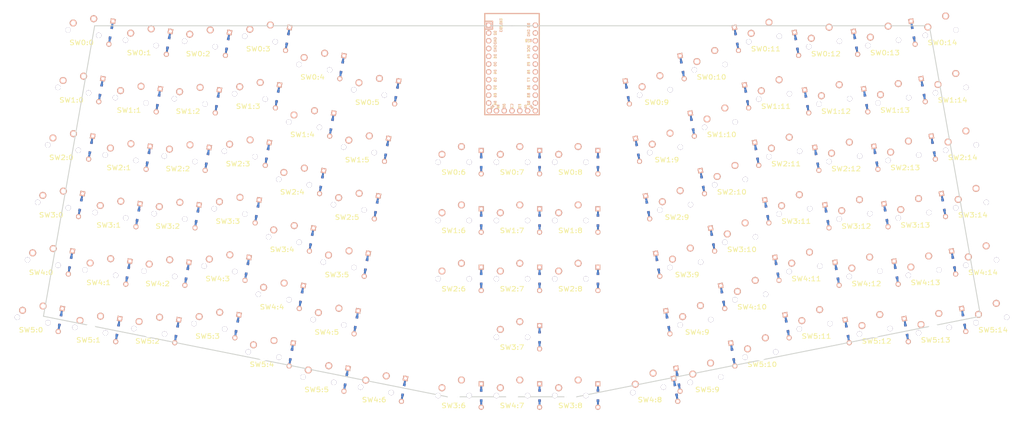
<source format=kicad_pcb>
(kicad_pcb (version 3) (host pcbnew "(2014-02-26 BZR 4721)-product")
  (title_block (date "16 oct 2014"))
  (layers (15 Front signal) (0 Back signal) (18 B.Paste user) (19 F.Paste user) (20 B.SilkS user) (21 F.SilkS user) (22 B.Mask user) (23 F.Mask user) (28 Edge.Cuts user))
  (net 0 "")
  (net 1 N-row-0)
  (net 2 N-row-1)
  (net 3 N-row-2)
  (net 4 N-row-3)
  (net 5 N-row-4)
  (net 6 N-row-5)
  (net 7 N-col-0)
  (net 8 N-col-1)
  (net 9 N-col-2)
  (net 10 N-col-3)
  (net 11 N-col-4)
  (net 12 N-col-5)
  (net 13 N-col-6)
  (net 14 N-col-7)
  (net 15 N-col-8)
  (net 16 N-col-9)
  (net 17 N-col-10)
  (net 18 N-col-11)
  (net 19 N-col-12)
  (net 20 N-col-13)
  (net 21 N-col-14)
  (net 22 N-diode-0-0)
  (net 23 N-diode-0-1)
  (net 24 N-diode-0-2)
  (net 25 N-diode-0-3)
  (net 26 N-diode-0-4)
  (net 27 N-diode-0-5)
  (net 28 N-diode-0-6)
  (net 29 N-diode-0-7)
  (net 30 N-diode-0-8)
  (net 31 N-diode-0-9)
  (net 32 N-diode-0-10)
  (net 33 N-diode-0-11)
  (net 34 N-diode-0-12)
  (net 35 N-diode-0-13)
  (net 36 N-diode-0-14)
  (net 37 N-diode-1-0)
  (net 38 N-diode-1-1)
  (net 39 N-diode-1-2)
  (net 40 N-diode-1-3)
  (net 41 N-diode-1-4)
  (net 42 N-diode-1-5)
  (net 43 N-diode-1-6)
  (net 44 N-diode-1-7)
  (net 45 N-diode-1-8)
  (net 46 N-diode-1-9)
  (net 47 N-diode-1-10)
  (net 48 N-diode-1-11)
  (net 49 N-diode-1-12)
  (net 50 N-diode-1-13)
  (net 51 N-diode-1-14)
  (net 52 N-diode-2-0)
  (net 53 N-diode-2-1)
  (net 54 N-diode-2-2)
  (net 55 N-diode-2-3)
  (net 56 N-diode-2-4)
  (net 57 N-diode-2-5)
  (net 58 N-diode-2-6)
  (net 59 N-diode-2-7)
  (net 60 N-diode-2-8)
  (net 61 N-diode-2-9)
  (net 62 N-diode-2-10)
  (net 63 N-diode-2-11)
  (net 64 N-diode-2-12)
  (net 65 N-diode-2-13)
  (net 66 N-diode-2-14)
  (net 67 N-diode-3-0)
  (net 68 N-diode-3-1)
  (net 69 N-diode-3-2)
  (net 70 N-diode-3-3)
  (net 71 N-diode-3-4)
  (net 72 N-diode-3-5)
  (net 73 N-diode-3-6)
  (net 74 N-diode-3-7)
  (net 75 N-diode-3-8)
  (net 76 N-diode-3-9)
  (net 77 N-diode-3-10)
  (net 78 N-diode-3-11)
  (net 79 N-diode-3-12)
  (net 80 N-diode-3-13)
  (net 81 N-diode-3-14)
  (net 82 N-diode-4-0)
  (net 83 N-diode-4-1)
  (net 84 N-diode-4-2)
  (net 85 N-diode-4-3)
  (net 86 N-diode-4-4)
  (net 87 N-diode-4-5)
  (net 88 N-diode-4-6)
  (net 89 N-diode-4-7)
  (net 90 N-diode-4-8)
  (net 91 N-diode-4-9)
  (net 92 N-diode-4-10)
  (net 93 N-diode-4-11)
  (net 94 N-diode-4-12)
  (net 95 N-diode-4-13)
  (net 96 N-diode-4-14)
  (net 97 N-diode-5-0)
  (net 98 N-diode-5-1)
  (net 99 N-diode-5-2)
  (net 100 N-diode-5-3)
  (net 101 N-diode-5-4)
  (net 102 N-diode-5-5)
  (net 103 N-diode-5-9)
  (net 104 N-diode-5-10)
  (net 105 N-diode-5-11)
  (net 106 N-diode-5-12)
  (net 107 N-diode-5-13)
  (net 108 N-diode-5-14)
  (module Elite-C (layer F.Cu) (at 175 37.155 270)
    (fp_text reference U1 hide)
    (fp_text value Elite-C hide)
    (fp_text user D2 (at -11.43 5.461 90) (layer B.SilkS) (effects (font (size 0.8 0.8)) (justify mirror)))
    (fp_text user D0 (at -1.27 5.461 90) (layer B.SilkS) (effects (font (size 0.8 0.8)) (justify mirror)))
    (fp_text user D1 (at -3.81 5.461 90) (layer B.SilkS) (effects (font (size 0.8 0.8)) (justify mirror)))
    (fp_text user GND (at -6.35 5.461 90) (layer B.SilkS) (effects (font (size 0.8 0.8)) (justify mirror)))
    (fp_text user GND (at -8.89 5.461 90) (layer B.SilkS) (effects (font (size 0.8 0.8)) (justify mirror)))
    (fp_text user D4 (at 1.27 5.461 90) (layer B.SilkS) (effects (font (size 0.8 0.8)) (justify mirror)))
    (fp_text user C6 (at 3.81 5.461 90) (layer B.SilkS) (effects (font (size 0.8 0.8)) (justify mirror)))
    (fp_text user D7 (at 6.35 5.461 90) (layer B.SilkS) (effects (font (size 0.8 0.8)) (justify mirror)))
    (fp_text user E6 (at 8.89 5.461 90) (layer B.SilkS) (effects (font (size 0.8 0.8)) (justify mirror)))
    (fp_text user B4 (at 11.43 5.461 90) (layer B.SilkS) (effects (font (size 0.8 0.8)) (justify mirror)))
    (fp_text user B5 (at 12.7 6.4 45) (layer B.SilkS) (effects (font (size 0.7 0.7)) (justify mirror)))
    (fp_text user B2 (at 11.43 -5.461 90) (layer F.SilkS) (effects (font (size 0.8 0.8))))
    (fp_text user B3 (at 8.89 -5.461 90) (layer B.SilkS) (effects (font (size 0.8 0.8)) (justify mirror)))
    (fp_text user B1 (at 6.35 -5.461 90) (layer B.SilkS) (effects (font (size 0.8 0.8)) (justify mirror)))
    (fp_text user F7 (at 3.81 -5.461 90) (layer F.SilkS) (effects (font (size 0.8 0.8))))
    (fp_text user F6 (at 1.27 -5.461 90) (layer F.SilkS) (effects (font (size 0.8 0.8))))
    (fp_text user F5 (at -1.27 -5.461 90) (layer F.SilkS) (effects (font (size 0.8 0.8))))
    (fp_text user F4 (at -3.81 -5.461 90) (layer B.SilkS) (effects (font (size 0.8 0.8)) (justify mirror)))
    (fp_text user VCC (at -6.35 -5.461 90) (layer B.SilkS) (effects (font (size 0.8 0.8)) (justify mirror)))
    (fp_text user GND (at -11.43 -5.461 90) (layer B.SilkS) (effects (font (size 0.8 0.8)) (justify mirror)))
    (fp_text user B0 (at -13.97 -5.461 90) (layer B.SilkS) (effects (font (size 0.8 0.8)) (justify mirror)))
    (fp_text user B0 (at -13.97 -5.461 90) (layer F.SilkS) (effects (font (size 0.8 0.8))))
    (fp_text user GND (at -11.43 -5.461 90) (layer F.SilkS) (effects (font (size 0.8 0.8))))
    (fp_text user ST (at -8.92 -5.73312 90) (layer F.SilkS) (effects (font (size 0.8 0.8))))
    (fp_text user VCC (at -6.35 -5.461 90) (layer F.SilkS) (effects (font (size 0.8 0.8))))
    (fp_text user F4 (at -3.81 -5.461 90) (layer F.SilkS) (effects (font (size 0.8 0.8))))
    (fp_text user F5 (at -1.27 -5.461 90) (layer B.SilkS) (effects (font (size 0.8 0.8)) (justify mirror)))
    (fp_text user F6 (at 1.27 -5.461 90) (layer B.SilkS) (effects (font (size 0.8 0.8)) (justify mirror)))
    (fp_text user F7 (at 3.81 -5.461 90) (layer B.SilkS) (effects (font (size 0.8 0.8)) (justify mirror)))
    (fp_text user B1 (at 6.35 -5.461 90) (layer F.SilkS) (effects (font (size 0.8 0.8))))
    (fp_text user B3 (at 8.89 -5.461 90) (layer F.SilkS) (effects (font (size 0.8 0.8))))
    (fp_text user B2 (at 11.43 -5.461 90) (layer B.SilkS) (effects (font (size 0.8 0.8)) (justify mirror)))
    (fp_text user B5 (at 12.7 6.4 45) (layer F.SilkS) (effects (font (size 0.7 0.7))))
    (fp_text user B4 (at 11.43 5.461 90) (layer F.SilkS) (effects (font (size 0.8 0.8))))
    (fp_text user E6 (at 8.89 5.461 90) (layer F.SilkS) (effects (font (size 0.8 0.8))))
    (fp_text user D7 (at 6.35 5.461 90) (layer F.SilkS) (effects (font (size 0.8 0.8))))
    (fp_text user C6 (at 3.81 5.461 90) (layer F.SilkS) (effects (font (size 0.8 0.8))))
    (fp_text user D4 (at 1.27 5.461 90) (layer F.SilkS) (effects (font (size 0.8 0.8))))
    (fp_text user GND (at -8.89 5.461 90) (layer F.SilkS) (effects (font (size 0.8 0.8))))
    (fp_text user GND (at -6.35 5.461 90) (layer F.SilkS) (effects (font (size 0.8 0.8))))
    (fp_text user D1 (at -3.81 5.461 90) (layer F.SilkS) (effects (font (size 0.8 0.8))))
    (fp_text user D0 (at -1.27 5.461 90) (layer F.SilkS) (effects (font (size 0.8 0.8))))
    (fp_text user D2 (at -11.43 5.461 90) (layer F.SilkS) (effects (font (size 0.8 0.8))))
    (fp_text user TX0/D3 (at -13.97 3.571872 90) (layer B.SilkS) (effects (font (size 0.8 0.8)) (justify mirror)))
    (fp_text user TX0/D3 (at -13.97 3.571872 90) (layer F.SilkS) (effects (font (size 0.8 0.8))))
    (fp_text user ST (at -8.91 -5.04 90) (layer B.SilkS) (effects (font (size 0.8 0.8)) (justify mirror)))
    (fp_text user B7 (at 12.6 4.5 90) (layer F.SilkS) (effects (font (size 0.7 0.7))))
    (fp_text user B7 (at 12.6 4.5 90) (layer B.SilkS) (effects (font (size 0.7 0.7)) (justify mirror)))
    (fp_text user F0 (at 12.6 -4.5 90) (layer B.SilkS) (effects (font (size 0.7 0.7)) (justify mirror)))
    (fp_text user F0 (at 12.6 -4.5 90) (layer F.SilkS) (effects (font (size 0.7 0.7))))
    (fp_text user B6 (at 12.7 -6.4 135 unlocked) (layer F.SilkS) (effects (font (size 0.7 0.7))))
    (fp_text user B6 (at 12.7 -6.4 135 unlocked) (layer B.SilkS) (effects (font (size 0.7 0.7)) (justify mirror)))
    (fp_text user C7 (at 12.4 0 90) (layer F.SilkS) (effects (font (size 0.8 0.8))))
    (fp_text user C7 (at 12.4 0 90) (layer B.SilkS) (effects (font (size 0.8 0.8)) (justify mirror)))
    (fp_text user F1 (at 12.4 -2.54 90) (layer B.SilkS) (effects (font (size 0.8 0.8)) (justify mirror)))
    (fp_text user F1 (at 12.4 -2.54 90) (layer F.SilkS) (effects (font (size 0.8 0.8))))
    (fp_text user D5 (at 12.4 2.54 90) (layer F.SilkS) (effects (font (size 0.8 0.8))))
    (fp_text user D5 (at 12.4 2.54 90) (layer B.SilkS) (effects (font (size 0.8 0.8)) (justify mirror)))
    (pad 1 thru_hole rect (at -13.97 7.62) (size 1.7526 1.7526) (drill 1.0922) (layers *.Cu *.SilkS *.Mask))
    (pad 2 thru_hole circle (at -11.43 7.62) (size 1.7526 1.7526) (drill 1.0922) (layers *.Cu *.SilkS *.Mask))
    (pad 3 thru_hole circle (at -8.89 7.62) (size 1.7526 1.7526) (drill 1.0922) (layers *.Cu *.SilkS *.Mask))
    (pad 4 thru_hole circle (at -6.35 7.62) (size 1.7526 1.7526) (drill 1.0922) (layers *.Cu *.SilkS *.Mask))
    (pad 5 thru_hole circle (at -3.81 7.62) (size 1.7526 1.7526) (drill 1.0922) (layers *.Cu *.SilkS *.Mask))
    (pad 6 thru_hole circle (at -1.27 7.62) (size 1.7526 1.7526) (drill 1.0922) (layers *.Cu *.SilkS *.Mask))
    (pad 7 thru_hole circle (at 1.27 7.62) (size 1.7526 1.7526) (drill 1.0922) (layers *.Cu *.SilkS *.Mask))
    (pad 8 thru_hole circle (at 3.81 7.62) (size 1.7526 1.7526) (drill 1.0922) (layers *.Cu *.SilkS *.Mask))
    (pad 9 thru_hole circle (at 6.35 7.62) (size 1.7526 1.7526) (drill 1.0922) (layers *.Cu *.SilkS *.Mask))
    (pad 10 thru_hole circle (at 8.89 7.62) (size 1.7526 1.7526) (drill 1.0922) (layers *.Cu *.SilkS *.Mask))
    (pad 11 thru_hole circle (at 11.43 7.62) (size 1.7526 1.7526) (drill 1.0922) (layers *.Cu *.SilkS *.Mask))
    (pad 13 thru_hole circle (at 13.97 -7.62) (size 1.7526 1.7526) (drill 1.0922) (layers *.Cu *.SilkS *.Mask))
    (pad 14 thru_hole circle (at 11.43 -7.62) (size 1.7526 1.7526) (drill 1.0922) (layers *.Cu *.SilkS *.Mask))
    (pad 15 thru_hole circle (at 8.89 -7.62) (size 1.7526 1.7526) (drill 1.0922) (layers *.Cu *.SilkS *.Mask))
    (pad 16 thru_hole circle (at 6.35 -7.62) (size 1.7526 1.7526) (drill 1.0922) (layers *.Cu *.SilkS *.Mask))
    (pad 17 thru_hole circle (at 3.81 -7.62) (size 1.7526 1.7526) (drill 1.0922) (layers *.Cu *.SilkS *.Mask))
    (pad 18 thru_hole circle (at 1.27 -7.62) (size 1.7526 1.7526) (drill 1.0922) (layers *.Cu *.SilkS *.Mask))
    (pad 19 thru_hole circle (at -1.27 -7.62) (size 1.7526 1.7526) (drill 1.0922) (layers *.Cu *.SilkS *.Mask))
    (pad 20 thru_hole circle (at -3.81 -7.62) (size 1.7526 1.7526) (drill 1.0922) (layers *.Cu *.SilkS *.Mask))
    (pad 21 thru_hole circle (at -6.35 -7.62) (size 1.7526 1.7526) (drill 1.0922) (layers *.Cu *.SilkS *.Mask))
    (pad 22 thru_hole circle (at -8.89 -7.62) (size 1.7526 1.7526) (drill 1.0922) (layers *.Cu *.SilkS *.Mask))
    (pad 23 thru_hole circle (at -11.43 -7.62) (size 1.7526 1.7526) (drill 1.0922) (layers *.Cu *.SilkS *.Mask))
    (pad 12 thru_hole circle (at 13.97 7.3914) (size 1.7526 1.7526) (drill 1.0922) (layers *.Cu *.SilkS *.Mask))
    (pad 24 thru_hole circle (at -13.97 -7.62) (size 1.7526 1.7526) (drill 1.0922) (layers *.Cu *.SilkS *.Mask))
    (pad 29 thru_hole circle (at 13.97 -5.08) (size 1.7526 1.7526) (drill 1.0922) (layers *.Cu *.SilkS *.Mask))
    (pad 28 thru_hole circle (at 13.97 -2.54) (size 1.7526 1.7526) (drill 1.0922) (layers *.Cu *.SilkS *.Mask))
    (pad 27 thru_hole circle (at 13.97 0) (size 1.7526 1.7526) (drill 1.0922) (layers *.Cu *.SilkS *.Mask))
    (pad 26 thru_hole circle (at 13.97 2.54) (size 1.7526 1.7526) (drill 1.0922) (layers *.Cu *.SilkS *.Mask))
    (pad 25 thru_hole circle (at 13.97 5.08) (size 1.7526 1.7526) (drill 1.0922) (layers *.Cu *.SilkS *.Mask))
  )
  (gr_line (start 175 23.37451789667466) (end 311.25215373222005 23.37451789667466) (angle 90) (layer Edge.Cuts) (width 0.3))
  (gr_line (start 311.25215373222005 23.37451789667466) (end 327.97448210332533 118.21115373222004) (angle 90) (layer Edge.Cuts) (width 0.3))
  (gr_line (start 327.97448210332533 118.21115373222004) (end 196.13684626777993 144.50448210332533) (angle 90) (layer Edge.Cuts) (width 0.3))
  (gr_line (start 196.13684626777993 144.50448210332533) (end 153.86315373222004 144.50448210332533) (angle 90) (layer Edge.Cuts) (width 0.3))
  (gr_line (start 153.86315373222004 144.50448210332533) (end 22.025517896674657 118.21115373222004) (angle 90) (layer Edge.Cuts) (width 0.3))
  (gr_line (start 22.025517896674657 118.21115373222004) (end 38.747846267779956 23.37451789667466) (angle 90) (layer Edge.Cuts) (width 0.3))
  (gr_line (start 38.747846267779956 23.37451789667466) (end 175 23.37451789667466) (angle 90) (layer Edge.Cuts) (width 0.3))
  (module MX (layer Front) (at 35.054 25.637 -10)
    (fp_text reference SW0:0 (at 0 3.302) (layer F.SilkS) (effects (font (size 1.524 1.778) (thickness 0.254))))
    (pad 0 np_thru_hole circle (at 0 0) (size 3.9878 3.9878) (drill 3.9878) (layers *.Cu))
    (pad 0 thru_hole circle (at -5.08 0) (size 1.7018 1.7018) (drill 1.7018) (layers *.Cu))
    (pad 0 thru_hole circle (at 5.08 0) (size 1.7018 1.7018) (drill 1.7018) (layers *.Cu))
    (pad 1 thru_hole circle (at 2.54 -5.08) (size 2.286 2.286) (drill 1.4986) (layers *.Cu *.SilkS *.Mask) (net 22 N-diode-0-0))
    (pad 2 thru_hole circle (at -3.81 -2.54) (size 2.286 2.286) (drill 1.4986) (layers *.Cu *.SilkS *.Mask) (net 7 N-col-0))
  )
  (module DIODE (layer Front) (at 44.054 25.637 80)
    (fp_text reference D0:0 hide)
    (fp_line (start -3.81 0) (end -1.6637 0) (layer Back) (width 0.6096))
    (fp_line (start 1.6637 0) (end 3.81 0) (layer Back) (width 0.6096))
    (fp_line (start -3.81 0) (end -1.6637 0) (layer Front) (width 0.6096))
    (fp_line (start 1.6637 0) (end 3.81 0) (layer Front) (width 0.6096))
    (pad 1 thru_hole circle (at -3.81 0 180) (size 1.651 1.651) (drill 0.9906) (layers *.Cu *.SilkS *.Mask) (net 1 N-row-0))
    (pad 2 thru_hole rect (at 3.81 0 -10) (size 1.651 1.651) (drill 0.9906) (layers *.Cu *.SilkS *.Mask) (net 22 N-diode-0-0))
    (pad 99 smd rect (at -1.6637 0 -10) (size 0.8382 0.8382) (layers Front F.Paste F.Mask))
    (pad 99 smd rect (at -1.6637 0 -10) (size 0.8382 0.8382) (layers Back B.Paste B.Mask))
    (pad 99 smd rect (at 1.6637 0 -10) (size 0.8382 0.8382) (layers Front F.Paste F.Mask))
    (pad 99 smd rect (at 1.6637 0 -10) (size 0.8382 0.8382) (layers Back B.Paste B.Mask))
  )
  (module MX (layer Front) (at 53.815 28.945 -10)
    (fp_text reference SW0:1 (at 0 3.302) (layer F.SilkS) (effects (font (size 1.524 1.778) (thickness 0.254))))
    (pad 0 np_thru_hole circle (at 0 0) (size 3.9878 3.9878) (drill 3.9878) (layers *.Cu))
    (pad 0 thru_hole circle (at -5.08 0) (size 1.7018 1.7018) (drill 1.7018) (layers *.Cu))
    (pad 0 thru_hole circle (at 5.08 0) (size 1.7018 1.7018) (drill 1.7018) (layers *.Cu))
    (pad 1 thru_hole circle (at 2.54 -5.08) (size 2.286 2.286) (drill 1.4986) (layers *.Cu *.SilkS *.Mask) (net 23 N-diode-0-1))
    (pad 2 thru_hole circle (at -3.81 -2.54) (size 2.286 2.286) (drill 1.4986) (layers *.Cu *.SilkS *.Mask) (net 8 N-col-1))
  )
  (module DIODE (layer Front) (at 62.815 28.945 80)
    (fp_text reference D0:1 hide)
    (fp_line (start -3.81 0) (end -1.6637 0) (layer Back) (width 0.6096))
    (fp_line (start 1.6637 0) (end 3.81 0) (layer Back) (width 0.6096))
    (fp_line (start -3.81 0) (end -1.6637 0) (layer Front) (width 0.6096))
    (fp_line (start 1.6637 0) (end 3.81 0) (layer Front) (width 0.6096))
    (pad 1 thru_hole circle (at -3.81 0 180) (size 1.651 1.651) (drill 0.9906) (layers *.Cu *.SilkS *.Mask) (net 1 N-row-0))
    (pad 2 thru_hole rect (at 3.81 0 -10) (size 1.651 1.651) (drill 0.9906) (layers *.Cu *.SilkS *.Mask) (net 23 N-diode-0-1))
    (pad 99 smd rect (at -1.6637 0 -10) (size 0.8382 0.8382) (layers Front F.Paste F.Mask))
    (pad 99 smd rect (at -1.6637 0 -10) (size 0.8382 0.8382) (layers Back B.Paste B.Mask))
    (pad 99 smd rect (at 1.6637 0 -10) (size 0.8382 0.8382) (layers Front F.Paste F.Mask))
    (pad 99 smd rect (at 1.6637 0 -10) (size 0.8382 0.8382) (layers Back B.Paste B.Mask))
  )
  (module MX (layer Front) (at 73.096 29.298 -10)
    (fp_text reference SW0:2 (at 0 3.302) (layer F.SilkS) (effects (font (size 1.524 1.778) (thickness 0.254))))
    (pad 0 np_thru_hole circle (at 0 0) (size 3.9878 3.9878) (drill 3.9878) (layers *.Cu))
    (pad 0 thru_hole circle (at -5.08 0) (size 1.7018 1.7018) (drill 1.7018) (layers *.Cu))
    (pad 0 thru_hole circle (at 5.08 0) (size 1.7018 1.7018) (drill 1.7018) (layers *.Cu))
    (pad 1 thru_hole circle (at 2.54 -5.08) (size 2.286 2.286) (drill 1.4986) (layers *.Cu *.SilkS *.Mask) (net 24 N-diode-0-2))
    (pad 2 thru_hole circle (at -3.81 -2.54) (size 2.286 2.286) (drill 1.4986) (layers *.Cu *.SilkS *.Mask) (net 9 N-col-2))
  )
  (module DIODE (layer Front) (at 82.096 29.298 80)
    (fp_text reference D0:2 hide)
    (fp_line (start -3.81 0) (end -1.6637 0) (layer Back) (width 0.6096))
    (fp_line (start 1.6637 0) (end 3.81 0) (layer Back) (width 0.6096))
    (fp_line (start -3.81 0) (end -1.6637 0) (layer Front) (width 0.6096))
    (fp_line (start 1.6637 0) (end 3.81 0) (layer Front) (width 0.6096))
    (pad 1 thru_hole circle (at -3.81 0 180) (size 1.651 1.651) (drill 0.9906) (layers *.Cu *.SilkS *.Mask) (net 1 N-row-0))
    (pad 2 thru_hole rect (at 3.81 0 -10) (size 1.651 1.651) (drill 0.9906) (layers *.Cu *.SilkS *.Mask) (net 24 N-diode-0-2))
    (pad 99 smd rect (at -1.6637 0 -10) (size 0.8382 0.8382) (layers Front F.Paste F.Mask))
    (pad 99 smd rect (at -1.6637 0 -10) (size 0.8382 0.8382) (layers Back B.Paste B.Mask))
    (pad 99 smd rect (at 1.6637 0 -10) (size 0.8382 0.8382) (layers Front F.Paste F.Mask))
    (pad 99 smd rect (at 1.6637 0 -10) (size 0.8382 0.8382) (layers Back B.Paste B.Mask))
  )
  (module MX (layer Front) (at 92.725 27.682 -10)
    (fp_text reference SW0:3 (at 0 3.302) (layer F.SilkS) (effects (font (size 1.524 1.778) (thickness 0.254))))
    (pad 0 np_thru_hole circle (at 0 0) (size 3.9878 3.9878) (drill 3.9878) (layers *.Cu))
    (pad 0 thru_hole circle (at -5.08 0) (size 1.7018 1.7018) (drill 1.7018) (layers *.Cu))
    (pad 0 thru_hole circle (at 5.08 0) (size 1.7018 1.7018) (drill 1.7018) (layers *.Cu))
    (pad 1 thru_hole circle (at 2.54 -5.08) (size 2.286 2.286) (drill 1.4986) (layers *.Cu *.SilkS *.Mask) (net 25 N-diode-0-3))
    (pad 2 thru_hole circle (at -3.81 -2.54) (size 2.286 2.286) (drill 1.4986) (layers *.Cu *.SilkS *.Mask) (net 10 N-col-3))
  )
  (module DIODE (layer Front) (at 101.725 27.682 80)
    (fp_text reference D0:3 hide)
    (fp_line (start -3.81 0) (end -1.6637 0) (layer Back) (width 0.6096))
    (fp_line (start 1.6637 0) (end 3.81 0) (layer Back) (width 0.6096))
    (fp_line (start -3.81 0) (end -1.6637 0) (layer Front) (width 0.6096))
    (fp_line (start 1.6637 0) (end 3.81 0) (layer Front) (width 0.6096))
    (pad 1 thru_hole circle (at -3.81 0 180) (size 1.651 1.651) (drill 0.9906) (layers *.Cu *.SilkS *.Mask) (net 1 N-row-0))
    (pad 2 thru_hole rect (at 3.81 0 -10) (size 1.651 1.651) (drill 0.9906) (layers *.Cu *.SilkS *.Mask) (net 25 N-diode-0-3))
    (pad 99 smd rect (at -1.6637 0 -10) (size 0.8382 0.8382) (layers Front F.Paste F.Mask))
    (pad 99 smd rect (at -1.6637 0 -10) (size 0.8382 0.8382) (layers Back B.Paste B.Mask))
    (pad 99 smd rect (at 1.6637 0 -10) (size 0.8382 0.8382) (layers Front F.Paste F.Mask))
    (pad 99 smd rect (at 1.6637 0 -10) (size 0.8382 0.8382) (layers Back B.Paste B.Mask))
  )
  (module MX (layer Front) (at 110.444 36.899 -10)
    (fp_text reference SW0:4 (at 0 3.302) (layer F.SilkS) (effects (font (size 1.524 1.778) (thickness 0.254))))
    (pad 0 np_thru_hole circle (at 0 0) (size 3.9878 3.9878) (drill 3.9878) (layers *.Cu))
    (pad 0 thru_hole circle (at -5.08 0) (size 1.7018 1.7018) (drill 1.7018) (layers *.Cu))
    (pad 0 thru_hole circle (at 5.08 0) (size 1.7018 1.7018) (drill 1.7018) (layers *.Cu))
    (pad 1 thru_hole circle (at 2.54 -5.08) (size 2.286 2.286) (drill 1.4986) (layers *.Cu *.SilkS *.Mask) (net 26 N-diode-0-4))
    (pad 2 thru_hole circle (at -3.81 -2.54) (size 2.286 2.286) (drill 1.4986) (layers *.Cu *.SilkS *.Mask) (net 11 N-col-4))
  )
  (module DIODE (layer Front) (at 119.444 36.899 80)
    (fp_text reference D0:4 hide)
    (fp_line (start -3.81 0) (end -1.6637 0) (layer Back) (width 0.6096))
    (fp_line (start 1.6637 0) (end 3.81 0) (layer Back) (width 0.6096))
    (fp_line (start -3.81 0) (end -1.6637 0) (layer Front) (width 0.6096))
    (fp_line (start 1.6637 0) (end 3.81 0) (layer Front) (width 0.6096))
    (pad 1 thru_hole circle (at -3.81 0 180) (size 1.651 1.651) (drill 0.9906) (layers *.Cu *.SilkS *.Mask) (net 1 N-row-0))
    (pad 2 thru_hole rect (at 3.81 0 -10) (size 1.651 1.651) (drill 0.9906) (layers *.Cu *.SilkS *.Mask) (net 26 N-diode-0-4))
    (pad 99 smd rect (at -1.6637 0 -10) (size 0.8382 0.8382) (layers Front F.Paste F.Mask))
    (pad 99 smd rect (at -1.6637 0 -10) (size 0.8382 0.8382) (layers Back B.Paste B.Mask))
    (pad 99 smd rect (at 1.6637 0 -10) (size 0.8382 0.8382) (layers Front F.Paste F.Mask))
    (pad 99 smd rect (at 1.6637 0 -10) (size 0.8382 0.8382) (layers Back B.Paste B.Mask))
  )
  (module MX (layer Front) (at 128.336 45.131 -10)
    (fp_text reference SW0:5 (at 0 3.302) (layer F.SilkS) (effects (font (size 1.524 1.778) (thickness 0.254))))
    (pad 0 np_thru_hole circle (at 0 0) (size 3.9878 3.9878) (drill 3.9878) (layers *.Cu))
    (pad 0 thru_hole circle (at -5.08 0) (size 1.7018 1.7018) (drill 1.7018) (layers *.Cu))
    (pad 0 thru_hole circle (at 5.08 0) (size 1.7018 1.7018) (drill 1.7018) (layers *.Cu))
    (pad 1 thru_hole circle (at 2.54 -5.08) (size 2.286 2.286) (drill 1.4986) (layers *.Cu *.SilkS *.Mask) (net 27 N-diode-0-5))
    (pad 2 thru_hole circle (at -3.81 -2.54) (size 2.286 2.286) (drill 1.4986) (layers *.Cu *.SilkS *.Mask) (net 12 N-col-5))
  )
  (module DIODE (layer Front) (at 137.336 45.131 80)
    (fp_text reference D0:5 hide)
    (fp_line (start -3.81 0) (end -1.6637 0) (layer Back) (width 0.6096))
    (fp_line (start 1.6637 0) (end 3.81 0) (layer Back) (width 0.6096))
    (fp_line (start -3.81 0) (end -1.6637 0) (layer Front) (width 0.6096))
    (fp_line (start 1.6637 0) (end 3.81 0) (layer Front) (width 0.6096))
    (pad 1 thru_hole circle (at -3.81 0 180) (size 1.651 1.651) (drill 0.9906) (layers *.Cu *.SilkS *.Mask) (net 1 N-row-0))
    (pad 2 thru_hole rect (at 3.81 0 -10) (size 1.651 1.651) (drill 0.9906) (layers *.Cu *.SilkS *.Mask) (net 27 N-diode-0-5))
    (pad 99 smd rect (at -1.6637 0 -10) (size 0.8382 0.8382) (layers Front F.Paste F.Mask))
    (pad 99 smd rect (at -1.6637 0 -10) (size 0.8382 0.8382) (layers Back B.Paste B.Mask))
    (pad 99 smd rect (at 1.6637 0 -10) (size 0.8382 0.8382) (layers Front F.Paste F.Mask))
    (pad 99 smd rect (at 1.6637 0 -10) (size 0.8382 0.8382) (layers Back B.Paste B.Mask))
  )
  (module MX (layer Front) (at 155.95 67.9 0)
    (fp_text reference SW0:6 (at 0 3.302) (layer F.SilkS) (effects (font (size 1.524 1.778) (thickness 0.254))))
    (pad 0 np_thru_hole circle (at 0 0) (size 3.9878 3.9878) (drill 3.9878) (layers *.Cu))
    (pad 0 thru_hole circle (at -5.08 0) (size 1.7018 1.7018) (drill 1.7018) (layers *.Cu))
    (pad 0 thru_hole circle (at 5.08 0) (size 1.7018 1.7018) (drill 1.7018) (layers *.Cu))
    (pad 1 thru_hole circle (at 2.54 -5.08) (size 2.286 2.286) (drill 1.4986) (layers *.Cu *.SilkS *.Mask) (net 28 N-diode-0-6))
    (pad 2 thru_hole circle (at -3.81 -2.54) (size 2.286 2.286) (drill 1.4986) (layers *.Cu *.SilkS *.Mask) (net 13 N-col-6))
  )
  (module DIODE (layer Front) (at 164.95 67.9 90)
    (fp_text reference D0:6 hide)
    (fp_line (start -3.81 0) (end -1.6637 0) (layer Back) (width 0.6096))
    (fp_line (start 1.6637 0) (end 3.81 0) (layer Back) (width 0.6096))
    (fp_line (start -3.81 0) (end -1.6637 0) (layer Front) (width 0.6096))
    (fp_line (start 1.6637 0) (end 3.81 0) (layer Front) (width 0.6096))
    (pad 1 thru_hole circle (at -3.81 0 180) (size 1.651 1.651) (drill 0.9906) (layers *.Cu *.SilkS *.Mask) (net 1 N-row-0))
    (pad 2 thru_hole rect (at 3.81 0 0) (size 1.651 1.651) (drill 0.9906) (layers *.Cu *.SilkS *.Mask) (net 28 N-diode-0-6))
    (pad 99 smd rect (at -1.6637 0 0) (size 0.8382 0.8382) (layers Front F.Paste F.Mask))
    (pad 99 smd rect (at -1.6637 0 0) (size 0.8382 0.8382) (layers Back B.Paste B.Mask))
    (pad 99 smd rect (at 1.6637 0 0) (size 0.8382 0.8382) (layers Front F.Paste F.Mask))
    (pad 99 smd rect (at 1.6637 0 0) (size 0.8382 0.8382) (layers Back B.Paste B.Mask))
  )
  (module MX (layer Front) (at 175 67.9 0)
    (fp_text reference SW0:7 (at 0 3.302) (layer F.SilkS) (effects (font (size 1.524 1.778) (thickness 0.254))))
    (pad 0 np_thru_hole circle (at 0 0) (size 3.9878 3.9878) (drill 3.9878) (layers *.Cu))
    (pad 0 thru_hole circle (at -5.08 0) (size 1.7018 1.7018) (drill 1.7018) (layers *.Cu))
    (pad 0 thru_hole circle (at 5.08 0) (size 1.7018 1.7018) (drill 1.7018) (layers *.Cu))
    (pad 1 thru_hole circle (at 2.54 -5.08) (size 2.286 2.286) (drill 1.4986) (layers *.Cu *.SilkS *.Mask) (net 29 N-diode-0-7))
    (pad 2 thru_hole circle (at -3.81 -2.54) (size 2.286 2.286) (drill 1.4986) (layers *.Cu *.SilkS *.Mask) (net 14 N-col-7))
  )
  (module DIODE (layer Front) (at 184 67.9 90)
    (fp_text reference D0:7 hide)
    (fp_line (start -3.81 0) (end -1.6637 0) (layer Back) (width 0.6096))
    (fp_line (start 1.6637 0) (end 3.81 0) (layer Back) (width 0.6096))
    (fp_line (start -3.81 0) (end -1.6637 0) (layer Front) (width 0.6096))
    (fp_line (start 1.6637 0) (end 3.81 0) (layer Front) (width 0.6096))
    (pad 1 thru_hole circle (at -3.81 0 180) (size 1.651 1.651) (drill 0.9906) (layers *.Cu *.SilkS *.Mask) (net 1 N-row-0))
    (pad 2 thru_hole rect (at 3.81 0 0) (size 1.651 1.651) (drill 0.9906) (layers *.Cu *.SilkS *.Mask) (net 29 N-diode-0-7))
    (pad 99 smd rect (at -1.6637 0 0) (size 0.8382 0.8382) (layers Front F.Paste F.Mask))
    (pad 99 smd rect (at -1.6637 0 0) (size 0.8382 0.8382) (layers Back B.Paste B.Mask))
    (pad 99 smd rect (at 1.6637 0 0) (size 0.8382 0.8382) (layers Front F.Paste F.Mask))
    (pad 99 smd rect (at 1.6637 0 0) (size 0.8382 0.8382) (layers Back B.Paste B.Mask))
  )
  (module MX (layer Front) (at 194.05 67.9 0)
    (fp_text reference SW0:8 (at 0 3.302) (layer F.SilkS) (effects (font (size 1.524 1.778) (thickness 0.254))))
    (pad 0 np_thru_hole circle (at 0 0) (size 3.9878 3.9878) (drill 3.9878) (layers *.Cu))
    (pad 0 thru_hole circle (at -5.08 0) (size 1.7018 1.7018) (drill 1.7018) (layers *.Cu))
    (pad 0 thru_hole circle (at 5.08 0) (size 1.7018 1.7018) (drill 1.7018) (layers *.Cu))
    (pad 1 thru_hole circle (at 2.54 -5.08) (size 2.286 2.286) (drill 1.4986) (layers *.Cu *.SilkS *.Mask) (net 30 N-diode-0-8))
    (pad 2 thru_hole circle (at -3.81 -2.54) (size 2.286 2.286) (drill 1.4986) (layers *.Cu *.SilkS *.Mask) (net 15 N-col-8))
  )
  (module DIODE (layer Front) (at 203.05 67.9 90)
    (fp_text reference D0:8 hide)
    (fp_line (start -3.81 0) (end -1.6637 0) (layer Back) (width 0.6096))
    (fp_line (start 1.6637 0) (end 3.81 0) (layer Back) (width 0.6096))
    (fp_line (start -3.81 0) (end -1.6637 0) (layer Front) (width 0.6096))
    (fp_line (start 1.6637 0) (end 3.81 0) (layer Front) (width 0.6096))
    (pad 1 thru_hole circle (at -3.81 0 180) (size 1.651 1.651) (drill 0.9906) (layers *.Cu *.SilkS *.Mask) (net 1 N-row-0))
    (pad 2 thru_hole rect (at 3.81 0 0) (size 1.651 1.651) (drill 0.9906) (layers *.Cu *.SilkS *.Mask) (net 30 N-diode-0-8))
    (pad 99 smd rect (at -1.6637 0 0) (size 0.8382 0.8382) (layers Front F.Paste F.Mask))
    (pad 99 smd rect (at -1.6637 0 0) (size 0.8382 0.8382) (layers Back B.Paste B.Mask))
    (pad 99 smd rect (at 1.6637 0 0) (size 0.8382 0.8382) (layers Front F.Paste F.Mask))
    (pad 99 smd rect (at 1.6637 0 0) (size 0.8382 0.8382) (layers Back B.Paste B.Mask))
  )
  (module MX (layer Front) (at 221.664 45.131 10)
    (fp_text reference SW0:9 (at 0 3.302) (layer F.SilkS) (effects (font (size 1.524 1.778) (thickness 0.254))))
    (pad 0 np_thru_hole circle (at 0 0) (size 3.9878 3.9878) (drill 3.9878) (layers *.Cu))
    (pad 0 thru_hole circle (at -5.08 0) (size 1.7018 1.7018) (drill 1.7018) (layers *.Cu))
    (pad 0 thru_hole circle (at 5.08 0) (size 1.7018 1.7018) (drill 1.7018) (layers *.Cu))
    (pad 1 thru_hole circle (at 2.54 -5.08) (size 2.286 2.286) (drill 1.4986) (layers *.Cu *.SilkS *.Mask) (net 31 N-diode-0-9))
    (pad 2 thru_hole circle (at -3.81 -2.54) (size 2.286 2.286) (drill 1.4986) (layers *.Cu *.SilkS *.Mask) (net 16 N-col-9))
  )
  (module DIODE (layer Front) (at 212.664 45.131 100)
    (fp_text reference D0:9 hide)
    (fp_line (start -3.81 0) (end -1.6637 0) (layer Back) (width 0.6096))
    (fp_line (start 1.6637 0) (end 3.81 0) (layer Back) (width 0.6096))
    (fp_line (start -3.81 0) (end -1.6637 0) (layer Front) (width 0.6096))
    (fp_line (start 1.6637 0) (end 3.81 0) (layer Front) (width 0.6096))
    (pad 1 thru_hole circle (at -3.81 0 180) (size 1.651 1.651) (drill 0.9906) (layers *.Cu *.SilkS *.Mask) (net 1 N-row-0))
    (pad 2 thru_hole rect (at 3.81 0 10) (size 1.651 1.651) (drill 0.9906) (layers *.Cu *.SilkS *.Mask) (net 31 N-diode-0-9))
    (pad 99 smd rect (at -1.6637 0 10) (size 0.8382 0.8382) (layers Front F.Paste F.Mask))
    (pad 99 smd rect (at -1.6637 0 10) (size 0.8382 0.8382) (layers Back B.Paste B.Mask))
    (pad 99 smd rect (at 1.6637 0 10) (size 0.8382 0.8382) (layers Front F.Paste F.Mask))
    (pad 99 smd rect (at 1.6637 0 10) (size 0.8382 0.8382) (layers Back B.Paste B.Mask))
  )
  (module MX (layer Front) (at 239.556 36.899 10)
    (fp_text reference SW0:10 (at 0 3.302) (layer F.SilkS) (effects (font (size 1.524 1.778) (thickness 0.254))))
    (pad 0 np_thru_hole circle (at 0 0) (size 3.9878 3.9878) (drill 3.9878) (layers *.Cu))
    (pad 0 thru_hole circle (at -5.08 0) (size 1.7018 1.7018) (drill 1.7018) (layers *.Cu))
    (pad 0 thru_hole circle (at 5.08 0) (size 1.7018 1.7018) (drill 1.7018) (layers *.Cu))
    (pad 1 thru_hole circle (at 2.54 -5.08) (size 2.286 2.286) (drill 1.4986) (layers *.Cu *.SilkS *.Mask) (net 32 N-diode-0-10))
    (pad 2 thru_hole circle (at -3.81 -2.54) (size 2.286 2.286) (drill 1.4986) (layers *.Cu *.SilkS *.Mask) (net 17 N-col-10))
  )
  (module DIODE (layer Front) (at 230.556 36.899 100)
    (fp_text reference D0:10 hide)
    (fp_line (start -3.81 0) (end -1.6637 0) (layer Back) (width 0.6096))
    (fp_line (start 1.6637 0) (end 3.81 0) (layer Back) (width 0.6096))
    (fp_line (start -3.81 0) (end -1.6637 0) (layer Front) (width 0.6096))
    (fp_line (start 1.6637 0) (end 3.81 0) (layer Front) (width 0.6096))
    (pad 1 thru_hole circle (at -3.81 0 180) (size 1.651 1.651) (drill 0.9906) (layers *.Cu *.SilkS *.Mask) (net 1 N-row-0))
    (pad 2 thru_hole rect (at 3.81 0 10) (size 1.651 1.651) (drill 0.9906) (layers *.Cu *.SilkS *.Mask) (net 32 N-diode-0-10))
    (pad 99 smd rect (at -1.6637 0 10) (size 0.8382 0.8382) (layers Front F.Paste F.Mask))
    (pad 99 smd rect (at -1.6637 0 10) (size 0.8382 0.8382) (layers Back B.Paste B.Mask))
    (pad 99 smd rect (at 1.6637 0 10) (size 0.8382 0.8382) (layers Front F.Paste F.Mask))
    (pad 99 smd rect (at 1.6637 0 10) (size 0.8382 0.8382) (layers Back B.Paste B.Mask))
  )
  (module MX (layer Front) (at 257.275 27.682 10)
    (fp_text reference SW0:11 (at 0 3.302) (layer F.SilkS) (effects (font (size 1.524 1.778) (thickness 0.254))))
    (pad 0 np_thru_hole circle (at 0 0) (size 3.9878 3.9878) (drill 3.9878) (layers *.Cu))
    (pad 0 thru_hole circle (at -5.08 0) (size 1.7018 1.7018) (drill 1.7018) (layers *.Cu))
    (pad 0 thru_hole circle (at 5.08 0) (size 1.7018 1.7018) (drill 1.7018) (layers *.Cu))
    (pad 1 thru_hole circle (at 2.54 -5.08) (size 2.286 2.286) (drill 1.4986) (layers *.Cu *.SilkS *.Mask) (net 33 N-diode-0-11))
    (pad 2 thru_hole circle (at -3.81 -2.54) (size 2.286 2.286) (drill 1.4986) (layers *.Cu *.SilkS *.Mask) (net 18 N-col-11))
  )
  (module DIODE (layer Front) (at 248.275 27.682 100)
    (fp_text reference D0:11 hide)
    (fp_line (start -3.81 0) (end -1.6637 0) (layer Back) (width 0.6096))
    (fp_line (start 1.6637 0) (end 3.81 0) (layer Back) (width 0.6096))
    (fp_line (start -3.81 0) (end -1.6637 0) (layer Front) (width 0.6096))
    (fp_line (start 1.6637 0) (end 3.81 0) (layer Front) (width 0.6096))
    (pad 1 thru_hole circle (at -3.81 0 180) (size 1.651 1.651) (drill 0.9906) (layers *.Cu *.SilkS *.Mask) (net 1 N-row-0))
    (pad 2 thru_hole rect (at 3.81 0 10) (size 1.651 1.651) (drill 0.9906) (layers *.Cu *.SilkS *.Mask) (net 33 N-diode-0-11))
    (pad 99 smd rect (at -1.6637 0 10) (size 0.8382 0.8382) (layers Front F.Paste F.Mask))
    (pad 99 smd rect (at -1.6637 0 10) (size 0.8382 0.8382) (layers Back B.Paste B.Mask))
    (pad 99 smd rect (at 1.6637 0 10) (size 0.8382 0.8382) (layers Front F.Paste F.Mask))
    (pad 99 smd rect (at 1.6637 0 10) (size 0.8382 0.8382) (layers Back B.Paste B.Mask))
  )
  (module MX (layer Front) (at 276.904 29.298 10)
    (fp_text reference SW0:12 (at 0 3.302) (layer F.SilkS) (effects (font (size 1.524 1.778) (thickness 0.254))))
    (pad 0 np_thru_hole circle (at 0 0) (size 3.9878 3.9878) (drill 3.9878) (layers *.Cu))
    (pad 0 thru_hole circle (at -5.08 0) (size 1.7018 1.7018) (drill 1.7018) (layers *.Cu))
    (pad 0 thru_hole circle (at 5.08 0) (size 1.7018 1.7018) (drill 1.7018) (layers *.Cu))
    (pad 1 thru_hole circle (at 2.54 -5.08) (size 2.286 2.286) (drill 1.4986) (layers *.Cu *.SilkS *.Mask) (net 34 N-diode-0-12))
    (pad 2 thru_hole circle (at -3.81 -2.54) (size 2.286 2.286) (drill 1.4986) (layers *.Cu *.SilkS *.Mask) (net 19 N-col-12))
  )
  (module DIODE (layer Front) (at 267.904 29.298 100)
    (fp_text reference D0:12 hide)
    (fp_line (start -3.81 0) (end -1.6637 0) (layer Back) (width 0.6096))
    (fp_line (start 1.6637 0) (end 3.81 0) (layer Back) (width 0.6096))
    (fp_line (start -3.81 0) (end -1.6637 0) (layer Front) (width 0.6096))
    (fp_line (start 1.6637 0) (end 3.81 0) (layer Front) (width 0.6096))
    (pad 1 thru_hole circle (at -3.81 0 180) (size 1.651 1.651) (drill 0.9906) (layers *.Cu *.SilkS *.Mask) (net 1 N-row-0))
    (pad 2 thru_hole rect (at 3.81 0 10) (size 1.651 1.651) (drill 0.9906) (layers *.Cu *.SilkS *.Mask) (net 34 N-diode-0-12))
    (pad 99 smd rect (at -1.6637 0 10) (size 0.8382 0.8382) (layers Front F.Paste F.Mask))
    (pad 99 smd rect (at -1.6637 0 10) (size 0.8382 0.8382) (layers Back B.Paste B.Mask))
    (pad 99 smd rect (at 1.6637 0 10) (size 0.8382 0.8382) (layers Front F.Paste F.Mask))
    (pad 99 smd rect (at 1.6637 0 10) (size 0.8382 0.8382) (layers Back B.Paste B.Mask))
  )
  (module MX (layer Front) (at 296.185 28.945 10)
    (fp_text reference SW0:13 (at 0 3.302) (layer F.SilkS) (effects (font (size 1.524 1.778) (thickness 0.254))))
    (pad 0 np_thru_hole circle (at 0 0) (size 3.9878 3.9878) (drill 3.9878) (layers *.Cu))
    (pad 0 thru_hole circle (at -5.08 0) (size 1.7018 1.7018) (drill 1.7018) (layers *.Cu))
    (pad 0 thru_hole circle (at 5.08 0) (size 1.7018 1.7018) (drill 1.7018) (layers *.Cu))
    (pad 1 thru_hole circle (at 2.54 -5.08) (size 2.286 2.286) (drill 1.4986) (layers *.Cu *.SilkS *.Mask) (net 35 N-diode-0-13))
    (pad 2 thru_hole circle (at -3.81 -2.54) (size 2.286 2.286) (drill 1.4986) (layers *.Cu *.SilkS *.Mask) (net 20 N-col-13))
  )
  (module DIODE (layer Front) (at 287.185 28.945 100)
    (fp_text reference D0:13 hide)
    (fp_line (start -3.81 0) (end -1.6637 0) (layer Back) (width 0.6096))
    (fp_line (start 1.6637 0) (end 3.81 0) (layer Back) (width 0.6096))
    (fp_line (start -3.81 0) (end -1.6637 0) (layer Front) (width 0.6096))
    (fp_line (start 1.6637 0) (end 3.81 0) (layer Front) (width 0.6096))
    (pad 1 thru_hole circle (at -3.81 0 180) (size 1.651 1.651) (drill 0.9906) (layers *.Cu *.SilkS *.Mask) (net 1 N-row-0))
    (pad 2 thru_hole rect (at 3.81 0 10) (size 1.651 1.651) (drill 0.9906) (layers *.Cu *.SilkS *.Mask) (net 35 N-diode-0-13))
    (pad 99 smd rect (at -1.6637 0 10) (size 0.8382 0.8382) (layers Front F.Paste F.Mask))
    (pad 99 smd rect (at -1.6637 0 10) (size 0.8382 0.8382) (layers Back B.Paste B.Mask))
    (pad 99 smd rect (at 1.6637 0 10) (size 0.8382 0.8382) (layers Front F.Paste F.Mask))
    (pad 99 smd rect (at 1.6637 0 10) (size 0.8382 0.8382) (layers Back B.Paste B.Mask))
  )
  (module MX (layer Front) (at 314.946 25.637 10)
    (fp_text reference SW0:14 (at 0 3.302) (layer F.SilkS) (effects (font (size 1.524 1.778) (thickness 0.254))))
    (pad 0 np_thru_hole circle (at 0 0) (size 3.9878 3.9878) (drill 3.9878) (layers *.Cu))
    (pad 0 thru_hole circle (at -5.08 0) (size 1.7018 1.7018) (drill 1.7018) (layers *.Cu))
    (pad 0 thru_hole circle (at 5.08 0) (size 1.7018 1.7018) (drill 1.7018) (layers *.Cu))
    (pad 1 thru_hole circle (at 2.54 -5.08) (size 2.286 2.286) (drill 1.4986) (layers *.Cu *.SilkS *.Mask) (net 36 N-diode-0-14))
    (pad 2 thru_hole circle (at -3.81 -2.54) (size 2.286 2.286) (drill 1.4986) (layers *.Cu *.SilkS *.Mask) (net 21 N-col-14))
  )
  (module DIODE (layer Front) (at 305.946 25.637 100)
    (fp_text reference D0:14 hide)
    (fp_line (start -3.81 0) (end -1.6637 0) (layer Back) (width 0.6096))
    (fp_line (start 1.6637 0) (end 3.81 0) (layer Back) (width 0.6096))
    (fp_line (start -3.81 0) (end -1.6637 0) (layer Front) (width 0.6096))
    (fp_line (start 1.6637 0) (end 3.81 0) (layer Front) (width 0.6096))
    (pad 1 thru_hole circle (at -3.81 0 180) (size 1.651 1.651) (drill 0.9906) (layers *.Cu *.SilkS *.Mask) (net 1 N-row-0))
    (pad 2 thru_hole rect (at 3.81 0 10) (size 1.651 1.651) (drill 0.9906) (layers *.Cu *.SilkS *.Mask) (net 36 N-diode-0-14))
    (pad 99 smd rect (at -1.6637 0 10) (size 0.8382 0.8382) (layers Front F.Paste F.Mask))
    (pad 99 smd rect (at -1.6637 0 10) (size 0.8382 0.8382) (layers Back B.Paste B.Mask))
    (pad 99 smd rect (at 1.6637 0 10) (size 0.8382 0.8382) (layers Front F.Paste F.Mask))
    (pad 99 smd rect (at 1.6637 0 10) (size 0.8382 0.8382) (layers Back B.Paste B.Mask))
  )
  (module MX (layer Front) (at 31.746 44.397 -10)
    (fp_text reference SW1:0 (at 0 3.302) (layer F.SilkS) (effects (font (size 1.524 1.778) (thickness 0.254))))
    (pad 0 np_thru_hole circle (at 0 0) (size 3.9878 3.9878) (drill 3.9878) (layers *.Cu))
    (pad 0 thru_hole circle (at -5.08 0) (size 1.7018 1.7018) (drill 1.7018) (layers *.Cu))
    (pad 0 thru_hole circle (at 5.08 0) (size 1.7018 1.7018) (drill 1.7018) (layers *.Cu))
    (pad 1 thru_hole circle (at 2.54 -5.08) (size 2.286 2.286) (drill 1.4986) (layers *.Cu *.SilkS *.Mask) (net 37 N-diode-1-0))
    (pad 2 thru_hole circle (at -3.81 -2.54) (size 2.286 2.286) (drill 1.4986) (layers *.Cu *.SilkS *.Mask) (net 7 N-col-0))
  )
  (module DIODE (layer Front) (at 40.746 44.397 80)
    (fp_text reference D1:0 hide)
    (fp_line (start -3.81 0) (end -1.6637 0) (layer Back) (width 0.6096))
    (fp_line (start 1.6637 0) (end 3.81 0) (layer Back) (width 0.6096))
    (fp_line (start -3.81 0) (end -1.6637 0) (layer Front) (width 0.6096))
    (fp_line (start 1.6637 0) (end 3.81 0) (layer Front) (width 0.6096))
    (pad 1 thru_hole circle (at -3.81 0 180) (size 1.651 1.651) (drill 0.9906) (layers *.Cu *.SilkS *.Mask) (net 2 N-row-1))
    (pad 2 thru_hole rect (at 3.81 0 -10) (size 1.651 1.651) (drill 0.9906) (layers *.Cu *.SilkS *.Mask) (net 37 N-diode-1-0))
    (pad 99 smd rect (at -1.6637 0 -10) (size 0.8382 0.8382) (layers Front F.Paste F.Mask))
    (pad 99 smd rect (at -1.6637 0 -10) (size 0.8382 0.8382) (layers Back B.Paste B.Mask))
    (pad 99 smd rect (at 1.6637 0 -10) (size 0.8382 0.8382) (layers Front F.Paste F.Mask))
    (pad 99 smd rect (at 1.6637 0 -10) (size 0.8382 0.8382) (layers Back B.Paste B.Mask))
  )
  (module MX (layer Front) (at 50.507 47.705 -10)
    (fp_text reference SW1:1 (at 0 3.302) (layer F.SilkS) (effects (font (size 1.524 1.778) (thickness 0.254))))
    (pad 0 np_thru_hole circle (at 0 0) (size 3.9878 3.9878) (drill 3.9878) (layers *.Cu))
    (pad 0 thru_hole circle (at -5.08 0) (size 1.7018 1.7018) (drill 1.7018) (layers *.Cu))
    (pad 0 thru_hole circle (at 5.08 0) (size 1.7018 1.7018) (drill 1.7018) (layers *.Cu))
    (pad 1 thru_hole circle (at 2.54 -5.08) (size 2.286 2.286) (drill 1.4986) (layers *.Cu *.SilkS *.Mask) (net 38 N-diode-1-1))
    (pad 2 thru_hole circle (at -3.81 -2.54) (size 2.286 2.286) (drill 1.4986) (layers *.Cu *.SilkS *.Mask) (net 8 N-col-1))
  )
  (module DIODE (layer Front) (at 59.507 47.705 80)
    (fp_text reference D1:1 hide)
    (fp_line (start -3.81 0) (end -1.6637 0) (layer Back) (width 0.6096))
    (fp_line (start 1.6637 0) (end 3.81 0) (layer Back) (width 0.6096))
    (fp_line (start -3.81 0) (end -1.6637 0) (layer Front) (width 0.6096))
    (fp_line (start 1.6637 0) (end 3.81 0) (layer Front) (width 0.6096))
    (pad 1 thru_hole circle (at -3.81 0 180) (size 1.651 1.651) (drill 0.9906) (layers *.Cu *.SilkS *.Mask) (net 2 N-row-1))
    (pad 2 thru_hole rect (at 3.81 0 -10) (size 1.651 1.651) (drill 0.9906) (layers *.Cu *.SilkS *.Mask) (net 38 N-diode-1-1))
    (pad 99 smd rect (at -1.6637 0 -10) (size 0.8382 0.8382) (layers Front F.Paste F.Mask))
    (pad 99 smd rect (at -1.6637 0 -10) (size 0.8382 0.8382) (layers Back B.Paste B.Mask))
    (pad 99 smd rect (at 1.6637 0 -10) (size 0.8382 0.8382) (layers Front F.Paste F.Mask))
    (pad 99 smd rect (at 1.6637 0 -10) (size 0.8382 0.8382) (layers Back B.Paste B.Mask))
  )
  (module MX (layer Front) (at 69.788 48.059 -10)
    (fp_text reference SW1:2 (at 0 3.302) (layer F.SilkS) (effects (font (size 1.524 1.778) (thickness 0.254))))
    (pad 0 np_thru_hole circle (at 0 0) (size 3.9878 3.9878) (drill 3.9878) (layers *.Cu))
    (pad 0 thru_hole circle (at -5.08 0) (size 1.7018 1.7018) (drill 1.7018) (layers *.Cu))
    (pad 0 thru_hole circle (at 5.08 0) (size 1.7018 1.7018) (drill 1.7018) (layers *.Cu))
    (pad 1 thru_hole circle (at 2.54 -5.08) (size 2.286 2.286) (drill 1.4986) (layers *.Cu *.SilkS *.Mask) (net 39 N-diode-1-2))
    (pad 2 thru_hole circle (at -3.81 -2.54) (size 2.286 2.286) (drill 1.4986) (layers *.Cu *.SilkS *.Mask) (net 9 N-col-2))
  )
  (module DIODE (layer Front) (at 78.788 48.059 80)
    (fp_text reference D1:2 hide)
    (fp_line (start -3.81 0) (end -1.6637 0) (layer Back) (width 0.6096))
    (fp_line (start 1.6637 0) (end 3.81 0) (layer Back) (width 0.6096))
    (fp_line (start -3.81 0) (end -1.6637 0) (layer Front) (width 0.6096))
    (fp_line (start 1.6637 0) (end 3.81 0) (layer Front) (width 0.6096))
    (pad 1 thru_hole circle (at -3.81 0 180) (size 1.651 1.651) (drill 0.9906) (layers *.Cu *.SilkS *.Mask) (net 2 N-row-1))
    (pad 2 thru_hole rect (at 3.81 0 -10) (size 1.651 1.651) (drill 0.9906) (layers *.Cu *.SilkS *.Mask) (net 39 N-diode-1-2))
    (pad 99 smd rect (at -1.6637 0 -10) (size 0.8382 0.8382) (layers Front F.Paste F.Mask))
    (pad 99 smd rect (at -1.6637 0 -10) (size 0.8382 0.8382) (layers Back B.Paste B.Mask))
    (pad 99 smd rect (at 1.6637 0 -10) (size 0.8382 0.8382) (layers Front F.Paste F.Mask))
    (pad 99 smd rect (at 1.6637 0 -10) (size 0.8382 0.8382) (layers Back B.Paste B.Mask))
  )
  (module MX (layer Front) (at 89.417 46.443 -10)
    (fp_text reference SW1:3 (at 0 3.302) (layer F.SilkS) (effects (font (size 1.524 1.778) (thickness 0.254))))
    (pad 0 np_thru_hole circle (at 0 0) (size 3.9878 3.9878) (drill 3.9878) (layers *.Cu))
    (pad 0 thru_hole circle (at -5.08 0) (size 1.7018 1.7018) (drill 1.7018) (layers *.Cu))
    (pad 0 thru_hole circle (at 5.08 0) (size 1.7018 1.7018) (drill 1.7018) (layers *.Cu))
    (pad 1 thru_hole circle (at 2.54 -5.08) (size 2.286 2.286) (drill 1.4986) (layers *.Cu *.SilkS *.Mask) (net 40 N-diode-1-3))
    (pad 2 thru_hole circle (at -3.81 -2.54) (size 2.286 2.286) (drill 1.4986) (layers *.Cu *.SilkS *.Mask) (net 10 N-col-3))
  )
  (module DIODE (layer Front) (at 98.417 46.443 80)
    (fp_text reference D1:3 hide)
    (fp_line (start -3.81 0) (end -1.6637 0) (layer Back) (width 0.6096))
    (fp_line (start 1.6637 0) (end 3.81 0) (layer Back) (width 0.6096))
    (fp_line (start -3.81 0) (end -1.6637 0) (layer Front) (width 0.6096))
    (fp_line (start 1.6637 0) (end 3.81 0) (layer Front) (width 0.6096))
    (pad 1 thru_hole circle (at -3.81 0 180) (size 1.651 1.651) (drill 0.9906) (layers *.Cu *.SilkS *.Mask) (net 2 N-row-1))
    (pad 2 thru_hole rect (at 3.81 0 -10) (size 1.651 1.651) (drill 0.9906) (layers *.Cu *.SilkS *.Mask) (net 40 N-diode-1-3))
    (pad 99 smd rect (at -1.6637 0 -10) (size 0.8382 0.8382) (layers Front F.Paste F.Mask))
    (pad 99 smd rect (at -1.6637 0 -10) (size 0.8382 0.8382) (layers Back B.Paste B.Mask))
    (pad 99 smd rect (at 1.6637 0 -10) (size 0.8382 0.8382) (layers Front F.Paste F.Mask))
    (pad 99 smd rect (at 1.6637 0 -10) (size 0.8382 0.8382) (layers Back B.Paste B.Mask))
  )
  (module MX (layer Front) (at 107.136 55.66 -10)
    (fp_text reference SW1:4 (at 0 3.302) (layer F.SilkS) (effects (font (size 1.524 1.778) (thickness 0.254))))
    (pad 0 np_thru_hole circle (at 0 0) (size 3.9878 3.9878) (drill 3.9878) (layers *.Cu))
    (pad 0 thru_hole circle (at -5.08 0) (size 1.7018 1.7018) (drill 1.7018) (layers *.Cu))
    (pad 0 thru_hole circle (at 5.08 0) (size 1.7018 1.7018) (drill 1.7018) (layers *.Cu))
    (pad 1 thru_hole circle (at 2.54 -5.08) (size 2.286 2.286) (drill 1.4986) (layers *.Cu *.SilkS *.Mask) (net 41 N-diode-1-4))
    (pad 2 thru_hole circle (at -3.81 -2.54) (size 2.286 2.286) (drill 1.4986) (layers *.Cu *.SilkS *.Mask) (net 11 N-col-4))
  )
  (module DIODE (layer Front) (at 116.136 55.66 80)
    (fp_text reference D1:4 hide)
    (fp_line (start -3.81 0) (end -1.6637 0) (layer Back) (width 0.6096))
    (fp_line (start 1.6637 0) (end 3.81 0) (layer Back) (width 0.6096))
    (fp_line (start -3.81 0) (end -1.6637 0) (layer Front) (width 0.6096))
    (fp_line (start 1.6637 0) (end 3.81 0) (layer Front) (width 0.6096))
    (pad 1 thru_hole circle (at -3.81 0 180) (size 1.651 1.651) (drill 0.9906) (layers *.Cu *.SilkS *.Mask) (net 2 N-row-1))
    (pad 2 thru_hole rect (at 3.81 0 -10) (size 1.651 1.651) (drill 0.9906) (layers *.Cu *.SilkS *.Mask) (net 41 N-diode-1-4))
    (pad 99 smd rect (at -1.6637 0 -10) (size 0.8382 0.8382) (layers Front F.Paste F.Mask))
    (pad 99 smd rect (at -1.6637 0 -10) (size 0.8382 0.8382) (layers Back B.Paste B.Mask))
    (pad 99 smd rect (at 1.6637 0 -10) (size 0.8382 0.8382) (layers Front F.Paste F.Mask))
    (pad 99 smd rect (at 1.6637 0 -10) (size 0.8382 0.8382) (layers Back B.Paste B.Mask))
  )
  (module MX (layer Front) (at 125.028 63.892 -10)
    (fp_text reference SW1:5 (at 0 3.302) (layer F.SilkS) (effects (font (size 1.524 1.778) (thickness 0.254))))
    (pad 0 np_thru_hole circle (at 0 0) (size 3.9878 3.9878) (drill 3.9878) (layers *.Cu))
    (pad 0 thru_hole circle (at -5.08 0) (size 1.7018 1.7018) (drill 1.7018) (layers *.Cu))
    (pad 0 thru_hole circle (at 5.08 0) (size 1.7018 1.7018) (drill 1.7018) (layers *.Cu))
    (pad 1 thru_hole circle (at 2.54 -5.08) (size 2.286 2.286) (drill 1.4986) (layers *.Cu *.SilkS *.Mask) (net 42 N-diode-1-5))
    (pad 2 thru_hole circle (at -3.81 -2.54) (size 2.286 2.286) (drill 1.4986) (layers *.Cu *.SilkS *.Mask) (net 12 N-col-5))
  )
  (module DIODE (layer Front) (at 134.028 63.892 80)
    (fp_text reference D1:5 hide)
    (fp_line (start -3.81 0) (end -1.6637 0) (layer Back) (width 0.6096))
    (fp_line (start 1.6637 0) (end 3.81 0) (layer Back) (width 0.6096))
    (fp_line (start -3.81 0) (end -1.6637 0) (layer Front) (width 0.6096))
    (fp_line (start 1.6637 0) (end 3.81 0) (layer Front) (width 0.6096))
    (pad 1 thru_hole circle (at -3.81 0 180) (size 1.651 1.651) (drill 0.9906) (layers *.Cu *.SilkS *.Mask) (net 2 N-row-1))
    (pad 2 thru_hole rect (at 3.81 0 -10) (size 1.651 1.651) (drill 0.9906) (layers *.Cu *.SilkS *.Mask) (net 42 N-diode-1-5))
    (pad 99 smd rect (at -1.6637 0 -10) (size 0.8382 0.8382) (layers Front F.Paste F.Mask))
    (pad 99 smd rect (at -1.6637 0 -10) (size 0.8382 0.8382) (layers Back B.Paste B.Mask))
    (pad 99 smd rect (at 1.6637 0 -10) (size 0.8382 0.8382) (layers Front F.Paste F.Mask))
    (pad 99 smd rect (at 1.6637 0 -10) (size 0.8382 0.8382) (layers Back B.Paste B.Mask))
  )
  (module MX (layer Front) (at 155.95 86.95 0)
    (fp_text reference SW1:6 (at 0 3.302) (layer F.SilkS) (effects (font (size 1.524 1.778) (thickness 0.254))))
    (pad 0 np_thru_hole circle (at 0 0) (size 3.9878 3.9878) (drill 3.9878) (layers *.Cu))
    (pad 0 thru_hole circle (at -5.08 0) (size 1.7018 1.7018) (drill 1.7018) (layers *.Cu))
    (pad 0 thru_hole circle (at 5.08 0) (size 1.7018 1.7018) (drill 1.7018) (layers *.Cu))
    (pad 1 thru_hole circle (at 2.54 -5.08) (size 2.286 2.286) (drill 1.4986) (layers *.Cu *.SilkS *.Mask) (net 43 N-diode-1-6))
    (pad 2 thru_hole circle (at -3.81 -2.54) (size 2.286 2.286) (drill 1.4986) (layers *.Cu *.SilkS *.Mask) (net 13 N-col-6))
  )
  (module DIODE (layer Front) (at 164.95 86.95 90)
    (fp_text reference D1:6 hide)
    (fp_line (start -3.81 0) (end -1.6637 0) (layer Back) (width 0.6096))
    (fp_line (start 1.6637 0) (end 3.81 0) (layer Back) (width 0.6096))
    (fp_line (start -3.81 0) (end -1.6637 0) (layer Front) (width 0.6096))
    (fp_line (start 1.6637 0) (end 3.81 0) (layer Front) (width 0.6096))
    (pad 1 thru_hole circle (at -3.81 0 180) (size 1.651 1.651) (drill 0.9906) (layers *.Cu *.SilkS *.Mask) (net 2 N-row-1))
    (pad 2 thru_hole rect (at 3.81 0 0) (size 1.651 1.651) (drill 0.9906) (layers *.Cu *.SilkS *.Mask) (net 43 N-diode-1-6))
    (pad 99 smd rect (at -1.6637 0 0) (size 0.8382 0.8382) (layers Front F.Paste F.Mask))
    (pad 99 smd rect (at -1.6637 0 0) (size 0.8382 0.8382) (layers Back B.Paste B.Mask))
    (pad 99 smd rect (at 1.6637 0 0) (size 0.8382 0.8382) (layers Front F.Paste F.Mask))
    (pad 99 smd rect (at 1.6637 0 0) (size 0.8382 0.8382) (layers Back B.Paste B.Mask))
  )
  (module MX (layer Front) (at 175 86.95 0)
    (fp_text reference SW1:7 (at 0 3.302) (layer F.SilkS) (effects (font (size 1.524 1.778) (thickness 0.254))))
    (pad 0 np_thru_hole circle (at 0 0) (size 3.9878 3.9878) (drill 3.9878) (layers *.Cu))
    (pad 0 thru_hole circle (at -5.08 0) (size 1.7018 1.7018) (drill 1.7018) (layers *.Cu))
    (pad 0 thru_hole circle (at 5.08 0) (size 1.7018 1.7018) (drill 1.7018) (layers *.Cu))
    (pad 1 thru_hole circle (at 2.54 -5.08) (size 2.286 2.286) (drill 1.4986) (layers *.Cu *.SilkS *.Mask) (net 44 N-diode-1-7))
    (pad 2 thru_hole circle (at -3.81 -2.54) (size 2.286 2.286) (drill 1.4986) (layers *.Cu *.SilkS *.Mask) (net 14 N-col-7))
  )
  (module DIODE (layer Front) (at 184 86.95 90)
    (fp_text reference D1:7 hide)
    (fp_line (start -3.81 0) (end -1.6637 0) (layer Back) (width 0.6096))
    (fp_line (start 1.6637 0) (end 3.81 0) (layer Back) (width 0.6096))
    (fp_line (start -3.81 0) (end -1.6637 0) (layer Front) (width 0.6096))
    (fp_line (start 1.6637 0) (end 3.81 0) (layer Front) (width 0.6096))
    (pad 1 thru_hole circle (at -3.81 0 180) (size 1.651 1.651) (drill 0.9906) (layers *.Cu *.SilkS *.Mask) (net 2 N-row-1))
    (pad 2 thru_hole rect (at 3.81 0 0) (size 1.651 1.651) (drill 0.9906) (layers *.Cu *.SilkS *.Mask) (net 44 N-diode-1-7))
    (pad 99 smd rect (at -1.6637 0 0) (size 0.8382 0.8382) (layers Front F.Paste F.Mask))
    (pad 99 smd rect (at -1.6637 0 0) (size 0.8382 0.8382) (layers Back B.Paste B.Mask))
    (pad 99 smd rect (at 1.6637 0 0) (size 0.8382 0.8382) (layers Front F.Paste F.Mask))
    (pad 99 smd rect (at 1.6637 0 0) (size 0.8382 0.8382) (layers Back B.Paste B.Mask))
  )
  (module MX (layer Front) (at 194.05 86.95 0)
    (fp_text reference SW1:8 (at 0 3.302) (layer F.SilkS) (effects (font (size 1.524 1.778) (thickness 0.254))))
    (pad 0 np_thru_hole circle (at 0 0) (size 3.9878 3.9878) (drill 3.9878) (layers *.Cu))
    (pad 0 thru_hole circle (at -5.08 0) (size 1.7018 1.7018) (drill 1.7018) (layers *.Cu))
    (pad 0 thru_hole circle (at 5.08 0) (size 1.7018 1.7018) (drill 1.7018) (layers *.Cu))
    (pad 1 thru_hole circle (at 2.54 -5.08) (size 2.286 2.286) (drill 1.4986) (layers *.Cu *.SilkS *.Mask) (net 45 N-diode-1-8))
    (pad 2 thru_hole circle (at -3.81 -2.54) (size 2.286 2.286) (drill 1.4986) (layers *.Cu *.SilkS *.Mask) (net 15 N-col-8))
  )
  (module DIODE (layer Front) (at 203.05 86.95 90)
    (fp_text reference D1:8 hide)
    (fp_line (start -3.81 0) (end -1.6637 0) (layer Back) (width 0.6096))
    (fp_line (start 1.6637 0) (end 3.81 0) (layer Back) (width 0.6096))
    (fp_line (start -3.81 0) (end -1.6637 0) (layer Front) (width 0.6096))
    (fp_line (start 1.6637 0) (end 3.81 0) (layer Front) (width 0.6096))
    (pad 1 thru_hole circle (at -3.81 0 180) (size 1.651 1.651) (drill 0.9906) (layers *.Cu *.SilkS *.Mask) (net 2 N-row-1))
    (pad 2 thru_hole rect (at 3.81 0 0) (size 1.651 1.651) (drill 0.9906) (layers *.Cu *.SilkS *.Mask) (net 45 N-diode-1-8))
    (pad 99 smd rect (at -1.6637 0 0) (size 0.8382 0.8382) (layers Front F.Paste F.Mask))
    (pad 99 smd rect (at -1.6637 0 0) (size 0.8382 0.8382) (layers Back B.Paste B.Mask))
    (pad 99 smd rect (at 1.6637 0 0) (size 0.8382 0.8382) (layers Front F.Paste F.Mask))
    (pad 99 smd rect (at 1.6637 0 0) (size 0.8382 0.8382) (layers Back B.Paste B.Mask))
  )
  (module MX (layer Front) (at 224.972 63.892 10)
    (fp_text reference SW1:9 (at 0 3.302) (layer F.SilkS) (effects (font (size 1.524 1.778) (thickness 0.254))))
    (pad 0 np_thru_hole circle (at 0 0) (size 3.9878 3.9878) (drill 3.9878) (layers *.Cu))
    (pad 0 thru_hole circle (at -5.08 0) (size 1.7018 1.7018) (drill 1.7018) (layers *.Cu))
    (pad 0 thru_hole circle (at 5.08 0) (size 1.7018 1.7018) (drill 1.7018) (layers *.Cu))
    (pad 1 thru_hole circle (at 2.54 -5.08) (size 2.286 2.286) (drill 1.4986) (layers *.Cu *.SilkS *.Mask) (net 46 N-diode-1-9))
    (pad 2 thru_hole circle (at -3.81 -2.54) (size 2.286 2.286) (drill 1.4986) (layers *.Cu *.SilkS *.Mask) (net 16 N-col-9))
  )
  (module DIODE (layer Front) (at 215.972 63.892 100)
    (fp_text reference D1:9 hide)
    (fp_line (start -3.81 0) (end -1.6637 0) (layer Back) (width 0.6096))
    (fp_line (start 1.6637 0) (end 3.81 0) (layer Back) (width 0.6096))
    (fp_line (start -3.81 0) (end -1.6637 0) (layer Front) (width 0.6096))
    (fp_line (start 1.6637 0) (end 3.81 0) (layer Front) (width 0.6096))
    (pad 1 thru_hole circle (at -3.81 0 180) (size 1.651 1.651) (drill 0.9906) (layers *.Cu *.SilkS *.Mask) (net 2 N-row-1))
    (pad 2 thru_hole rect (at 3.81 0 10) (size 1.651 1.651) (drill 0.9906) (layers *.Cu *.SilkS *.Mask) (net 46 N-diode-1-9))
    (pad 99 smd rect (at -1.6637 0 10) (size 0.8382 0.8382) (layers Front F.Paste F.Mask))
    (pad 99 smd rect (at -1.6637 0 10) (size 0.8382 0.8382) (layers Back B.Paste B.Mask))
    (pad 99 smd rect (at 1.6637 0 10) (size 0.8382 0.8382) (layers Front F.Paste F.Mask))
    (pad 99 smd rect (at 1.6637 0 10) (size 0.8382 0.8382) (layers Back B.Paste B.Mask))
  )
  (module MX (layer Front) (at 242.864 55.66 10)
    (fp_text reference SW1:10 (at 0 3.302) (layer F.SilkS) (effects (font (size 1.524 1.778) (thickness 0.254))))
    (pad 0 np_thru_hole circle (at 0 0) (size 3.9878 3.9878) (drill 3.9878) (layers *.Cu))
    (pad 0 thru_hole circle (at -5.08 0) (size 1.7018 1.7018) (drill 1.7018) (layers *.Cu))
    (pad 0 thru_hole circle (at 5.08 0) (size 1.7018 1.7018) (drill 1.7018) (layers *.Cu))
    (pad 1 thru_hole circle (at 2.54 -5.08) (size 2.286 2.286) (drill 1.4986) (layers *.Cu *.SilkS *.Mask) (net 47 N-diode-1-10))
    (pad 2 thru_hole circle (at -3.81 -2.54) (size 2.286 2.286) (drill 1.4986) (layers *.Cu *.SilkS *.Mask) (net 17 N-col-10))
  )
  (module DIODE (layer Front) (at 233.864 55.66 100)
    (fp_text reference D1:10 hide)
    (fp_line (start -3.81 0) (end -1.6637 0) (layer Back) (width 0.6096))
    (fp_line (start 1.6637 0) (end 3.81 0) (layer Back) (width 0.6096))
    (fp_line (start -3.81 0) (end -1.6637 0) (layer Front) (width 0.6096))
    (fp_line (start 1.6637 0) (end 3.81 0) (layer Front) (width 0.6096))
    (pad 1 thru_hole circle (at -3.81 0 180) (size 1.651 1.651) (drill 0.9906) (layers *.Cu *.SilkS *.Mask) (net 2 N-row-1))
    (pad 2 thru_hole rect (at 3.81 0 10) (size 1.651 1.651) (drill 0.9906) (layers *.Cu *.SilkS *.Mask) (net 47 N-diode-1-10))
    (pad 99 smd rect (at -1.6637 0 10) (size 0.8382 0.8382) (layers Front F.Paste F.Mask))
    (pad 99 smd rect (at -1.6637 0 10) (size 0.8382 0.8382) (layers Back B.Paste B.Mask))
    (pad 99 smd rect (at 1.6637 0 10) (size 0.8382 0.8382) (layers Front F.Paste F.Mask))
    (pad 99 smd rect (at 1.6637 0 10) (size 0.8382 0.8382) (layers Back B.Paste B.Mask))
  )
  (module MX (layer Front) (at 260.583 46.443 10)
    (fp_text reference SW1:11 (at 0 3.302) (layer F.SilkS) (effects (font (size 1.524 1.778) (thickness 0.254))))
    (pad 0 np_thru_hole circle (at 0 0) (size 3.9878 3.9878) (drill 3.9878) (layers *.Cu))
    (pad 0 thru_hole circle (at -5.08 0) (size 1.7018 1.7018) (drill 1.7018) (layers *.Cu))
    (pad 0 thru_hole circle (at 5.08 0) (size 1.7018 1.7018) (drill 1.7018) (layers *.Cu))
    (pad 1 thru_hole circle (at 2.54 -5.08) (size 2.286 2.286) (drill 1.4986) (layers *.Cu *.SilkS *.Mask) (net 48 N-diode-1-11))
    (pad 2 thru_hole circle (at -3.81 -2.54) (size 2.286 2.286) (drill 1.4986) (layers *.Cu *.SilkS *.Mask) (net 18 N-col-11))
  )
  (module DIODE (layer Front) (at 251.583 46.443 100)
    (fp_text reference D1:11 hide)
    (fp_line (start -3.81 0) (end -1.6637 0) (layer Back) (width 0.6096))
    (fp_line (start 1.6637 0) (end 3.81 0) (layer Back) (width 0.6096))
    (fp_line (start -3.81 0) (end -1.6637 0) (layer Front) (width 0.6096))
    (fp_line (start 1.6637 0) (end 3.81 0) (layer Front) (width 0.6096))
    (pad 1 thru_hole circle (at -3.81 0 180) (size 1.651 1.651) (drill 0.9906) (layers *.Cu *.SilkS *.Mask) (net 2 N-row-1))
    (pad 2 thru_hole rect (at 3.81 0 10) (size 1.651 1.651) (drill 0.9906) (layers *.Cu *.SilkS *.Mask) (net 48 N-diode-1-11))
    (pad 99 smd rect (at -1.6637 0 10) (size 0.8382 0.8382) (layers Front F.Paste F.Mask))
    (pad 99 smd rect (at -1.6637 0 10) (size 0.8382 0.8382) (layers Back B.Paste B.Mask))
    (pad 99 smd rect (at 1.6637 0 10) (size 0.8382 0.8382) (layers Front F.Paste F.Mask))
    (pad 99 smd rect (at 1.6637 0 10) (size 0.8382 0.8382) (layers Back B.Paste B.Mask))
  )
  (module MX (layer Front) (at 280.212 48.059 10)
    (fp_text reference SW1:12 (at 0 3.302) (layer F.SilkS) (effects (font (size 1.524 1.778) (thickness 0.254))))
    (pad 0 np_thru_hole circle (at 0 0) (size 3.9878 3.9878) (drill 3.9878) (layers *.Cu))
    (pad 0 thru_hole circle (at -5.08 0) (size 1.7018 1.7018) (drill 1.7018) (layers *.Cu))
    (pad 0 thru_hole circle (at 5.08 0) (size 1.7018 1.7018) (drill 1.7018) (layers *.Cu))
    (pad 1 thru_hole circle (at 2.54 -5.08) (size 2.286 2.286) (drill 1.4986) (layers *.Cu *.SilkS *.Mask) (net 49 N-diode-1-12))
    (pad 2 thru_hole circle (at -3.81 -2.54) (size 2.286 2.286) (drill 1.4986) (layers *.Cu *.SilkS *.Mask) (net 19 N-col-12))
  )
  (module DIODE (layer Front) (at 271.212 48.059 100)
    (fp_text reference D1:12 hide)
    (fp_line (start -3.81 0) (end -1.6637 0) (layer Back) (width 0.6096))
    (fp_line (start 1.6637 0) (end 3.81 0) (layer Back) (width 0.6096))
    (fp_line (start -3.81 0) (end -1.6637 0) (layer Front) (width 0.6096))
    (fp_line (start 1.6637 0) (end 3.81 0) (layer Front) (width 0.6096))
    (pad 1 thru_hole circle (at -3.81 0 180) (size 1.651 1.651) (drill 0.9906) (layers *.Cu *.SilkS *.Mask) (net 2 N-row-1))
    (pad 2 thru_hole rect (at 3.81 0 10) (size 1.651 1.651) (drill 0.9906) (layers *.Cu *.SilkS *.Mask) (net 49 N-diode-1-12))
    (pad 99 smd rect (at -1.6637 0 10) (size 0.8382 0.8382) (layers Front F.Paste F.Mask))
    (pad 99 smd rect (at -1.6637 0 10) (size 0.8382 0.8382) (layers Back B.Paste B.Mask))
    (pad 99 smd rect (at 1.6637 0 10) (size 0.8382 0.8382) (layers Front F.Paste F.Mask))
    (pad 99 smd rect (at 1.6637 0 10) (size 0.8382 0.8382) (layers Back B.Paste B.Mask))
  )
  (module MX (layer Front) (at 299.493 47.705 10)
    (fp_text reference SW1:13 (at 0 3.302) (layer F.SilkS) (effects (font (size 1.524 1.778) (thickness 0.254))))
    (pad 0 np_thru_hole circle (at 0 0) (size 3.9878 3.9878) (drill 3.9878) (layers *.Cu))
    (pad 0 thru_hole circle (at -5.08 0) (size 1.7018 1.7018) (drill 1.7018) (layers *.Cu))
    (pad 0 thru_hole circle (at 5.08 0) (size 1.7018 1.7018) (drill 1.7018) (layers *.Cu))
    (pad 1 thru_hole circle (at 2.54 -5.08) (size 2.286 2.286) (drill 1.4986) (layers *.Cu *.SilkS *.Mask) (net 50 N-diode-1-13))
    (pad 2 thru_hole circle (at -3.81 -2.54) (size 2.286 2.286) (drill 1.4986) (layers *.Cu *.SilkS *.Mask) (net 20 N-col-13))
  )
  (module DIODE (layer Front) (at 290.493 47.705 100)
    (fp_text reference D1:13 hide)
    (fp_line (start -3.81 0) (end -1.6637 0) (layer Back) (width 0.6096))
    (fp_line (start 1.6637 0) (end 3.81 0) (layer Back) (width 0.6096))
    (fp_line (start -3.81 0) (end -1.6637 0) (layer Front) (width 0.6096))
    (fp_line (start 1.6637 0) (end 3.81 0) (layer Front) (width 0.6096))
    (pad 1 thru_hole circle (at -3.81 0 180) (size 1.651 1.651) (drill 0.9906) (layers *.Cu *.SilkS *.Mask) (net 2 N-row-1))
    (pad 2 thru_hole rect (at 3.81 0 10) (size 1.651 1.651) (drill 0.9906) (layers *.Cu *.SilkS *.Mask) (net 50 N-diode-1-13))
    (pad 99 smd rect (at -1.6637 0 10) (size 0.8382 0.8382) (layers Front F.Paste F.Mask))
    (pad 99 smd rect (at -1.6637 0 10) (size 0.8382 0.8382) (layers Back B.Paste B.Mask))
    (pad 99 smd rect (at 1.6637 0 10) (size 0.8382 0.8382) (layers Front F.Paste F.Mask))
    (pad 99 smd rect (at 1.6637 0 10) (size 0.8382 0.8382) (layers Back B.Paste B.Mask))
  )
  (module MX (layer Front) (at 318.254 44.397 10)
    (fp_text reference SW1:14 (at 0 3.302) (layer F.SilkS) (effects (font (size 1.524 1.778) (thickness 0.254))))
    (pad 0 np_thru_hole circle (at 0 0) (size 3.9878 3.9878) (drill 3.9878) (layers *.Cu))
    (pad 0 thru_hole circle (at -5.08 0) (size 1.7018 1.7018) (drill 1.7018) (layers *.Cu))
    (pad 0 thru_hole circle (at 5.08 0) (size 1.7018 1.7018) (drill 1.7018) (layers *.Cu))
    (pad 1 thru_hole circle (at 2.54 -5.08) (size 2.286 2.286) (drill 1.4986) (layers *.Cu *.SilkS *.Mask) (net 51 N-diode-1-14))
    (pad 2 thru_hole circle (at -3.81 -2.54) (size 2.286 2.286) (drill 1.4986) (layers *.Cu *.SilkS *.Mask) (net 21 N-col-14))
  )
  (module DIODE (layer Front) (at 309.254 44.397 100)
    (fp_text reference D1:14 hide)
    (fp_line (start -3.81 0) (end -1.6637 0) (layer Back) (width 0.6096))
    (fp_line (start 1.6637 0) (end 3.81 0) (layer Back) (width 0.6096))
    (fp_line (start -3.81 0) (end -1.6637 0) (layer Front) (width 0.6096))
    (fp_line (start 1.6637 0) (end 3.81 0) (layer Front) (width 0.6096))
    (pad 1 thru_hole circle (at -3.81 0 180) (size 1.651 1.651) (drill 0.9906) (layers *.Cu *.SilkS *.Mask) (net 2 N-row-1))
    (pad 2 thru_hole rect (at 3.81 0 10) (size 1.651 1.651) (drill 0.9906) (layers *.Cu *.SilkS *.Mask) (net 51 N-diode-1-14))
    (pad 99 smd rect (at -1.6637 0 10) (size 0.8382 0.8382) (layers Front F.Paste F.Mask))
    (pad 99 smd rect (at -1.6637 0 10) (size 0.8382 0.8382) (layers Back B.Paste B.Mask))
    (pad 99 smd rect (at 1.6637 0 10) (size 0.8382 0.8382) (layers Front F.Paste F.Mask))
    (pad 99 smd rect (at 1.6637 0 10) (size 0.8382 0.8382) (layers Back B.Paste B.Mask))
  )
  (module MX (layer Front) (at 28.438 63.158 -10)
    (fp_text reference SW2:0 (at 0 3.302) (layer F.SilkS) (effects (font (size 1.524 1.778) (thickness 0.254))))
    (pad 0 np_thru_hole circle (at 0 0) (size 3.9878 3.9878) (drill 3.9878) (layers *.Cu))
    (pad 0 thru_hole circle (at -5.08 0) (size 1.7018 1.7018) (drill 1.7018) (layers *.Cu))
    (pad 0 thru_hole circle (at 5.08 0) (size 1.7018 1.7018) (drill 1.7018) (layers *.Cu))
    (pad 1 thru_hole circle (at 2.54 -5.08) (size 2.286 2.286) (drill 1.4986) (layers *.Cu *.SilkS *.Mask) (net 52 N-diode-2-0))
    (pad 2 thru_hole circle (at -3.81 -2.54) (size 2.286 2.286) (drill 1.4986) (layers *.Cu *.SilkS *.Mask) (net 7 N-col-0))
  )
  (module DIODE (layer Front) (at 37.438 63.158 80)
    (fp_text reference D2:0 hide)
    (fp_line (start -3.81 0) (end -1.6637 0) (layer Back) (width 0.6096))
    (fp_line (start 1.6637 0) (end 3.81 0) (layer Back) (width 0.6096))
    (fp_line (start -3.81 0) (end -1.6637 0) (layer Front) (width 0.6096))
    (fp_line (start 1.6637 0) (end 3.81 0) (layer Front) (width 0.6096))
    (pad 1 thru_hole circle (at -3.81 0 180) (size 1.651 1.651) (drill 0.9906) (layers *.Cu *.SilkS *.Mask) (net 3 N-row-2))
    (pad 2 thru_hole rect (at 3.81 0 -10) (size 1.651 1.651) (drill 0.9906) (layers *.Cu *.SilkS *.Mask) (net 52 N-diode-2-0))
    (pad 99 smd rect (at -1.6637 0 -10) (size 0.8382 0.8382) (layers Front F.Paste F.Mask))
    (pad 99 smd rect (at -1.6637 0 -10) (size 0.8382 0.8382) (layers Back B.Paste B.Mask))
    (pad 99 smd rect (at 1.6637 0 -10) (size 0.8382 0.8382) (layers Front F.Paste F.Mask))
    (pad 99 smd rect (at 1.6637 0 -10) (size 0.8382 0.8382) (layers Back B.Paste B.Mask))
  )
  (module MX (layer Front) (at 47.199 66.466 -10)
    (fp_text reference SW2:1 (at 0 3.302) (layer F.SilkS) (effects (font (size 1.524 1.778) (thickness 0.254))))
    (pad 0 np_thru_hole circle (at 0 0) (size 3.9878 3.9878) (drill 3.9878) (layers *.Cu))
    (pad 0 thru_hole circle (at -5.08 0) (size 1.7018 1.7018) (drill 1.7018) (layers *.Cu))
    (pad 0 thru_hole circle (at 5.08 0) (size 1.7018 1.7018) (drill 1.7018) (layers *.Cu))
    (pad 1 thru_hole circle (at 2.54 -5.08) (size 2.286 2.286) (drill 1.4986) (layers *.Cu *.SilkS *.Mask) (net 53 N-diode-2-1))
    (pad 2 thru_hole circle (at -3.81 -2.54) (size 2.286 2.286) (drill 1.4986) (layers *.Cu *.SilkS *.Mask) (net 8 N-col-1))
  )
  (module DIODE (layer Front) (at 56.199 66.466 80)
    (fp_text reference D2:1 hide)
    (fp_line (start -3.81 0) (end -1.6637 0) (layer Back) (width 0.6096))
    (fp_line (start 1.6637 0) (end 3.81 0) (layer Back) (width 0.6096))
    (fp_line (start -3.81 0) (end -1.6637 0) (layer Front) (width 0.6096))
    (fp_line (start 1.6637 0) (end 3.81 0) (layer Front) (width 0.6096))
    (pad 1 thru_hole circle (at -3.81 0 180) (size 1.651 1.651) (drill 0.9906) (layers *.Cu *.SilkS *.Mask) (net 3 N-row-2))
    (pad 2 thru_hole rect (at 3.81 0 -10) (size 1.651 1.651) (drill 0.9906) (layers *.Cu *.SilkS *.Mask) (net 53 N-diode-2-1))
    (pad 99 smd rect (at -1.6637 0 -10) (size 0.8382 0.8382) (layers Front F.Paste F.Mask))
    (pad 99 smd rect (at -1.6637 0 -10) (size 0.8382 0.8382) (layers Back B.Paste B.Mask))
    (pad 99 smd rect (at 1.6637 0 -10) (size 0.8382 0.8382) (layers Front F.Paste F.Mask))
    (pad 99 smd rect (at 1.6637 0 -10) (size 0.8382 0.8382) (layers Back B.Paste B.Mask))
  )
  (module MX (layer Front) (at 66.48 66.819 -10)
    (fp_text reference SW2:2 (at 0 3.302) (layer F.SilkS) (effects (font (size 1.524 1.778) (thickness 0.254))))
    (pad 0 np_thru_hole circle (at 0 0) (size 3.9878 3.9878) (drill 3.9878) (layers *.Cu))
    (pad 0 thru_hole circle (at -5.08 0) (size 1.7018 1.7018) (drill 1.7018) (layers *.Cu))
    (pad 0 thru_hole circle (at 5.08 0) (size 1.7018 1.7018) (drill 1.7018) (layers *.Cu))
    (pad 1 thru_hole circle (at 2.54 -5.08) (size 2.286 2.286) (drill 1.4986) (layers *.Cu *.SilkS *.Mask) (net 54 N-diode-2-2))
    (pad 2 thru_hole circle (at -3.81 -2.54) (size 2.286 2.286) (drill 1.4986) (layers *.Cu *.SilkS *.Mask) (net 9 N-col-2))
  )
  (module DIODE (layer Front) (at 75.48 66.819 80)
    (fp_text reference D2:2 hide)
    (fp_line (start -3.81 0) (end -1.6637 0) (layer Back) (width 0.6096))
    (fp_line (start 1.6637 0) (end 3.81 0) (layer Back) (width 0.6096))
    (fp_line (start -3.81 0) (end -1.6637 0) (layer Front) (width 0.6096))
    (fp_line (start 1.6637 0) (end 3.81 0) (layer Front) (width 0.6096))
    (pad 1 thru_hole circle (at -3.81 0 180) (size 1.651 1.651) (drill 0.9906) (layers *.Cu *.SilkS *.Mask) (net 3 N-row-2))
    (pad 2 thru_hole rect (at 3.81 0 -10) (size 1.651 1.651) (drill 0.9906) (layers *.Cu *.SilkS *.Mask) (net 54 N-diode-2-2))
    (pad 99 smd rect (at -1.6637 0 -10) (size 0.8382 0.8382) (layers Front F.Paste F.Mask))
    (pad 99 smd rect (at -1.6637 0 -10) (size 0.8382 0.8382) (layers Back B.Paste B.Mask))
    (pad 99 smd rect (at 1.6637 0 -10) (size 0.8382 0.8382) (layers Front F.Paste F.Mask))
    (pad 99 smd rect (at 1.6637 0 -10) (size 0.8382 0.8382) (layers Back B.Paste B.Mask))
  )
  (module MX (layer Front) (at 86.109 65.203 -10)
    (fp_text reference SW2:3 (at 0 3.302) (layer F.SilkS) (effects (font (size 1.524 1.778) (thickness 0.254))))
    (pad 0 np_thru_hole circle (at 0 0) (size 3.9878 3.9878) (drill 3.9878) (layers *.Cu))
    (pad 0 thru_hole circle (at -5.08 0) (size 1.7018 1.7018) (drill 1.7018) (layers *.Cu))
    (pad 0 thru_hole circle (at 5.08 0) (size 1.7018 1.7018) (drill 1.7018) (layers *.Cu))
    (pad 1 thru_hole circle (at 2.54 -5.08) (size 2.286 2.286) (drill 1.4986) (layers *.Cu *.SilkS *.Mask) (net 55 N-diode-2-3))
    (pad 2 thru_hole circle (at -3.81 -2.54) (size 2.286 2.286) (drill 1.4986) (layers *.Cu *.SilkS *.Mask) (net 10 N-col-3))
  )
  (module DIODE (layer Front) (at 95.109 65.203 80)
    (fp_text reference D2:3 hide)
    (fp_line (start -3.81 0) (end -1.6637 0) (layer Back) (width 0.6096))
    (fp_line (start 1.6637 0) (end 3.81 0) (layer Back) (width 0.6096))
    (fp_line (start -3.81 0) (end -1.6637 0) (layer Front) (width 0.6096))
    (fp_line (start 1.6637 0) (end 3.81 0) (layer Front) (width 0.6096))
    (pad 1 thru_hole circle (at -3.81 0 180) (size 1.651 1.651) (drill 0.9906) (layers *.Cu *.SilkS *.Mask) (net 3 N-row-2))
    (pad 2 thru_hole rect (at 3.81 0 -10) (size 1.651 1.651) (drill 0.9906) (layers *.Cu *.SilkS *.Mask) (net 55 N-diode-2-3))
    (pad 99 smd rect (at -1.6637 0 -10) (size 0.8382 0.8382) (layers Front F.Paste F.Mask))
    (pad 99 smd rect (at -1.6637 0 -10) (size 0.8382 0.8382) (layers Back B.Paste B.Mask))
    (pad 99 smd rect (at 1.6637 0 -10) (size 0.8382 0.8382) (layers Front F.Paste F.Mask))
    (pad 99 smd rect (at 1.6637 0 -10) (size 0.8382 0.8382) (layers Back B.Paste B.Mask))
  )
  (module MX (layer Front) (at 103.828 74.42 -10)
    (fp_text reference SW2:4 (at 0 3.302) (layer F.SilkS) (effects (font (size 1.524 1.778) (thickness 0.254))))
    (pad 0 np_thru_hole circle (at 0 0) (size 3.9878 3.9878) (drill 3.9878) (layers *.Cu))
    (pad 0 thru_hole circle (at -5.08 0) (size 1.7018 1.7018) (drill 1.7018) (layers *.Cu))
    (pad 0 thru_hole circle (at 5.08 0) (size 1.7018 1.7018) (drill 1.7018) (layers *.Cu))
    (pad 1 thru_hole circle (at 2.54 -5.08) (size 2.286 2.286) (drill 1.4986) (layers *.Cu *.SilkS *.Mask) (net 56 N-diode-2-4))
    (pad 2 thru_hole circle (at -3.81 -2.54) (size 2.286 2.286) (drill 1.4986) (layers *.Cu *.SilkS *.Mask) (net 11 N-col-4))
  )
  (module DIODE (layer Front) (at 112.828 74.42 80)
    (fp_text reference D2:4 hide)
    (fp_line (start -3.81 0) (end -1.6637 0) (layer Back) (width 0.6096))
    (fp_line (start 1.6637 0) (end 3.81 0) (layer Back) (width 0.6096))
    (fp_line (start -3.81 0) (end -1.6637 0) (layer Front) (width 0.6096))
    (fp_line (start 1.6637 0) (end 3.81 0) (layer Front) (width 0.6096))
    (pad 1 thru_hole circle (at -3.81 0 180) (size 1.651 1.651) (drill 0.9906) (layers *.Cu *.SilkS *.Mask) (net 3 N-row-2))
    (pad 2 thru_hole rect (at 3.81 0 -10) (size 1.651 1.651) (drill 0.9906) (layers *.Cu *.SilkS *.Mask) (net 56 N-diode-2-4))
    (pad 99 smd rect (at -1.6637 0 -10) (size 0.8382 0.8382) (layers Front F.Paste F.Mask))
    (pad 99 smd rect (at -1.6637 0 -10) (size 0.8382 0.8382) (layers Back B.Paste B.Mask))
    (pad 99 smd rect (at 1.6637 0 -10) (size 0.8382 0.8382) (layers Front F.Paste F.Mask))
    (pad 99 smd rect (at 1.6637 0 -10) (size 0.8382 0.8382) (layers Back B.Paste B.Mask))
  )
  (module MX (layer Front) (at 121.72 82.652 -10)
    (fp_text reference SW2:5 (at 0 3.302) (layer F.SilkS) (effects (font (size 1.524 1.778) (thickness 0.254))))
    (pad 0 np_thru_hole circle (at 0 0) (size 3.9878 3.9878) (drill 3.9878) (layers *.Cu))
    (pad 0 thru_hole circle (at -5.08 0) (size 1.7018 1.7018) (drill 1.7018) (layers *.Cu))
    (pad 0 thru_hole circle (at 5.08 0) (size 1.7018 1.7018) (drill 1.7018) (layers *.Cu))
    (pad 1 thru_hole circle (at 2.54 -5.08) (size 2.286 2.286) (drill 1.4986) (layers *.Cu *.SilkS *.Mask) (net 57 N-diode-2-5))
    (pad 2 thru_hole circle (at -3.81 -2.54) (size 2.286 2.286) (drill 1.4986) (layers *.Cu *.SilkS *.Mask) (net 12 N-col-5))
  )
  (module DIODE (layer Front) (at 130.72 82.652 80)
    (fp_text reference D2:5 hide)
    (fp_line (start -3.81 0) (end -1.6637 0) (layer Back) (width 0.6096))
    (fp_line (start 1.6637 0) (end 3.81 0) (layer Back) (width 0.6096))
    (fp_line (start -3.81 0) (end -1.6637 0) (layer Front) (width 0.6096))
    (fp_line (start 1.6637 0) (end 3.81 0) (layer Front) (width 0.6096))
    (pad 1 thru_hole circle (at -3.81 0 180) (size 1.651 1.651) (drill 0.9906) (layers *.Cu *.SilkS *.Mask) (net 3 N-row-2))
    (pad 2 thru_hole rect (at 3.81 0 -10) (size 1.651 1.651) (drill 0.9906) (layers *.Cu *.SilkS *.Mask) (net 57 N-diode-2-5))
    (pad 99 smd rect (at -1.6637 0 -10) (size 0.8382 0.8382) (layers Front F.Paste F.Mask))
    (pad 99 smd rect (at -1.6637 0 -10) (size 0.8382 0.8382) (layers Back B.Paste B.Mask))
    (pad 99 smd rect (at 1.6637 0 -10) (size 0.8382 0.8382) (layers Front F.Paste F.Mask))
    (pad 99 smd rect (at 1.6637 0 -10) (size 0.8382 0.8382) (layers Back B.Paste B.Mask))
  )
  (module MX (layer Front) (at 155.95 106 0)
    (fp_text reference SW2:6 (at 0 3.302) (layer F.SilkS) (effects (font (size 1.524 1.778) (thickness 0.254))))
    (pad 0 np_thru_hole circle (at 0 0) (size 3.9878 3.9878) (drill 3.9878) (layers *.Cu))
    (pad 0 thru_hole circle (at -5.08 0) (size 1.7018 1.7018) (drill 1.7018) (layers *.Cu))
    (pad 0 thru_hole circle (at 5.08 0) (size 1.7018 1.7018) (drill 1.7018) (layers *.Cu))
    (pad 1 thru_hole circle (at 2.54 -5.08) (size 2.286 2.286) (drill 1.4986) (layers *.Cu *.SilkS *.Mask) (net 58 N-diode-2-6))
    (pad 2 thru_hole circle (at -3.81 -2.54) (size 2.286 2.286) (drill 1.4986) (layers *.Cu *.SilkS *.Mask) (net 13 N-col-6))
  )
  (module DIODE (layer Front) (at 164.95 106 90)
    (fp_text reference D2:6 hide)
    (fp_line (start -3.81 0) (end -1.6637 0) (layer Back) (width 0.6096))
    (fp_line (start 1.6637 0) (end 3.81 0) (layer Back) (width 0.6096))
    (fp_line (start -3.81 0) (end -1.6637 0) (layer Front) (width 0.6096))
    (fp_line (start 1.6637 0) (end 3.81 0) (layer Front) (width 0.6096))
    (pad 1 thru_hole circle (at -3.81 0 180) (size 1.651 1.651) (drill 0.9906) (layers *.Cu *.SilkS *.Mask) (net 3 N-row-2))
    (pad 2 thru_hole rect (at 3.81 0 0) (size 1.651 1.651) (drill 0.9906) (layers *.Cu *.SilkS *.Mask) (net 58 N-diode-2-6))
    (pad 99 smd rect (at -1.6637 0 0) (size 0.8382 0.8382) (layers Front F.Paste F.Mask))
    (pad 99 smd rect (at -1.6637 0 0) (size 0.8382 0.8382) (layers Back B.Paste B.Mask))
    (pad 99 smd rect (at 1.6637 0 0) (size 0.8382 0.8382) (layers Front F.Paste F.Mask))
    (pad 99 smd rect (at 1.6637 0 0) (size 0.8382 0.8382) (layers Back B.Paste B.Mask))
  )
  (module MX (layer Front) (at 175 106 0)
    (fp_text reference SW2:7 (at 0 3.302) (layer F.SilkS) (effects (font (size 1.524 1.778) (thickness 0.254))))
    (pad 0 np_thru_hole circle (at 0 0) (size 3.9878 3.9878) (drill 3.9878) (layers *.Cu))
    (pad 0 thru_hole circle (at -5.08 0) (size 1.7018 1.7018) (drill 1.7018) (layers *.Cu))
    (pad 0 thru_hole circle (at 5.08 0) (size 1.7018 1.7018) (drill 1.7018) (layers *.Cu))
    (pad 1 thru_hole circle (at 2.54 -5.08) (size 2.286 2.286) (drill 1.4986) (layers *.Cu *.SilkS *.Mask) (net 59 N-diode-2-7))
    (pad 2 thru_hole circle (at -3.81 -2.54) (size 2.286 2.286) (drill 1.4986) (layers *.Cu *.SilkS *.Mask) (net 14 N-col-7))
  )
  (module DIODE (layer Front) (at 184 106 90)
    (fp_text reference D2:7 hide)
    (fp_line (start -3.81 0) (end -1.6637 0) (layer Back) (width 0.6096))
    (fp_line (start 1.6637 0) (end 3.81 0) (layer Back) (width 0.6096))
    (fp_line (start -3.81 0) (end -1.6637 0) (layer Front) (width 0.6096))
    (fp_line (start 1.6637 0) (end 3.81 0) (layer Front) (width 0.6096))
    (pad 1 thru_hole circle (at -3.81 0 180) (size 1.651 1.651) (drill 0.9906) (layers *.Cu *.SilkS *.Mask) (net 3 N-row-2))
    (pad 2 thru_hole rect (at 3.81 0 0) (size 1.651 1.651) (drill 0.9906) (layers *.Cu *.SilkS *.Mask) (net 59 N-diode-2-7))
    (pad 99 smd rect (at -1.6637 0 0) (size 0.8382 0.8382) (layers Front F.Paste F.Mask))
    (pad 99 smd rect (at -1.6637 0 0) (size 0.8382 0.8382) (layers Back B.Paste B.Mask))
    (pad 99 smd rect (at 1.6637 0 0) (size 0.8382 0.8382) (layers Front F.Paste F.Mask))
    (pad 99 smd rect (at 1.6637 0 0) (size 0.8382 0.8382) (layers Back B.Paste B.Mask))
  )
  (module MX (layer Front) (at 194.05 106 0)
    (fp_text reference SW2:8 (at 0 3.302) (layer F.SilkS) (effects (font (size 1.524 1.778) (thickness 0.254))))
    (pad 0 np_thru_hole circle (at 0 0) (size 3.9878 3.9878) (drill 3.9878) (layers *.Cu))
    (pad 0 thru_hole circle (at -5.08 0) (size 1.7018 1.7018) (drill 1.7018) (layers *.Cu))
    (pad 0 thru_hole circle (at 5.08 0) (size 1.7018 1.7018) (drill 1.7018) (layers *.Cu))
    (pad 1 thru_hole circle (at 2.54 -5.08) (size 2.286 2.286) (drill 1.4986) (layers *.Cu *.SilkS *.Mask) (net 60 N-diode-2-8))
    (pad 2 thru_hole circle (at -3.81 -2.54) (size 2.286 2.286) (drill 1.4986) (layers *.Cu *.SilkS *.Mask) (net 15 N-col-8))
  )
  (module DIODE (layer Front) (at 203.05 106 90)
    (fp_text reference D2:8 hide)
    (fp_line (start -3.81 0) (end -1.6637 0) (layer Back) (width 0.6096))
    (fp_line (start 1.6637 0) (end 3.81 0) (layer Back) (width 0.6096))
    (fp_line (start -3.81 0) (end -1.6637 0) (layer Front) (width 0.6096))
    (fp_line (start 1.6637 0) (end 3.81 0) (layer Front) (width 0.6096))
    (pad 1 thru_hole circle (at -3.81 0 180) (size 1.651 1.651) (drill 0.9906) (layers *.Cu *.SilkS *.Mask) (net 3 N-row-2))
    (pad 2 thru_hole rect (at 3.81 0 0) (size 1.651 1.651) (drill 0.9906) (layers *.Cu *.SilkS *.Mask) (net 60 N-diode-2-8))
    (pad 99 smd rect (at -1.6637 0 0) (size 0.8382 0.8382) (layers Front F.Paste F.Mask))
    (pad 99 smd rect (at -1.6637 0 0) (size 0.8382 0.8382) (layers Back B.Paste B.Mask))
    (pad 99 smd rect (at 1.6637 0 0) (size 0.8382 0.8382) (layers Front F.Paste F.Mask))
    (pad 99 smd rect (at 1.6637 0 0) (size 0.8382 0.8382) (layers Back B.Paste B.Mask))
  )
  (module MX (layer Front) (at 228.28 82.652 10)
    (fp_text reference SW2:9 (at 0 3.302) (layer F.SilkS) (effects (font (size 1.524 1.778) (thickness 0.254))))
    (pad 0 np_thru_hole circle (at 0 0) (size 3.9878 3.9878) (drill 3.9878) (layers *.Cu))
    (pad 0 thru_hole circle (at -5.08 0) (size 1.7018 1.7018) (drill 1.7018) (layers *.Cu))
    (pad 0 thru_hole circle (at 5.08 0) (size 1.7018 1.7018) (drill 1.7018) (layers *.Cu))
    (pad 1 thru_hole circle (at 2.54 -5.08) (size 2.286 2.286) (drill 1.4986) (layers *.Cu *.SilkS *.Mask) (net 61 N-diode-2-9))
    (pad 2 thru_hole circle (at -3.81 -2.54) (size 2.286 2.286) (drill 1.4986) (layers *.Cu *.SilkS *.Mask) (net 16 N-col-9))
  )
  (module DIODE (layer Front) (at 219.28 82.652 100)
    (fp_text reference D2:9 hide)
    (fp_line (start -3.81 0) (end -1.6637 0) (layer Back) (width 0.6096))
    (fp_line (start 1.6637 0) (end 3.81 0) (layer Back) (width 0.6096))
    (fp_line (start -3.81 0) (end -1.6637 0) (layer Front) (width 0.6096))
    (fp_line (start 1.6637 0) (end 3.81 0) (layer Front) (width 0.6096))
    (pad 1 thru_hole circle (at -3.81 0 180) (size 1.651 1.651) (drill 0.9906) (layers *.Cu *.SilkS *.Mask) (net 3 N-row-2))
    (pad 2 thru_hole rect (at 3.81 0 10) (size 1.651 1.651) (drill 0.9906) (layers *.Cu *.SilkS *.Mask) (net 61 N-diode-2-9))
    (pad 99 smd rect (at -1.6637 0 10) (size 0.8382 0.8382) (layers Front F.Paste F.Mask))
    (pad 99 smd rect (at -1.6637 0 10) (size 0.8382 0.8382) (layers Back B.Paste B.Mask))
    (pad 99 smd rect (at 1.6637 0 10) (size 0.8382 0.8382) (layers Front F.Paste F.Mask))
    (pad 99 smd rect (at 1.6637 0 10) (size 0.8382 0.8382) (layers Back B.Paste B.Mask))
  )
  (module MX (layer Front) (at 246.172 74.42 10)
    (fp_text reference SW2:10 (at 0 3.302) (layer F.SilkS) (effects (font (size 1.524 1.778) (thickness 0.254))))
    (pad 0 np_thru_hole circle (at 0 0) (size 3.9878 3.9878) (drill 3.9878) (layers *.Cu))
    (pad 0 thru_hole circle (at -5.08 0) (size 1.7018 1.7018) (drill 1.7018) (layers *.Cu))
    (pad 0 thru_hole circle (at 5.08 0) (size 1.7018 1.7018) (drill 1.7018) (layers *.Cu))
    (pad 1 thru_hole circle (at 2.54 -5.08) (size 2.286 2.286) (drill 1.4986) (layers *.Cu *.SilkS *.Mask) (net 62 N-diode-2-10))
    (pad 2 thru_hole circle (at -3.81 -2.54) (size 2.286 2.286) (drill 1.4986) (layers *.Cu *.SilkS *.Mask) (net 17 N-col-10))
  )
  (module DIODE (layer Front) (at 237.172 74.42 100)
    (fp_text reference D2:10 hide)
    (fp_line (start -3.81 0) (end -1.6637 0) (layer Back) (width 0.6096))
    (fp_line (start 1.6637 0) (end 3.81 0) (layer Back) (width 0.6096))
    (fp_line (start -3.81 0) (end -1.6637 0) (layer Front) (width 0.6096))
    (fp_line (start 1.6637 0) (end 3.81 0) (layer Front) (width 0.6096))
    (pad 1 thru_hole circle (at -3.81 0 180) (size 1.651 1.651) (drill 0.9906) (layers *.Cu *.SilkS *.Mask) (net 3 N-row-2))
    (pad 2 thru_hole rect (at 3.81 0 10) (size 1.651 1.651) (drill 0.9906) (layers *.Cu *.SilkS *.Mask) (net 62 N-diode-2-10))
    (pad 99 smd rect (at -1.6637 0 10) (size 0.8382 0.8382) (layers Front F.Paste F.Mask))
    (pad 99 smd rect (at -1.6637 0 10) (size 0.8382 0.8382) (layers Back B.Paste B.Mask))
    (pad 99 smd rect (at 1.6637 0 10) (size 0.8382 0.8382) (layers Front F.Paste F.Mask))
    (pad 99 smd rect (at 1.6637 0 10) (size 0.8382 0.8382) (layers Back B.Paste B.Mask))
  )
  (module MX (layer Front) (at 263.891 65.203 10)
    (fp_text reference SW2:11 (at 0 3.302) (layer F.SilkS) (effects (font (size 1.524 1.778) (thickness 0.254))))
    (pad 0 np_thru_hole circle (at 0 0) (size 3.9878 3.9878) (drill 3.9878) (layers *.Cu))
    (pad 0 thru_hole circle (at -5.08 0) (size 1.7018 1.7018) (drill 1.7018) (layers *.Cu))
    (pad 0 thru_hole circle (at 5.08 0) (size 1.7018 1.7018) (drill 1.7018) (layers *.Cu))
    (pad 1 thru_hole circle (at 2.54 -5.08) (size 2.286 2.286) (drill 1.4986) (layers *.Cu *.SilkS *.Mask) (net 63 N-diode-2-11))
    (pad 2 thru_hole circle (at -3.81 -2.54) (size 2.286 2.286) (drill 1.4986) (layers *.Cu *.SilkS *.Mask) (net 18 N-col-11))
  )
  (module DIODE (layer Front) (at 254.891 65.203 100)
    (fp_text reference D2:11 hide)
    (fp_line (start -3.81 0) (end -1.6637 0) (layer Back) (width 0.6096))
    (fp_line (start 1.6637 0) (end 3.81 0) (layer Back) (width 0.6096))
    (fp_line (start -3.81 0) (end -1.6637 0) (layer Front) (width 0.6096))
    (fp_line (start 1.6637 0) (end 3.81 0) (layer Front) (width 0.6096))
    (pad 1 thru_hole circle (at -3.81 0 180) (size 1.651 1.651) (drill 0.9906) (layers *.Cu *.SilkS *.Mask) (net 3 N-row-2))
    (pad 2 thru_hole rect (at 3.81 0 10) (size 1.651 1.651) (drill 0.9906) (layers *.Cu *.SilkS *.Mask) (net 63 N-diode-2-11))
    (pad 99 smd rect (at -1.6637 0 10) (size 0.8382 0.8382) (layers Front F.Paste F.Mask))
    (pad 99 smd rect (at -1.6637 0 10) (size 0.8382 0.8382) (layers Back B.Paste B.Mask))
    (pad 99 smd rect (at 1.6637 0 10) (size 0.8382 0.8382) (layers Front F.Paste F.Mask))
    (pad 99 smd rect (at 1.6637 0 10) (size 0.8382 0.8382) (layers Back B.Paste B.Mask))
  )
  (module MX (layer Front) (at 283.52 66.819 10)
    (fp_text reference SW2:12 (at 0 3.302) (layer F.SilkS) (effects (font (size 1.524 1.778) (thickness 0.254))))
    (pad 0 np_thru_hole circle (at 0 0) (size 3.9878 3.9878) (drill 3.9878) (layers *.Cu))
    (pad 0 thru_hole circle (at -5.08 0) (size 1.7018 1.7018) (drill 1.7018) (layers *.Cu))
    (pad 0 thru_hole circle (at 5.08 0) (size 1.7018 1.7018) (drill 1.7018) (layers *.Cu))
    (pad 1 thru_hole circle (at 2.54 -5.08) (size 2.286 2.286) (drill 1.4986) (layers *.Cu *.SilkS *.Mask) (net 64 N-diode-2-12))
    (pad 2 thru_hole circle (at -3.81 -2.54) (size 2.286 2.286) (drill 1.4986) (layers *.Cu *.SilkS *.Mask) (net 19 N-col-12))
  )
  (module DIODE (layer Front) (at 274.52 66.819 100)
    (fp_text reference D2:12 hide)
    (fp_line (start -3.81 0) (end -1.6637 0) (layer Back) (width 0.6096))
    (fp_line (start 1.6637 0) (end 3.81 0) (layer Back) (width 0.6096))
    (fp_line (start -3.81 0) (end -1.6637 0) (layer Front) (width 0.6096))
    (fp_line (start 1.6637 0) (end 3.81 0) (layer Front) (width 0.6096))
    (pad 1 thru_hole circle (at -3.81 0 180) (size 1.651 1.651) (drill 0.9906) (layers *.Cu *.SilkS *.Mask) (net 3 N-row-2))
    (pad 2 thru_hole rect (at 3.81 0 10) (size 1.651 1.651) (drill 0.9906) (layers *.Cu *.SilkS *.Mask) (net 64 N-diode-2-12))
    (pad 99 smd rect (at -1.6637 0 10) (size 0.8382 0.8382) (layers Front F.Paste F.Mask))
    (pad 99 smd rect (at -1.6637 0 10) (size 0.8382 0.8382) (layers Back B.Paste B.Mask))
    (pad 99 smd rect (at 1.6637 0 10) (size 0.8382 0.8382) (layers Front F.Paste F.Mask))
    (pad 99 smd rect (at 1.6637 0 10) (size 0.8382 0.8382) (layers Back B.Paste B.Mask))
  )
  (module MX (layer Front) (at 302.801 66.466 10)
    (fp_text reference SW2:13 (at 0 3.302) (layer F.SilkS) (effects (font (size 1.524 1.778) (thickness 0.254))))
    (pad 0 np_thru_hole circle (at 0 0) (size 3.9878 3.9878) (drill 3.9878) (layers *.Cu))
    (pad 0 thru_hole circle (at -5.08 0) (size 1.7018 1.7018) (drill 1.7018) (layers *.Cu))
    (pad 0 thru_hole circle (at 5.08 0) (size 1.7018 1.7018) (drill 1.7018) (layers *.Cu))
    (pad 1 thru_hole circle (at 2.54 -5.08) (size 2.286 2.286) (drill 1.4986) (layers *.Cu *.SilkS *.Mask) (net 65 N-diode-2-13))
    (pad 2 thru_hole circle (at -3.81 -2.54) (size 2.286 2.286) (drill 1.4986) (layers *.Cu *.SilkS *.Mask) (net 20 N-col-13))
  )
  (module DIODE (layer Front) (at 293.801 66.466 100)
    (fp_text reference D2:13 hide)
    (fp_line (start -3.81 0) (end -1.6637 0) (layer Back) (width 0.6096))
    (fp_line (start 1.6637 0) (end 3.81 0) (layer Back) (width 0.6096))
    (fp_line (start -3.81 0) (end -1.6637 0) (layer Front) (width 0.6096))
    (fp_line (start 1.6637 0) (end 3.81 0) (layer Front) (width 0.6096))
    (pad 1 thru_hole circle (at -3.81 0 180) (size 1.651 1.651) (drill 0.9906) (layers *.Cu *.SilkS *.Mask) (net 3 N-row-2))
    (pad 2 thru_hole rect (at 3.81 0 10) (size 1.651 1.651) (drill 0.9906) (layers *.Cu *.SilkS *.Mask) (net 65 N-diode-2-13))
    (pad 99 smd rect (at -1.6637 0 10) (size 0.8382 0.8382) (layers Front F.Paste F.Mask))
    (pad 99 smd rect (at -1.6637 0 10) (size 0.8382 0.8382) (layers Back B.Paste B.Mask))
    (pad 99 smd rect (at 1.6637 0 10) (size 0.8382 0.8382) (layers Front F.Paste F.Mask))
    (pad 99 smd rect (at 1.6637 0 10) (size 0.8382 0.8382) (layers Back B.Paste B.Mask))
  )
  (module MX (layer Front) (at 321.562 63.158 10)
    (fp_text reference SW2:14 (at 0 3.302) (layer F.SilkS) (effects (font (size 1.524 1.778) (thickness 0.254))))
    (pad 0 np_thru_hole circle (at 0 0) (size 3.9878 3.9878) (drill 3.9878) (layers *.Cu))
    (pad 0 thru_hole circle (at -5.08 0) (size 1.7018 1.7018) (drill 1.7018) (layers *.Cu))
    (pad 0 thru_hole circle (at 5.08 0) (size 1.7018 1.7018) (drill 1.7018) (layers *.Cu))
    (pad 1 thru_hole circle (at 2.54 -5.08) (size 2.286 2.286) (drill 1.4986) (layers *.Cu *.SilkS *.Mask) (net 66 N-diode-2-14))
    (pad 2 thru_hole circle (at -3.81 -2.54) (size 2.286 2.286) (drill 1.4986) (layers *.Cu *.SilkS *.Mask) (net 21 N-col-14))
  )
  (module DIODE (layer Front) (at 312.562 63.158 100)
    (fp_text reference D2:14 hide)
    (fp_line (start -3.81 0) (end -1.6637 0) (layer Back) (width 0.6096))
    (fp_line (start 1.6637 0) (end 3.81 0) (layer Back) (width 0.6096))
    (fp_line (start -3.81 0) (end -1.6637 0) (layer Front) (width 0.6096))
    (fp_line (start 1.6637 0) (end 3.81 0) (layer Front) (width 0.6096))
    (pad 1 thru_hole circle (at -3.81 0 180) (size 1.651 1.651) (drill 0.9906) (layers *.Cu *.SilkS *.Mask) (net 3 N-row-2))
    (pad 2 thru_hole rect (at 3.81 0 10) (size 1.651 1.651) (drill 0.9906) (layers *.Cu *.SilkS *.Mask) (net 66 N-diode-2-14))
    (pad 99 smd rect (at -1.6637 0 10) (size 0.8382 0.8382) (layers Front F.Paste F.Mask))
    (pad 99 smd rect (at -1.6637 0 10) (size 0.8382 0.8382) (layers Back B.Paste B.Mask))
    (pad 99 smd rect (at 1.6637 0 10) (size 0.8382 0.8382) (layers Front F.Paste F.Mask))
    (pad 99 smd rect (at 1.6637 0 10) (size 0.8382 0.8382) (layers Back B.Paste B.Mask))
  )
  (module MX (layer Front) (at 25.13 81.918 -10)
    (fp_text reference SW3:0 (at 0 3.302) (layer F.SilkS) (effects (font (size 1.524 1.778) (thickness 0.254))))
    (pad 0 np_thru_hole circle (at 0 0) (size 3.9878 3.9878) (drill 3.9878) (layers *.Cu))
    (pad 0 thru_hole circle (at -5.08 0) (size 1.7018 1.7018) (drill 1.7018) (layers *.Cu))
    (pad 0 thru_hole circle (at 5.08 0) (size 1.7018 1.7018) (drill 1.7018) (layers *.Cu))
    (pad 1 thru_hole circle (at 2.54 -5.08) (size 2.286 2.286) (drill 1.4986) (layers *.Cu *.SilkS *.Mask) (net 67 N-diode-3-0))
    (pad 2 thru_hole circle (at -3.81 -2.54) (size 2.286 2.286) (drill 1.4986) (layers *.Cu *.SilkS *.Mask) (net 7 N-col-0))
  )
  (module DIODE (layer Front) (at 34.13 81.918 80)
    (fp_text reference D3:0 hide)
    (fp_line (start -3.81 0) (end -1.6637 0) (layer Back) (width 0.6096))
    (fp_line (start 1.6637 0) (end 3.81 0) (layer Back) (width 0.6096))
    (fp_line (start -3.81 0) (end -1.6637 0) (layer Front) (width 0.6096))
    (fp_line (start 1.6637 0) (end 3.81 0) (layer Front) (width 0.6096))
    (pad 1 thru_hole circle (at -3.81 0 180) (size 1.651 1.651) (drill 0.9906) (layers *.Cu *.SilkS *.Mask) (net 4 N-row-3))
    (pad 2 thru_hole rect (at 3.81 0 -10) (size 1.651 1.651) (drill 0.9906) (layers *.Cu *.SilkS *.Mask) (net 67 N-diode-3-0))
    (pad 99 smd rect (at -1.6637 0 -10) (size 0.8382 0.8382) (layers Front F.Paste F.Mask))
    (pad 99 smd rect (at -1.6637 0 -10) (size 0.8382 0.8382) (layers Back B.Paste B.Mask))
    (pad 99 smd rect (at 1.6637 0 -10) (size 0.8382 0.8382) (layers Front F.Paste F.Mask))
    (pad 99 smd rect (at 1.6637 0 -10) (size 0.8382 0.8382) (layers Back B.Paste B.Mask))
  )
  (module MX (layer Front) (at 43.891 85.226 -10)
    (fp_text reference SW3:1 (at 0 3.302) (layer F.SilkS) (effects (font (size 1.524 1.778) (thickness 0.254))))
    (pad 0 np_thru_hole circle (at 0 0) (size 3.9878 3.9878) (drill 3.9878) (layers *.Cu))
    (pad 0 thru_hole circle (at -5.08 0) (size 1.7018 1.7018) (drill 1.7018) (layers *.Cu))
    (pad 0 thru_hole circle (at 5.08 0) (size 1.7018 1.7018) (drill 1.7018) (layers *.Cu))
    (pad 1 thru_hole circle (at 2.54 -5.08) (size 2.286 2.286) (drill 1.4986) (layers *.Cu *.SilkS *.Mask) (net 68 N-diode-3-1))
    (pad 2 thru_hole circle (at -3.81 -2.54) (size 2.286 2.286) (drill 1.4986) (layers *.Cu *.SilkS *.Mask) (net 8 N-col-1))
  )
  (module DIODE (layer Front) (at 52.891 85.226 80)
    (fp_text reference D3:1 hide)
    (fp_line (start -3.81 0) (end -1.6637 0) (layer Back) (width 0.6096))
    (fp_line (start 1.6637 0) (end 3.81 0) (layer Back) (width 0.6096))
    (fp_line (start -3.81 0) (end -1.6637 0) (layer Front) (width 0.6096))
    (fp_line (start 1.6637 0) (end 3.81 0) (layer Front) (width 0.6096))
    (pad 1 thru_hole circle (at -3.81 0 180) (size 1.651 1.651) (drill 0.9906) (layers *.Cu *.SilkS *.Mask) (net 4 N-row-3))
    (pad 2 thru_hole rect (at 3.81 0 -10) (size 1.651 1.651) (drill 0.9906) (layers *.Cu *.SilkS *.Mask) (net 68 N-diode-3-1))
    (pad 99 smd rect (at -1.6637 0 -10) (size 0.8382 0.8382) (layers Front F.Paste F.Mask))
    (pad 99 smd rect (at -1.6637 0 -10) (size 0.8382 0.8382) (layers Back B.Paste B.Mask))
    (pad 99 smd rect (at 1.6637 0 -10) (size 0.8382 0.8382) (layers Front F.Paste F.Mask))
    (pad 99 smd rect (at 1.6637 0 -10) (size 0.8382 0.8382) (layers Back B.Paste B.Mask))
  )
  (module MX (layer Front) (at 63.172 85.58 -10)
    (fp_text reference SW3:2 (at 0 3.302) (layer F.SilkS) (effects (font (size 1.524 1.778) (thickness 0.254))))
    (pad 0 np_thru_hole circle (at 0 0) (size 3.9878 3.9878) (drill 3.9878) (layers *.Cu))
    (pad 0 thru_hole circle (at -5.08 0) (size 1.7018 1.7018) (drill 1.7018) (layers *.Cu))
    (pad 0 thru_hole circle (at 5.08 0) (size 1.7018 1.7018) (drill 1.7018) (layers *.Cu))
    (pad 1 thru_hole circle (at 2.54 -5.08) (size 2.286 2.286) (drill 1.4986) (layers *.Cu *.SilkS *.Mask) (net 69 N-diode-3-2))
    (pad 2 thru_hole circle (at -3.81 -2.54) (size 2.286 2.286) (drill 1.4986) (layers *.Cu *.SilkS *.Mask) (net 9 N-col-2))
  )
  (module DIODE (layer Front) (at 72.172 85.58 80)
    (fp_text reference D3:2 hide)
    (fp_line (start -3.81 0) (end -1.6637 0) (layer Back) (width 0.6096))
    (fp_line (start 1.6637 0) (end 3.81 0) (layer Back) (width 0.6096))
    (fp_line (start -3.81 0) (end -1.6637 0) (layer Front) (width 0.6096))
    (fp_line (start 1.6637 0) (end 3.81 0) (layer Front) (width 0.6096))
    (pad 1 thru_hole circle (at -3.81 0 180) (size 1.651 1.651) (drill 0.9906) (layers *.Cu *.SilkS *.Mask) (net 4 N-row-3))
    (pad 2 thru_hole rect (at 3.81 0 -10) (size 1.651 1.651) (drill 0.9906) (layers *.Cu *.SilkS *.Mask) (net 69 N-diode-3-2))
    (pad 99 smd rect (at -1.6637 0 -10) (size 0.8382 0.8382) (layers Front F.Paste F.Mask))
    (pad 99 smd rect (at -1.6637 0 -10) (size 0.8382 0.8382) (layers Back B.Paste B.Mask))
    (pad 99 smd rect (at 1.6637 0 -10) (size 0.8382 0.8382) (layers Front F.Paste F.Mask))
    (pad 99 smd rect (at 1.6637 0 -10) (size 0.8382 0.8382) (layers Back B.Paste B.Mask))
  )
  (module MX (layer Front) (at 82.801 83.964 -10)
    (fp_text reference SW3:3 (at 0 3.302) (layer F.SilkS) (effects (font (size 1.524 1.778) (thickness 0.254))))
    (pad 0 np_thru_hole circle (at 0 0) (size 3.9878 3.9878) (drill 3.9878) (layers *.Cu))
    (pad 0 thru_hole circle (at -5.08 0) (size 1.7018 1.7018) (drill 1.7018) (layers *.Cu))
    (pad 0 thru_hole circle (at 5.08 0) (size 1.7018 1.7018) (drill 1.7018) (layers *.Cu))
    (pad 1 thru_hole circle (at 2.54 -5.08) (size 2.286 2.286) (drill 1.4986) (layers *.Cu *.SilkS *.Mask) (net 70 N-diode-3-3))
    (pad 2 thru_hole circle (at -3.81 -2.54) (size 2.286 2.286) (drill 1.4986) (layers *.Cu *.SilkS *.Mask) (net 10 N-col-3))
  )
  (module DIODE (layer Front) (at 91.801 83.964 80)
    (fp_text reference D3:3 hide)
    (fp_line (start -3.81 0) (end -1.6637 0) (layer Back) (width 0.6096))
    (fp_line (start 1.6637 0) (end 3.81 0) (layer Back) (width 0.6096))
    (fp_line (start -3.81 0) (end -1.6637 0) (layer Front) (width 0.6096))
    (fp_line (start 1.6637 0) (end 3.81 0) (layer Front) (width 0.6096))
    (pad 1 thru_hole circle (at -3.81 0 180) (size 1.651 1.651) (drill 0.9906) (layers *.Cu *.SilkS *.Mask) (net 4 N-row-3))
    (pad 2 thru_hole rect (at 3.81 0 -10) (size 1.651 1.651) (drill 0.9906) (layers *.Cu *.SilkS *.Mask) (net 70 N-diode-3-3))
    (pad 99 smd rect (at -1.6637 0 -10) (size 0.8382 0.8382) (layers Front F.Paste F.Mask))
    (pad 99 smd rect (at -1.6637 0 -10) (size 0.8382 0.8382) (layers Back B.Paste B.Mask))
    (pad 99 smd rect (at 1.6637 0 -10) (size 0.8382 0.8382) (layers Front F.Paste F.Mask))
    (pad 99 smd rect (at 1.6637 0 -10) (size 0.8382 0.8382) (layers Back B.Paste B.Mask))
  )
  (module MX (layer Front) (at 100.52 93.181 -10)
    (fp_text reference SW3:4 (at 0 3.302) (layer F.SilkS) (effects (font (size 1.524 1.778) (thickness 0.254))))
    (pad 0 np_thru_hole circle (at 0 0) (size 3.9878 3.9878) (drill 3.9878) (layers *.Cu))
    (pad 0 thru_hole circle (at -5.08 0) (size 1.7018 1.7018) (drill 1.7018) (layers *.Cu))
    (pad 0 thru_hole circle (at 5.08 0) (size 1.7018 1.7018) (drill 1.7018) (layers *.Cu))
    (pad 1 thru_hole circle (at 2.54 -5.08) (size 2.286 2.286) (drill 1.4986) (layers *.Cu *.SilkS *.Mask) (net 71 N-diode-3-4))
    (pad 2 thru_hole circle (at -3.81 -2.54) (size 2.286 2.286) (drill 1.4986) (layers *.Cu *.SilkS *.Mask) (net 11 N-col-4))
  )
  (module DIODE (layer Front) (at 109.52 93.181 80)
    (fp_text reference D3:4 hide)
    (fp_line (start -3.81 0) (end -1.6637 0) (layer Back) (width 0.6096))
    (fp_line (start 1.6637 0) (end 3.81 0) (layer Back) (width 0.6096))
    (fp_line (start -3.81 0) (end -1.6637 0) (layer Front) (width 0.6096))
    (fp_line (start 1.6637 0) (end 3.81 0) (layer Front) (width 0.6096))
    (pad 1 thru_hole circle (at -3.81 0 180) (size 1.651 1.651) (drill 0.9906) (layers *.Cu *.SilkS *.Mask) (net 4 N-row-3))
    (pad 2 thru_hole rect (at 3.81 0 -10) (size 1.651 1.651) (drill 0.9906) (layers *.Cu *.SilkS *.Mask) (net 71 N-diode-3-4))
    (pad 99 smd rect (at -1.6637 0 -10) (size 0.8382 0.8382) (layers Front F.Paste F.Mask))
    (pad 99 smd rect (at -1.6637 0 -10) (size 0.8382 0.8382) (layers Back B.Paste B.Mask))
    (pad 99 smd rect (at 1.6637 0 -10) (size 0.8382 0.8382) (layers Front F.Paste F.Mask))
    (pad 99 smd rect (at 1.6637 0 -10) (size 0.8382 0.8382) (layers Back B.Paste B.Mask))
  )
  (module MX (layer Front) (at 118.412 101.413 -10)
    (fp_text reference SW3:5 (at 0 3.302) (layer F.SilkS) (effects (font (size 1.524 1.778) (thickness 0.254))))
    (pad 0 np_thru_hole circle (at 0 0) (size 3.9878 3.9878) (drill 3.9878) (layers *.Cu))
    (pad 0 thru_hole circle (at -5.08 0) (size 1.7018 1.7018) (drill 1.7018) (layers *.Cu))
    (pad 0 thru_hole circle (at 5.08 0) (size 1.7018 1.7018) (drill 1.7018) (layers *.Cu))
    (pad 1 thru_hole circle (at 2.54 -5.08) (size 2.286 2.286) (drill 1.4986) (layers *.Cu *.SilkS *.Mask) (net 72 N-diode-3-5))
    (pad 2 thru_hole circle (at -3.81 -2.54) (size 2.286 2.286) (drill 1.4986) (layers *.Cu *.SilkS *.Mask) (net 12 N-col-5))
  )
  (module DIODE (layer Front) (at 127.412 101.413 80)
    (fp_text reference D3:5 hide)
    (fp_line (start -3.81 0) (end -1.6637 0) (layer Back) (width 0.6096))
    (fp_line (start 1.6637 0) (end 3.81 0) (layer Back) (width 0.6096))
    (fp_line (start -3.81 0) (end -1.6637 0) (layer Front) (width 0.6096))
    (fp_line (start 1.6637 0) (end 3.81 0) (layer Front) (width 0.6096))
    (pad 1 thru_hole circle (at -3.81 0 180) (size 1.651 1.651) (drill 0.9906) (layers *.Cu *.SilkS *.Mask) (net 4 N-row-3))
    (pad 2 thru_hole rect (at 3.81 0 -10) (size 1.651 1.651) (drill 0.9906) (layers *.Cu *.SilkS *.Mask) (net 72 N-diode-3-5))
    (pad 99 smd rect (at -1.6637 0 -10) (size 0.8382 0.8382) (layers Front F.Paste F.Mask))
    (pad 99 smd rect (at -1.6637 0 -10) (size 0.8382 0.8382) (layers Back B.Paste B.Mask))
    (pad 99 smd rect (at 1.6637 0 -10) (size 0.8382 0.8382) (layers Front F.Paste F.Mask))
    (pad 99 smd rect (at 1.6637 0 -10) (size 0.8382 0.8382) (layers Back B.Paste B.Mask))
  )
  (module MX (layer Front) (at 155.95 144.1 0)
    (fp_text reference SW3:6 (at 0 3.302) (layer F.SilkS) (effects (font (size 1.524 1.778) (thickness 0.254))))
    (pad 0 np_thru_hole circle (at 0 0) (size 3.9878 3.9878) (drill 3.9878) (layers *.Cu))
    (pad 0 thru_hole circle (at -5.08 0) (size 1.7018 1.7018) (drill 1.7018) (layers *.Cu))
    (pad 0 thru_hole circle (at 5.08 0) (size 1.7018 1.7018) (drill 1.7018) (layers *.Cu))
    (pad 1 thru_hole circle (at 2.54 -5.08) (size 2.286 2.286) (drill 1.4986) (layers *.Cu *.SilkS *.Mask) (net 73 N-diode-3-6))
    (pad 2 thru_hole circle (at -3.81 -2.54) (size 2.286 2.286) (drill 1.4986) (layers *.Cu *.SilkS *.Mask) (net 13 N-col-6))
  )
  (module DIODE (layer Front) (at 164.95 144.1 90)
    (fp_text reference D3:6 hide)
    (fp_line (start -3.81 0) (end -1.6637 0) (layer Back) (width 0.6096))
    (fp_line (start 1.6637 0) (end 3.81 0) (layer Back) (width 0.6096))
    (fp_line (start -3.81 0) (end -1.6637 0) (layer Front) (width 0.6096))
    (fp_line (start 1.6637 0) (end 3.81 0) (layer Front) (width 0.6096))
    (pad 1 thru_hole circle (at -3.81 0 180) (size 1.651 1.651) (drill 0.9906) (layers *.Cu *.SilkS *.Mask) (net 4 N-row-3))
    (pad 2 thru_hole rect (at 3.81 0 0) (size 1.651 1.651) (drill 0.9906) (layers *.Cu *.SilkS *.Mask) (net 73 N-diode-3-6))
    (pad 99 smd rect (at -1.6637 0 0) (size 0.8382 0.8382) (layers Front F.Paste F.Mask))
    (pad 99 smd rect (at -1.6637 0 0) (size 0.8382 0.8382) (layers Back B.Paste B.Mask))
    (pad 99 smd rect (at 1.6637 0 0) (size 0.8382 0.8382) (layers Front F.Paste F.Mask))
    (pad 99 smd rect (at 1.6637 0 0) (size 0.8382 0.8382) (layers Back B.Paste B.Mask))
  )
  (module MX (layer Front) (at 175 125.05 0)
    (fp_text reference SW3:7 (at 0 3.302) (layer F.SilkS) (effects (font (size 1.524 1.778) (thickness 0.254))))
    (pad 0 np_thru_hole circle (at 0 0) (size 3.9878 3.9878) (drill 3.9878) (layers *.Cu))
    (pad 0 thru_hole circle (at -5.08 0) (size 1.7018 1.7018) (drill 1.7018) (layers *.Cu))
    (pad 0 thru_hole circle (at 5.08 0) (size 1.7018 1.7018) (drill 1.7018) (layers *.Cu))
    (pad 1 thru_hole circle (at 2.54 -5.08) (size 2.286 2.286) (drill 1.4986) (layers *.Cu *.SilkS *.Mask) (net 74 N-diode-3-7))
    (pad 2 thru_hole circle (at -3.81 -2.54) (size 2.286 2.286) (drill 1.4986) (layers *.Cu *.SilkS *.Mask) (net 14 N-col-7))
  )
  (module DIODE (layer Front) (at 184 125.05 90)
    (fp_text reference D3:7 hide)
    (fp_line (start -3.81 0) (end -1.6637 0) (layer Back) (width 0.6096))
    (fp_line (start 1.6637 0) (end 3.81 0) (layer Back) (width 0.6096))
    (fp_line (start -3.81 0) (end -1.6637 0) (layer Front) (width 0.6096))
    (fp_line (start 1.6637 0) (end 3.81 0) (layer Front) (width 0.6096))
    (pad 1 thru_hole circle (at -3.81 0 180) (size 1.651 1.651) (drill 0.9906) (layers *.Cu *.SilkS *.Mask) (net 4 N-row-3))
    (pad 2 thru_hole rect (at 3.81 0 0) (size 1.651 1.651) (drill 0.9906) (layers *.Cu *.SilkS *.Mask) (net 74 N-diode-3-7))
    (pad 99 smd rect (at -1.6637 0 0) (size 0.8382 0.8382) (layers Front F.Paste F.Mask))
    (pad 99 smd rect (at -1.6637 0 0) (size 0.8382 0.8382) (layers Back B.Paste B.Mask))
    (pad 99 smd rect (at 1.6637 0 0) (size 0.8382 0.8382) (layers Front F.Paste F.Mask))
    (pad 99 smd rect (at 1.6637 0 0) (size 0.8382 0.8382) (layers Back B.Paste B.Mask))
  )
  (module MX (layer Front) (at 194.05 144.1 0)
    (fp_text reference SW3:8 (at 0 3.302) (layer F.SilkS) (effects (font (size 1.524 1.778) (thickness 0.254))))
    (pad 0 np_thru_hole circle (at 0 0) (size 3.9878 3.9878) (drill 3.9878) (layers *.Cu))
    (pad 0 thru_hole circle (at -5.08 0) (size 1.7018 1.7018) (drill 1.7018) (layers *.Cu))
    (pad 0 thru_hole circle (at 5.08 0) (size 1.7018 1.7018) (drill 1.7018) (layers *.Cu))
    (pad 1 thru_hole circle (at 2.54 -5.08) (size 2.286 2.286) (drill 1.4986) (layers *.Cu *.SilkS *.Mask) (net 75 N-diode-3-8))
    (pad 2 thru_hole circle (at -3.81 -2.54) (size 2.286 2.286) (drill 1.4986) (layers *.Cu *.SilkS *.Mask) (net 15 N-col-8))
  )
  (module DIODE (layer Front) (at 203.05 144.1 90)
    (fp_text reference D3:8 hide)
    (fp_line (start -3.81 0) (end -1.6637 0) (layer Back) (width 0.6096))
    (fp_line (start 1.6637 0) (end 3.81 0) (layer Back) (width 0.6096))
    (fp_line (start -3.81 0) (end -1.6637 0) (layer Front) (width 0.6096))
    (fp_line (start 1.6637 0) (end 3.81 0) (layer Front) (width 0.6096))
    (pad 1 thru_hole circle (at -3.81 0 180) (size 1.651 1.651) (drill 0.9906) (layers *.Cu *.SilkS *.Mask) (net 4 N-row-3))
    (pad 2 thru_hole rect (at 3.81 0 0) (size 1.651 1.651) (drill 0.9906) (layers *.Cu *.SilkS *.Mask) (net 75 N-diode-3-8))
    (pad 99 smd rect (at -1.6637 0 0) (size 0.8382 0.8382) (layers Front F.Paste F.Mask))
    (pad 99 smd rect (at -1.6637 0 0) (size 0.8382 0.8382) (layers Back B.Paste B.Mask))
    (pad 99 smd rect (at 1.6637 0 0) (size 0.8382 0.8382) (layers Front F.Paste F.Mask))
    (pad 99 smd rect (at 1.6637 0 0) (size 0.8382 0.8382) (layers Back B.Paste B.Mask))
  )
  (module MX (layer Front) (at 231.588 101.413 10)
    (fp_text reference SW3:9 (at 0 3.302) (layer F.SilkS) (effects (font (size 1.524 1.778) (thickness 0.254))))
    (pad 0 np_thru_hole circle (at 0 0) (size 3.9878 3.9878) (drill 3.9878) (layers *.Cu))
    (pad 0 thru_hole circle (at -5.08 0) (size 1.7018 1.7018) (drill 1.7018) (layers *.Cu))
    (pad 0 thru_hole circle (at 5.08 0) (size 1.7018 1.7018) (drill 1.7018) (layers *.Cu))
    (pad 1 thru_hole circle (at 2.54 -5.08) (size 2.286 2.286) (drill 1.4986) (layers *.Cu *.SilkS *.Mask) (net 76 N-diode-3-9))
    (pad 2 thru_hole circle (at -3.81 -2.54) (size 2.286 2.286) (drill 1.4986) (layers *.Cu *.SilkS *.Mask) (net 16 N-col-9))
  )
  (module DIODE (layer Front) (at 222.588 101.413 100)
    (fp_text reference D3:9 hide)
    (fp_line (start -3.81 0) (end -1.6637 0) (layer Back) (width 0.6096))
    (fp_line (start 1.6637 0) (end 3.81 0) (layer Back) (width 0.6096))
    (fp_line (start -3.81 0) (end -1.6637 0) (layer Front) (width 0.6096))
    (fp_line (start 1.6637 0) (end 3.81 0) (layer Front) (width 0.6096))
    (pad 1 thru_hole circle (at -3.81 0 180) (size 1.651 1.651) (drill 0.9906) (layers *.Cu *.SilkS *.Mask) (net 4 N-row-3))
    (pad 2 thru_hole rect (at 3.81 0 10) (size 1.651 1.651) (drill 0.9906) (layers *.Cu *.SilkS *.Mask) (net 76 N-diode-3-9))
    (pad 99 smd rect (at -1.6637 0 10) (size 0.8382 0.8382) (layers Front F.Paste F.Mask))
    (pad 99 smd rect (at -1.6637 0 10) (size 0.8382 0.8382) (layers Back B.Paste B.Mask))
    (pad 99 smd rect (at 1.6637 0 10) (size 0.8382 0.8382) (layers Front F.Paste F.Mask))
    (pad 99 smd rect (at 1.6637 0 10) (size 0.8382 0.8382) (layers Back B.Paste B.Mask))
  )
  (module MX (layer Front) (at 249.48 93.181 10)
    (fp_text reference SW3:10 (at 0 3.302) (layer F.SilkS) (effects (font (size 1.524 1.778) (thickness 0.254))))
    (pad 0 np_thru_hole circle (at 0 0) (size 3.9878 3.9878) (drill 3.9878) (layers *.Cu))
    (pad 0 thru_hole circle (at -5.08 0) (size 1.7018 1.7018) (drill 1.7018) (layers *.Cu))
    (pad 0 thru_hole circle (at 5.08 0) (size 1.7018 1.7018) (drill 1.7018) (layers *.Cu))
    (pad 1 thru_hole circle (at 2.54 -5.08) (size 2.286 2.286) (drill 1.4986) (layers *.Cu *.SilkS *.Mask) (net 77 N-diode-3-10))
    (pad 2 thru_hole circle (at -3.81 -2.54) (size 2.286 2.286) (drill 1.4986) (layers *.Cu *.SilkS *.Mask) (net 17 N-col-10))
  )
  (module DIODE (layer Front) (at 240.48 93.181 100)
    (fp_text reference D3:10 hide)
    (fp_line (start -3.81 0) (end -1.6637 0) (layer Back) (width 0.6096))
    (fp_line (start 1.6637 0) (end 3.81 0) (layer Back) (width 0.6096))
    (fp_line (start -3.81 0) (end -1.6637 0) (layer Front) (width 0.6096))
    (fp_line (start 1.6637 0) (end 3.81 0) (layer Front) (width 0.6096))
    (pad 1 thru_hole circle (at -3.81 0 180) (size 1.651 1.651) (drill 0.9906) (layers *.Cu *.SilkS *.Mask) (net 4 N-row-3))
    (pad 2 thru_hole rect (at 3.81 0 10) (size 1.651 1.651) (drill 0.9906) (layers *.Cu *.SilkS *.Mask) (net 77 N-diode-3-10))
    (pad 99 smd rect (at -1.6637 0 10) (size 0.8382 0.8382) (layers Front F.Paste F.Mask))
    (pad 99 smd rect (at -1.6637 0 10) (size 0.8382 0.8382) (layers Back B.Paste B.Mask))
    (pad 99 smd rect (at 1.6637 0 10) (size 0.8382 0.8382) (layers Front F.Paste F.Mask))
    (pad 99 smd rect (at 1.6637 0 10) (size 0.8382 0.8382) (layers Back B.Paste B.Mask))
  )
  (module MX (layer Front) (at 267.199 83.964 10)
    (fp_text reference SW3:11 (at 0 3.302) (layer F.SilkS) (effects (font (size 1.524 1.778) (thickness 0.254))))
    (pad 0 np_thru_hole circle (at 0 0) (size 3.9878 3.9878) (drill 3.9878) (layers *.Cu))
    (pad 0 thru_hole circle (at -5.08 0) (size 1.7018 1.7018) (drill 1.7018) (layers *.Cu))
    (pad 0 thru_hole circle (at 5.08 0) (size 1.7018 1.7018) (drill 1.7018) (layers *.Cu))
    (pad 1 thru_hole circle (at 2.54 -5.08) (size 2.286 2.286) (drill 1.4986) (layers *.Cu *.SilkS *.Mask) (net 78 N-diode-3-11))
    (pad 2 thru_hole circle (at -3.81 -2.54) (size 2.286 2.286) (drill 1.4986) (layers *.Cu *.SilkS *.Mask) (net 18 N-col-11))
  )
  (module DIODE (layer Front) (at 258.199 83.964 100)
    (fp_text reference D3:11 hide)
    (fp_line (start -3.81 0) (end -1.6637 0) (layer Back) (width 0.6096))
    (fp_line (start 1.6637 0) (end 3.81 0) (layer Back) (width 0.6096))
    (fp_line (start -3.81 0) (end -1.6637 0) (layer Front) (width 0.6096))
    (fp_line (start 1.6637 0) (end 3.81 0) (layer Front) (width 0.6096))
    (pad 1 thru_hole circle (at -3.81 0 180) (size 1.651 1.651) (drill 0.9906) (layers *.Cu *.SilkS *.Mask) (net 4 N-row-3))
    (pad 2 thru_hole rect (at 3.81 0 10) (size 1.651 1.651) (drill 0.9906) (layers *.Cu *.SilkS *.Mask) (net 78 N-diode-3-11))
    (pad 99 smd rect (at -1.6637 0 10) (size 0.8382 0.8382) (layers Front F.Paste F.Mask))
    (pad 99 smd rect (at -1.6637 0 10) (size 0.8382 0.8382) (layers Back B.Paste B.Mask))
    (pad 99 smd rect (at 1.6637 0 10) (size 0.8382 0.8382) (layers Front F.Paste F.Mask))
    (pad 99 smd rect (at 1.6637 0 10) (size 0.8382 0.8382) (layers Back B.Paste B.Mask))
  )
  (module MX (layer Front) (at 286.828 85.58 10)
    (fp_text reference SW3:12 (at 0 3.302) (layer F.SilkS) (effects (font (size 1.524 1.778) (thickness 0.254))))
    (pad 0 np_thru_hole circle (at 0 0) (size 3.9878 3.9878) (drill 3.9878) (layers *.Cu))
    (pad 0 thru_hole circle (at -5.08 0) (size 1.7018 1.7018) (drill 1.7018) (layers *.Cu))
    (pad 0 thru_hole circle (at 5.08 0) (size 1.7018 1.7018) (drill 1.7018) (layers *.Cu))
    (pad 1 thru_hole circle (at 2.54 -5.08) (size 2.286 2.286) (drill 1.4986) (layers *.Cu *.SilkS *.Mask) (net 79 N-diode-3-12))
    (pad 2 thru_hole circle (at -3.81 -2.54) (size 2.286 2.286) (drill 1.4986) (layers *.Cu *.SilkS *.Mask) (net 19 N-col-12))
  )
  (module DIODE (layer Front) (at 277.828 85.58 100)
    (fp_text reference D3:12 hide)
    (fp_line (start -3.81 0) (end -1.6637 0) (layer Back) (width 0.6096))
    (fp_line (start 1.6637 0) (end 3.81 0) (layer Back) (width 0.6096))
    (fp_line (start -3.81 0) (end -1.6637 0) (layer Front) (width 0.6096))
    (fp_line (start 1.6637 0) (end 3.81 0) (layer Front) (width 0.6096))
    (pad 1 thru_hole circle (at -3.81 0 180) (size 1.651 1.651) (drill 0.9906) (layers *.Cu *.SilkS *.Mask) (net 4 N-row-3))
    (pad 2 thru_hole rect (at 3.81 0 10) (size 1.651 1.651) (drill 0.9906) (layers *.Cu *.SilkS *.Mask) (net 79 N-diode-3-12))
    (pad 99 smd rect (at -1.6637 0 10) (size 0.8382 0.8382) (layers Front F.Paste F.Mask))
    (pad 99 smd rect (at -1.6637 0 10) (size 0.8382 0.8382) (layers Back B.Paste B.Mask))
    (pad 99 smd rect (at 1.6637 0 10) (size 0.8382 0.8382) (layers Front F.Paste F.Mask))
    (pad 99 smd rect (at 1.6637 0 10) (size 0.8382 0.8382) (layers Back B.Paste B.Mask))
  )
  (module MX (layer Front) (at 306.109 85.226 10)
    (fp_text reference SW3:13 (at 0 3.302) (layer F.SilkS) (effects (font (size 1.524 1.778) (thickness 0.254))))
    (pad 0 np_thru_hole circle (at 0 0) (size 3.9878 3.9878) (drill 3.9878) (layers *.Cu))
    (pad 0 thru_hole circle (at -5.08 0) (size 1.7018 1.7018) (drill 1.7018) (layers *.Cu))
    (pad 0 thru_hole circle (at 5.08 0) (size 1.7018 1.7018) (drill 1.7018) (layers *.Cu))
    (pad 1 thru_hole circle (at 2.54 -5.08) (size 2.286 2.286) (drill 1.4986) (layers *.Cu *.SilkS *.Mask) (net 80 N-diode-3-13))
    (pad 2 thru_hole circle (at -3.81 -2.54) (size 2.286 2.286) (drill 1.4986) (layers *.Cu *.SilkS *.Mask) (net 20 N-col-13))
  )
  (module DIODE (layer Front) (at 297.109 85.226 100)
    (fp_text reference D3:13 hide)
    (fp_line (start -3.81 0) (end -1.6637 0) (layer Back) (width 0.6096))
    (fp_line (start 1.6637 0) (end 3.81 0) (layer Back) (width 0.6096))
    (fp_line (start -3.81 0) (end -1.6637 0) (layer Front) (width 0.6096))
    (fp_line (start 1.6637 0) (end 3.81 0) (layer Front) (width 0.6096))
    (pad 1 thru_hole circle (at -3.81 0 180) (size 1.651 1.651) (drill 0.9906) (layers *.Cu *.SilkS *.Mask) (net 4 N-row-3))
    (pad 2 thru_hole rect (at 3.81 0 10) (size 1.651 1.651) (drill 0.9906) (layers *.Cu *.SilkS *.Mask) (net 80 N-diode-3-13))
    (pad 99 smd rect (at -1.6637 0 10) (size 0.8382 0.8382) (layers Front F.Paste F.Mask))
    (pad 99 smd rect (at -1.6637 0 10) (size 0.8382 0.8382) (layers Back B.Paste B.Mask))
    (pad 99 smd rect (at 1.6637 0 10) (size 0.8382 0.8382) (layers Front F.Paste F.Mask))
    (pad 99 smd rect (at 1.6637 0 10) (size 0.8382 0.8382) (layers Back B.Paste B.Mask))
  )
  (module MX (layer Front) (at 324.87 81.918 10)
    (fp_text reference SW3:14 (at 0 3.302) (layer F.SilkS) (effects (font (size 1.524 1.778) (thickness 0.254))))
    (pad 0 np_thru_hole circle (at 0 0) (size 3.9878 3.9878) (drill 3.9878) (layers *.Cu))
    (pad 0 thru_hole circle (at -5.08 0) (size 1.7018 1.7018) (drill 1.7018) (layers *.Cu))
    (pad 0 thru_hole circle (at 5.08 0) (size 1.7018 1.7018) (drill 1.7018) (layers *.Cu))
    (pad 1 thru_hole circle (at 2.54 -5.08) (size 2.286 2.286) (drill 1.4986) (layers *.Cu *.SilkS *.Mask) (net 81 N-diode-3-14))
    (pad 2 thru_hole circle (at -3.81 -2.54) (size 2.286 2.286) (drill 1.4986) (layers *.Cu *.SilkS *.Mask) (net 21 N-col-14))
  )
  (module DIODE (layer Front) (at 315.87 81.918 100)
    (fp_text reference D3:14 hide)
    (fp_line (start -3.81 0) (end -1.6637 0) (layer Back) (width 0.6096))
    (fp_line (start 1.6637 0) (end 3.81 0) (layer Back) (width 0.6096))
    (fp_line (start -3.81 0) (end -1.6637 0) (layer Front) (width 0.6096))
    (fp_line (start 1.6637 0) (end 3.81 0) (layer Front) (width 0.6096))
    (pad 1 thru_hole circle (at -3.81 0 180) (size 1.651 1.651) (drill 0.9906) (layers *.Cu *.SilkS *.Mask) (net 4 N-row-3))
    (pad 2 thru_hole rect (at 3.81 0 10) (size 1.651 1.651) (drill 0.9906) (layers *.Cu *.SilkS *.Mask) (net 81 N-diode-3-14))
    (pad 99 smd rect (at -1.6637 0 10) (size 0.8382 0.8382) (layers Front F.Paste F.Mask))
    (pad 99 smd rect (at -1.6637 0 10) (size 0.8382 0.8382) (layers Back B.Paste B.Mask))
    (pad 99 smd rect (at 1.6637 0 10) (size 0.8382 0.8382) (layers Front F.Paste F.Mask))
    (pad 99 smd rect (at 1.6637 0 10) (size 0.8382 0.8382) (layers Back B.Paste B.Mask))
  )
  (module MX (layer Front) (at 21.822 100.679 -10)
    (fp_text reference SW4:0 (at 0 3.302) (layer F.SilkS) (effects (font (size 1.524 1.778) (thickness 0.254))))
    (pad 0 np_thru_hole circle (at 0 0) (size 3.9878 3.9878) (drill 3.9878) (layers *.Cu))
    (pad 0 thru_hole circle (at -5.08 0) (size 1.7018 1.7018) (drill 1.7018) (layers *.Cu))
    (pad 0 thru_hole circle (at 5.08 0) (size 1.7018 1.7018) (drill 1.7018) (layers *.Cu))
    (pad 1 thru_hole circle (at 2.54 -5.08) (size 2.286 2.286) (drill 1.4986) (layers *.Cu *.SilkS *.Mask) (net 82 N-diode-4-0))
    (pad 2 thru_hole circle (at -3.81 -2.54) (size 2.286 2.286) (drill 1.4986) (layers *.Cu *.SilkS *.Mask) (net 7 N-col-0))
  )
  (module DIODE (layer Front) (at 30.822 100.679 80)
    (fp_text reference D4:0 hide)
    (fp_line (start -3.81 0) (end -1.6637 0) (layer Back) (width 0.6096))
    (fp_line (start 1.6637 0) (end 3.81 0) (layer Back) (width 0.6096))
    (fp_line (start -3.81 0) (end -1.6637 0) (layer Front) (width 0.6096))
    (fp_line (start 1.6637 0) (end 3.81 0) (layer Front) (width 0.6096))
    (pad 1 thru_hole circle (at -3.81 0 180) (size 1.651 1.651) (drill 0.9906) (layers *.Cu *.SilkS *.Mask) (net 5 N-row-4))
    (pad 2 thru_hole rect (at 3.81 0 -10) (size 1.651 1.651) (drill 0.9906) (layers *.Cu *.SilkS *.Mask) (net 82 N-diode-4-0))
    (pad 99 smd rect (at -1.6637 0 -10) (size 0.8382 0.8382) (layers Front F.Paste F.Mask))
    (pad 99 smd rect (at -1.6637 0 -10) (size 0.8382 0.8382) (layers Back B.Paste B.Mask))
    (pad 99 smd rect (at 1.6637 0 -10) (size 0.8382 0.8382) (layers Front F.Paste F.Mask))
    (pad 99 smd rect (at 1.6637 0 -10) (size 0.8382 0.8382) (layers Back B.Paste B.Mask))
  )
  (module MX (layer Front) (at 40.583 103.987 -10)
    (fp_text reference SW4:1 (at 0 3.302) (layer F.SilkS) (effects (font (size 1.524 1.778) (thickness 0.254))))
    (pad 0 np_thru_hole circle (at 0 0) (size 3.9878 3.9878) (drill 3.9878) (layers *.Cu))
    (pad 0 thru_hole circle (at -5.08 0) (size 1.7018 1.7018) (drill 1.7018) (layers *.Cu))
    (pad 0 thru_hole circle (at 5.08 0) (size 1.7018 1.7018) (drill 1.7018) (layers *.Cu))
    (pad 1 thru_hole circle (at 2.54 -5.08) (size 2.286 2.286) (drill 1.4986) (layers *.Cu *.SilkS *.Mask) (net 83 N-diode-4-1))
    (pad 2 thru_hole circle (at -3.81 -2.54) (size 2.286 2.286) (drill 1.4986) (layers *.Cu *.SilkS *.Mask) (net 8 N-col-1))
  )
  (module DIODE (layer Front) (at 49.583 103.987 80)
    (fp_text reference D4:1 hide)
    (fp_line (start -3.81 0) (end -1.6637 0) (layer Back) (width 0.6096))
    (fp_line (start 1.6637 0) (end 3.81 0) (layer Back) (width 0.6096))
    (fp_line (start -3.81 0) (end -1.6637 0) (layer Front) (width 0.6096))
    (fp_line (start 1.6637 0) (end 3.81 0) (layer Front) (width 0.6096))
    (pad 1 thru_hole circle (at -3.81 0 180) (size 1.651 1.651) (drill 0.9906) (layers *.Cu *.SilkS *.Mask) (net 5 N-row-4))
    (pad 2 thru_hole rect (at 3.81 0 -10) (size 1.651 1.651) (drill 0.9906) (layers *.Cu *.SilkS *.Mask) (net 83 N-diode-4-1))
    (pad 99 smd rect (at -1.6637 0 -10) (size 0.8382 0.8382) (layers Front F.Paste F.Mask))
    (pad 99 smd rect (at -1.6637 0 -10) (size 0.8382 0.8382) (layers Back B.Paste B.Mask))
    (pad 99 smd rect (at 1.6637 0 -10) (size 0.8382 0.8382) (layers Front F.Paste F.Mask))
    (pad 99 smd rect (at 1.6637 0 -10) (size 0.8382 0.8382) (layers Back B.Paste B.Mask))
  )
  (module MX (layer Front) (at 59.864 104.34 -10)
    (fp_text reference SW4:2 (at 0 3.302) (layer F.SilkS) (effects (font (size 1.524 1.778) (thickness 0.254))))
    (pad 0 np_thru_hole circle (at 0 0) (size 3.9878 3.9878) (drill 3.9878) (layers *.Cu))
    (pad 0 thru_hole circle (at -5.08 0) (size 1.7018 1.7018) (drill 1.7018) (layers *.Cu))
    (pad 0 thru_hole circle (at 5.08 0) (size 1.7018 1.7018) (drill 1.7018) (layers *.Cu))
    (pad 1 thru_hole circle (at 2.54 -5.08) (size 2.286 2.286) (drill 1.4986) (layers *.Cu *.SilkS *.Mask) (net 84 N-diode-4-2))
    (pad 2 thru_hole circle (at -3.81 -2.54) (size 2.286 2.286) (drill 1.4986) (layers *.Cu *.SilkS *.Mask) (net 9 N-col-2))
  )
  (module DIODE (layer Front) (at 68.864 104.34 80)
    (fp_text reference D4:2 hide)
    (fp_line (start -3.81 0) (end -1.6637 0) (layer Back) (width 0.6096))
    (fp_line (start 1.6637 0) (end 3.81 0) (layer Back) (width 0.6096))
    (fp_line (start -3.81 0) (end -1.6637 0) (layer Front) (width 0.6096))
    (fp_line (start 1.6637 0) (end 3.81 0) (layer Front) (width 0.6096))
    (pad 1 thru_hole circle (at -3.81 0 180) (size 1.651 1.651) (drill 0.9906) (layers *.Cu *.SilkS *.Mask) (net 5 N-row-4))
    (pad 2 thru_hole rect (at 3.81 0 -10) (size 1.651 1.651) (drill 0.9906) (layers *.Cu *.SilkS *.Mask) (net 84 N-diode-4-2))
    (pad 99 smd rect (at -1.6637 0 -10) (size 0.8382 0.8382) (layers Front F.Paste F.Mask))
    (pad 99 smd rect (at -1.6637 0 -10) (size 0.8382 0.8382) (layers Back B.Paste B.Mask))
    (pad 99 smd rect (at 1.6637 0 -10) (size 0.8382 0.8382) (layers Front F.Paste F.Mask))
    (pad 99 smd rect (at 1.6637 0 -10) (size 0.8382 0.8382) (layers Back B.Paste B.Mask))
  )
  (module MX (layer Front) (at 79.493 102.724 -10)
    (fp_text reference SW4:3 (at 0 3.302) (layer F.SilkS) (effects (font (size 1.524 1.778) (thickness 0.254))))
    (pad 0 np_thru_hole circle (at 0 0) (size 3.9878 3.9878) (drill 3.9878) (layers *.Cu))
    (pad 0 thru_hole circle (at -5.08 0) (size 1.7018 1.7018) (drill 1.7018) (layers *.Cu))
    (pad 0 thru_hole circle (at 5.08 0) (size 1.7018 1.7018) (drill 1.7018) (layers *.Cu))
    (pad 1 thru_hole circle (at 2.54 -5.08) (size 2.286 2.286) (drill 1.4986) (layers *.Cu *.SilkS *.Mask) (net 85 N-diode-4-3))
    (pad 2 thru_hole circle (at -3.81 -2.54) (size 2.286 2.286) (drill 1.4986) (layers *.Cu *.SilkS *.Mask) (net 10 N-col-3))
  )
  (module DIODE (layer Front) (at 88.493 102.724 80)
    (fp_text reference D4:3 hide)
    (fp_line (start -3.81 0) (end -1.6637 0) (layer Back) (width 0.6096))
    (fp_line (start 1.6637 0) (end 3.81 0) (layer Back) (width 0.6096))
    (fp_line (start -3.81 0) (end -1.6637 0) (layer Front) (width 0.6096))
    (fp_line (start 1.6637 0) (end 3.81 0) (layer Front) (width 0.6096))
    (pad 1 thru_hole circle (at -3.81 0 180) (size 1.651 1.651) (drill 0.9906) (layers *.Cu *.SilkS *.Mask) (net 5 N-row-4))
    (pad 2 thru_hole rect (at 3.81 0 -10) (size 1.651 1.651) (drill 0.9906) (layers *.Cu *.SilkS *.Mask) (net 85 N-diode-4-3))
    (pad 99 smd rect (at -1.6637 0 -10) (size 0.8382 0.8382) (layers Front F.Paste F.Mask))
    (pad 99 smd rect (at -1.6637 0 -10) (size 0.8382 0.8382) (layers Back B.Paste B.Mask))
    (pad 99 smd rect (at 1.6637 0 -10) (size 0.8382 0.8382) (layers Front F.Paste F.Mask))
    (pad 99 smd rect (at 1.6637 0 -10) (size 0.8382 0.8382) (layers Back B.Paste B.Mask))
  )
  (module MX (layer Front) (at 97.212 111.941 -10)
    (fp_text reference SW4:4 (at 0 3.302) (layer F.SilkS) (effects (font (size 1.524 1.778) (thickness 0.254))))
    (pad 0 np_thru_hole circle (at 0 0) (size 3.9878 3.9878) (drill 3.9878) (layers *.Cu))
    (pad 0 thru_hole circle (at -5.08 0) (size 1.7018 1.7018) (drill 1.7018) (layers *.Cu))
    (pad 0 thru_hole circle (at 5.08 0) (size 1.7018 1.7018) (drill 1.7018) (layers *.Cu))
    (pad 1 thru_hole circle (at 2.54 -5.08) (size 2.286 2.286) (drill 1.4986) (layers *.Cu *.SilkS *.Mask) (net 86 N-diode-4-4))
    (pad 2 thru_hole circle (at -3.81 -2.54) (size 2.286 2.286) (drill 1.4986) (layers *.Cu *.SilkS *.Mask) (net 11 N-col-4))
  )
  (module DIODE (layer Front) (at 106.212 111.941 80)
    (fp_text reference D4:4 hide)
    (fp_line (start -3.81 0) (end -1.6637 0) (layer Back) (width 0.6096))
    (fp_line (start 1.6637 0) (end 3.81 0) (layer Back) (width 0.6096))
    (fp_line (start -3.81 0) (end -1.6637 0) (layer Front) (width 0.6096))
    (fp_line (start 1.6637 0) (end 3.81 0) (layer Front) (width 0.6096))
    (pad 1 thru_hole circle (at -3.81 0 180) (size 1.651 1.651) (drill 0.9906) (layers *.Cu *.SilkS *.Mask) (net 5 N-row-4))
    (pad 2 thru_hole rect (at 3.81 0 -10) (size 1.651 1.651) (drill 0.9906) (layers *.Cu *.SilkS *.Mask) (net 86 N-diode-4-4))
    (pad 99 smd rect (at -1.6637 0 -10) (size 0.8382 0.8382) (layers Front F.Paste F.Mask))
    (pad 99 smd rect (at -1.6637 0 -10) (size 0.8382 0.8382) (layers Back B.Paste B.Mask))
    (pad 99 smd rect (at 1.6637 0 -10) (size 0.8382 0.8382) (layers Front F.Paste F.Mask))
    (pad 99 smd rect (at 1.6637 0 -10) (size 0.8382 0.8382) (layers Back B.Paste B.Mask))
  )
  (module MX (layer Front) (at 115.104 120.173 -10)
    (fp_text reference SW4:5 (at 0 3.302) (layer F.SilkS) (effects (font (size 1.524 1.778) (thickness 0.254))))
    (pad 0 np_thru_hole circle (at 0 0) (size 3.9878 3.9878) (drill 3.9878) (layers *.Cu))
    (pad 0 thru_hole circle (at -5.08 0) (size 1.7018 1.7018) (drill 1.7018) (layers *.Cu))
    (pad 0 thru_hole circle (at 5.08 0) (size 1.7018 1.7018) (drill 1.7018) (layers *.Cu))
    (pad 1 thru_hole circle (at 2.54 -5.08) (size 2.286 2.286) (drill 1.4986) (layers *.Cu *.SilkS *.Mask) (net 87 N-diode-4-5))
    (pad 2 thru_hole circle (at -3.81 -2.54) (size 2.286 2.286) (drill 1.4986) (layers *.Cu *.SilkS *.Mask) (net 12 N-col-5))
  )
  (module DIODE (layer Front) (at 124.104 120.173 80)
    (fp_text reference D4:5 hide)
    (fp_line (start -3.81 0) (end -1.6637 0) (layer Back) (width 0.6096))
    (fp_line (start 1.6637 0) (end 3.81 0) (layer Back) (width 0.6096))
    (fp_line (start -3.81 0) (end -1.6637 0) (layer Front) (width 0.6096))
    (fp_line (start 1.6637 0) (end 3.81 0) (layer Front) (width 0.6096))
    (pad 1 thru_hole circle (at -3.81 0 180) (size 1.651 1.651) (drill 0.9906) (layers *.Cu *.SilkS *.Mask) (net 5 N-row-4))
    (pad 2 thru_hole rect (at 3.81 0 -10) (size 1.651 1.651) (drill 0.9906) (layers *.Cu *.SilkS *.Mask) (net 87 N-diode-4-5))
    (pad 99 smd rect (at -1.6637 0 -10) (size 0.8382 0.8382) (layers Front F.Paste F.Mask))
    (pad 99 smd rect (at -1.6637 0 -10) (size 0.8382 0.8382) (layers Back B.Paste B.Mask))
    (pad 99 smd rect (at 1.6637 0 -10) (size 0.8382 0.8382) (layers Front F.Paste F.Mask))
    (pad 99 smd rect (at 1.6637 0 -10) (size 0.8382 0.8382) (layers Back B.Paste B.Mask))
  )
  (module MX (layer Front) (at 130.557 142.242 -10)
    (fp_text reference SW4:6 (at 0 3.302) (layer F.SilkS) (effects (font (size 1.524 1.778) (thickness 0.254))))
    (pad 0 np_thru_hole circle (at 0 0) (size 3.9878 3.9878) (drill 3.9878) (layers *.Cu))
    (pad 0 thru_hole circle (at -5.08 0) (size 1.7018 1.7018) (drill 1.7018) (layers *.Cu))
    (pad 0 thru_hole circle (at 5.08 0) (size 1.7018 1.7018) (drill 1.7018) (layers *.Cu))
    (pad 1 thru_hole circle (at 2.54 -5.08) (size 2.286 2.286) (drill 1.4986) (layers *.Cu *.SilkS *.Mask) (net 88 N-diode-4-6))
    (pad 2 thru_hole circle (at -3.81 -2.54) (size 2.286 2.286) (drill 1.4986) (layers *.Cu *.SilkS *.Mask) (net 13 N-col-6))
  )
  (module DIODE (layer Front) (at 139.557 142.242 80)
    (fp_text reference D4:6 hide)
    (fp_line (start -3.81 0) (end -1.6637 0) (layer Back) (width 0.6096))
    (fp_line (start 1.6637 0) (end 3.81 0) (layer Back) (width 0.6096))
    (fp_line (start -3.81 0) (end -1.6637 0) (layer Front) (width 0.6096))
    (fp_line (start 1.6637 0) (end 3.81 0) (layer Front) (width 0.6096))
    (pad 1 thru_hole circle (at -3.81 0 180) (size 1.651 1.651) (drill 0.9906) (layers *.Cu *.SilkS *.Mask) (net 5 N-row-4))
    (pad 2 thru_hole rect (at 3.81 0 -10) (size 1.651 1.651) (drill 0.9906) (layers *.Cu *.SilkS *.Mask) (net 88 N-diode-4-6))
    (pad 99 smd rect (at -1.6637 0 -10) (size 0.8382 0.8382) (layers Front F.Paste F.Mask))
    (pad 99 smd rect (at -1.6637 0 -10) (size 0.8382 0.8382) (layers Back B.Paste B.Mask))
    (pad 99 smd rect (at 1.6637 0 -10) (size 0.8382 0.8382) (layers Front F.Paste F.Mask))
    (pad 99 smd rect (at 1.6637 0 -10) (size 0.8382 0.8382) (layers Back B.Paste B.Mask))
  )
  (module MX (layer Front) (at 175 144.1 0)
    (fp_text reference SW4:7 (at 0 3.302) (layer F.SilkS) (effects (font (size 1.524 1.778) (thickness 0.254))))
    (pad 0 np_thru_hole circle (at 0 0) (size 3.9878 3.9878) (drill 3.9878) (layers *.Cu))
    (pad 0 thru_hole circle (at -5.08 0) (size 1.7018 1.7018) (drill 1.7018) (layers *.Cu))
    (pad 0 thru_hole circle (at 5.08 0) (size 1.7018 1.7018) (drill 1.7018) (layers *.Cu))
    (pad 1 thru_hole circle (at 2.54 -5.08) (size 2.286 2.286) (drill 1.4986) (layers *.Cu *.SilkS *.Mask) (net 89 N-diode-4-7))
    (pad 2 thru_hole circle (at -3.81 -2.54) (size 2.286 2.286) (drill 1.4986) (layers *.Cu *.SilkS *.Mask) (net 14 N-col-7))
  )
  (module DIODE (layer Front) (at 184 144.1 90)
    (fp_text reference D4:7 hide)
    (fp_line (start -3.81 0) (end -1.6637 0) (layer Back) (width 0.6096))
    (fp_line (start 1.6637 0) (end 3.81 0) (layer Back) (width 0.6096))
    (fp_line (start -3.81 0) (end -1.6637 0) (layer Front) (width 0.6096))
    (fp_line (start 1.6637 0) (end 3.81 0) (layer Front) (width 0.6096))
    (pad 1 thru_hole circle (at -3.81 0 180) (size 1.651 1.651) (drill 0.9906) (layers *.Cu *.SilkS *.Mask) (net 5 N-row-4))
    (pad 2 thru_hole rect (at 3.81 0 0) (size 1.651 1.651) (drill 0.9906) (layers *.Cu *.SilkS *.Mask) (net 89 N-diode-4-7))
    (pad 99 smd rect (at -1.6637 0 0) (size 0.8382 0.8382) (layers Front F.Paste F.Mask))
    (pad 99 smd rect (at -1.6637 0 0) (size 0.8382 0.8382) (layers Back B.Paste B.Mask))
    (pad 99 smd rect (at 1.6637 0 0) (size 0.8382 0.8382) (layers Front F.Paste F.Mask))
    (pad 99 smd rect (at 1.6637 0 0) (size 0.8382 0.8382) (layers Back B.Paste B.Mask))
  )
  (module MX (layer Front) (at 219.443 142.242 10)
    (fp_text reference SW4:8 (at 0 3.302) (layer F.SilkS) (effects (font (size 1.524 1.778) (thickness 0.254))))
    (pad 0 np_thru_hole circle (at 0 0) (size 3.9878 3.9878) (drill 3.9878) (layers *.Cu))
    (pad 0 thru_hole circle (at -5.08 0) (size 1.7018 1.7018) (drill 1.7018) (layers *.Cu))
    (pad 0 thru_hole circle (at 5.08 0) (size 1.7018 1.7018) (drill 1.7018) (layers *.Cu))
    (pad 1 thru_hole circle (at 2.54 -5.08) (size 2.286 2.286) (drill 1.4986) (layers *.Cu *.SilkS *.Mask) (net 90 N-diode-4-8))
    (pad 2 thru_hole circle (at -3.81 -2.54) (size 2.286 2.286) (drill 1.4986) (layers *.Cu *.SilkS *.Mask) (net 15 N-col-8))
  )
  (module DIODE (layer Front) (at 228.443 142.242 100)
    (fp_text reference D4:8 hide)
    (fp_line (start -3.81 0) (end -1.6637 0) (layer Back) (width 0.6096))
    (fp_line (start 1.6637 0) (end 3.81 0) (layer Back) (width 0.6096))
    (fp_line (start -3.81 0) (end -1.6637 0) (layer Front) (width 0.6096))
    (fp_line (start 1.6637 0) (end 3.81 0) (layer Front) (width 0.6096))
    (pad 1 thru_hole circle (at -3.81 0 180) (size 1.651 1.651) (drill 0.9906) (layers *.Cu *.SilkS *.Mask) (net 5 N-row-4))
    (pad 2 thru_hole rect (at 3.81 0 10) (size 1.651 1.651) (drill 0.9906) (layers *.Cu *.SilkS *.Mask) (net 90 N-diode-4-8))
    (pad 99 smd rect (at -1.6637 0 10) (size 0.8382 0.8382) (layers Front F.Paste F.Mask))
    (pad 99 smd rect (at -1.6637 0 10) (size 0.8382 0.8382) (layers Back B.Paste B.Mask))
    (pad 99 smd rect (at 1.6637 0 10) (size 0.8382 0.8382) (layers Front F.Paste F.Mask))
    (pad 99 smd rect (at 1.6637 0 10) (size 0.8382 0.8382) (layers Back B.Paste B.Mask))
  )
  (module MX (layer Front) (at 234.896 120.173 10)
    (fp_text reference SW4:9 (at 0 3.302) (layer F.SilkS) (effects (font (size 1.524 1.778) (thickness 0.254))))
    (pad 0 np_thru_hole circle (at 0 0) (size 3.9878 3.9878) (drill 3.9878) (layers *.Cu))
    (pad 0 thru_hole circle (at -5.08 0) (size 1.7018 1.7018) (drill 1.7018) (layers *.Cu))
    (pad 0 thru_hole circle (at 5.08 0) (size 1.7018 1.7018) (drill 1.7018) (layers *.Cu))
    (pad 1 thru_hole circle (at 2.54 -5.08) (size 2.286 2.286) (drill 1.4986) (layers *.Cu *.SilkS *.Mask) (net 91 N-diode-4-9))
    (pad 2 thru_hole circle (at -3.81 -2.54) (size 2.286 2.286) (drill 1.4986) (layers *.Cu *.SilkS *.Mask) (net 16 N-col-9))
  )
  (module DIODE (layer Front) (at 225.896 120.173 100)
    (fp_text reference D4:9 hide)
    (fp_line (start -3.81 0) (end -1.6637 0) (layer Back) (width 0.6096))
    (fp_line (start 1.6637 0) (end 3.81 0) (layer Back) (width 0.6096))
    (fp_line (start -3.81 0) (end -1.6637 0) (layer Front) (width 0.6096))
    (fp_line (start 1.6637 0) (end 3.81 0) (layer Front) (width 0.6096))
    (pad 1 thru_hole circle (at -3.81 0 180) (size 1.651 1.651) (drill 0.9906) (layers *.Cu *.SilkS *.Mask) (net 5 N-row-4))
    (pad 2 thru_hole rect (at 3.81 0 10) (size 1.651 1.651) (drill 0.9906) (layers *.Cu *.SilkS *.Mask) (net 91 N-diode-4-9))
    (pad 99 smd rect (at -1.6637 0 10) (size 0.8382 0.8382) (layers Front F.Paste F.Mask))
    (pad 99 smd rect (at -1.6637 0 10) (size 0.8382 0.8382) (layers Back B.Paste B.Mask))
    (pad 99 smd rect (at 1.6637 0 10) (size 0.8382 0.8382) (layers Front F.Paste F.Mask))
    (pad 99 smd rect (at 1.6637 0 10) (size 0.8382 0.8382) (layers Back B.Paste B.Mask))
  )
  (module MX (layer Front) (at 252.788 111.941 10)
    (fp_text reference SW4:10 (at 0 3.302) (layer F.SilkS) (effects (font (size 1.524 1.778) (thickness 0.254))))
    (pad 0 np_thru_hole circle (at 0 0) (size 3.9878 3.9878) (drill 3.9878) (layers *.Cu))
    (pad 0 thru_hole circle (at -5.08 0) (size 1.7018 1.7018) (drill 1.7018) (layers *.Cu))
    (pad 0 thru_hole circle (at 5.08 0) (size 1.7018 1.7018) (drill 1.7018) (layers *.Cu))
    (pad 1 thru_hole circle (at 2.54 -5.08) (size 2.286 2.286) (drill 1.4986) (layers *.Cu *.SilkS *.Mask) (net 92 N-diode-4-10))
    (pad 2 thru_hole circle (at -3.81 -2.54) (size 2.286 2.286) (drill 1.4986) (layers *.Cu *.SilkS *.Mask) (net 17 N-col-10))
  )
  (module DIODE (layer Front) (at 243.788 111.941 100)
    (fp_text reference D4:10 hide)
    (fp_line (start -3.81 0) (end -1.6637 0) (layer Back) (width 0.6096))
    (fp_line (start 1.6637 0) (end 3.81 0) (layer Back) (width 0.6096))
    (fp_line (start -3.81 0) (end -1.6637 0) (layer Front) (width 0.6096))
    (fp_line (start 1.6637 0) (end 3.81 0) (layer Front) (width 0.6096))
    (pad 1 thru_hole circle (at -3.81 0 180) (size 1.651 1.651) (drill 0.9906) (layers *.Cu *.SilkS *.Mask) (net 5 N-row-4))
    (pad 2 thru_hole rect (at 3.81 0 10) (size 1.651 1.651) (drill 0.9906) (layers *.Cu *.SilkS *.Mask) (net 92 N-diode-4-10))
    (pad 99 smd rect (at -1.6637 0 10) (size 0.8382 0.8382) (layers Front F.Paste F.Mask))
    (pad 99 smd rect (at -1.6637 0 10) (size 0.8382 0.8382) (layers Back B.Paste B.Mask))
    (pad 99 smd rect (at 1.6637 0 10) (size 0.8382 0.8382) (layers Front F.Paste F.Mask))
    (pad 99 smd rect (at 1.6637 0 10) (size 0.8382 0.8382) (layers Back B.Paste B.Mask))
  )
  (module MX (layer Front) (at 270.507 102.724 10)
    (fp_text reference SW4:11 (at 0 3.302) (layer F.SilkS) (effects (font (size 1.524 1.778) (thickness 0.254))))
    (pad 0 np_thru_hole circle (at 0 0) (size 3.9878 3.9878) (drill 3.9878) (layers *.Cu))
    (pad 0 thru_hole circle (at -5.08 0) (size 1.7018 1.7018) (drill 1.7018) (layers *.Cu))
    (pad 0 thru_hole circle (at 5.08 0) (size 1.7018 1.7018) (drill 1.7018) (layers *.Cu))
    (pad 1 thru_hole circle (at 2.54 -5.08) (size 2.286 2.286) (drill 1.4986) (layers *.Cu *.SilkS *.Mask) (net 93 N-diode-4-11))
    (pad 2 thru_hole circle (at -3.81 -2.54) (size 2.286 2.286) (drill 1.4986) (layers *.Cu *.SilkS *.Mask) (net 18 N-col-11))
  )
  (module DIODE (layer Front) (at 261.507 102.724 100)
    (fp_text reference D4:11 hide)
    (fp_line (start -3.81 0) (end -1.6637 0) (layer Back) (width 0.6096))
    (fp_line (start 1.6637 0) (end 3.81 0) (layer Back) (width 0.6096))
    (fp_line (start -3.81 0) (end -1.6637 0) (layer Front) (width 0.6096))
    (fp_line (start 1.6637 0) (end 3.81 0) (layer Front) (width 0.6096))
    (pad 1 thru_hole circle (at -3.81 0 180) (size 1.651 1.651) (drill 0.9906) (layers *.Cu *.SilkS *.Mask) (net 5 N-row-4))
    (pad 2 thru_hole rect (at 3.81 0 10) (size 1.651 1.651) (drill 0.9906) (layers *.Cu *.SilkS *.Mask) (net 93 N-diode-4-11))
    (pad 99 smd rect (at -1.6637 0 10) (size 0.8382 0.8382) (layers Front F.Paste F.Mask))
    (pad 99 smd rect (at -1.6637 0 10) (size 0.8382 0.8382) (layers Back B.Paste B.Mask))
    (pad 99 smd rect (at 1.6637 0 10) (size 0.8382 0.8382) (layers Front F.Paste F.Mask))
    (pad 99 smd rect (at 1.6637 0 10) (size 0.8382 0.8382) (layers Back B.Paste B.Mask))
  )
  (module MX (layer Front) (at 290.136 104.34 10)
    (fp_text reference SW4:12 (at 0 3.302) (layer F.SilkS) (effects (font (size 1.524 1.778) (thickness 0.254))))
    (pad 0 np_thru_hole circle (at 0 0) (size 3.9878 3.9878) (drill 3.9878) (layers *.Cu))
    (pad 0 thru_hole circle (at -5.08 0) (size 1.7018 1.7018) (drill 1.7018) (layers *.Cu))
    (pad 0 thru_hole circle (at 5.08 0) (size 1.7018 1.7018) (drill 1.7018) (layers *.Cu))
    (pad 1 thru_hole circle (at 2.54 -5.08) (size 2.286 2.286) (drill 1.4986) (layers *.Cu *.SilkS *.Mask) (net 94 N-diode-4-12))
    (pad 2 thru_hole circle (at -3.81 -2.54) (size 2.286 2.286) (drill 1.4986) (layers *.Cu *.SilkS *.Mask) (net 19 N-col-12))
  )
  (module DIODE (layer Front) (at 281.136 104.34 100)
    (fp_text reference D4:12 hide)
    (fp_line (start -3.81 0) (end -1.6637 0) (layer Back) (width 0.6096))
    (fp_line (start 1.6637 0) (end 3.81 0) (layer Back) (width 0.6096))
    (fp_line (start -3.81 0) (end -1.6637 0) (layer Front) (width 0.6096))
    (fp_line (start 1.6637 0) (end 3.81 0) (layer Front) (width 0.6096))
    (pad 1 thru_hole circle (at -3.81 0 180) (size 1.651 1.651) (drill 0.9906) (layers *.Cu *.SilkS *.Mask) (net 5 N-row-4))
    (pad 2 thru_hole rect (at 3.81 0 10) (size 1.651 1.651) (drill 0.9906) (layers *.Cu *.SilkS *.Mask) (net 94 N-diode-4-12))
    (pad 99 smd rect (at -1.6637 0 10) (size 0.8382 0.8382) (layers Front F.Paste F.Mask))
    (pad 99 smd rect (at -1.6637 0 10) (size 0.8382 0.8382) (layers Back B.Paste B.Mask))
    (pad 99 smd rect (at 1.6637 0 10) (size 0.8382 0.8382) (layers Front F.Paste F.Mask))
    (pad 99 smd rect (at 1.6637 0 10) (size 0.8382 0.8382) (layers Back B.Paste B.Mask))
  )
  (module MX (layer Front) (at 309.417 103.987 10)
    (fp_text reference SW4:13 (at 0 3.302) (layer F.SilkS) (effects (font (size 1.524 1.778) (thickness 0.254))))
    (pad 0 np_thru_hole circle (at 0 0) (size 3.9878 3.9878) (drill 3.9878) (layers *.Cu))
    (pad 0 thru_hole circle (at -5.08 0) (size 1.7018 1.7018) (drill 1.7018) (layers *.Cu))
    (pad 0 thru_hole circle (at 5.08 0) (size 1.7018 1.7018) (drill 1.7018) (layers *.Cu))
    (pad 1 thru_hole circle (at 2.54 -5.08) (size 2.286 2.286) (drill 1.4986) (layers *.Cu *.SilkS *.Mask) (net 95 N-diode-4-13))
    (pad 2 thru_hole circle (at -3.81 -2.54) (size 2.286 2.286) (drill 1.4986) (layers *.Cu *.SilkS *.Mask) (net 20 N-col-13))
  )
  (module DIODE (layer Front) (at 300.417 103.987 100)
    (fp_text reference D4:13 hide)
    (fp_line (start -3.81 0) (end -1.6637 0) (layer Back) (width 0.6096))
    (fp_line (start 1.6637 0) (end 3.81 0) (layer Back) (width 0.6096))
    (fp_line (start -3.81 0) (end -1.6637 0) (layer Front) (width 0.6096))
    (fp_line (start 1.6637 0) (end 3.81 0) (layer Front) (width 0.6096))
    (pad 1 thru_hole circle (at -3.81 0 180) (size 1.651 1.651) (drill 0.9906) (layers *.Cu *.SilkS *.Mask) (net 5 N-row-4))
    (pad 2 thru_hole rect (at 3.81 0 10) (size 1.651 1.651) (drill 0.9906) (layers *.Cu *.SilkS *.Mask) (net 95 N-diode-4-13))
    (pad 99 smd rect (at -1.6637 0 10) (size 0.8382 0.8382) (layers Front F.Paste F.Mask))
    (pad 99 smd rect (at -1.6637 0 10) (size 0.8382 0.8382) (layers Back B.Paste B.Mask))
    (pad 99 smd rect (at 1.6637 0 10) (size 0.8382 0.8382) (layers Front F.Paste F.Mask))
    (pad 99 smd rect (at 1.6637 0 10) (size 0.8382 0.8382) (layers Back B.Paste B.Mask))
  )
  (module MX (layer Front) (at 328.178 100.679 10)
    (fp_text reference SW4:14 (at 0 3.302) (layer F.SilkS) (effects (font (size 1.524 1.778) (thickness 0.254))))
    (pad 0 np_thru_hole circle (at 0 0) (size 3.9878 3.9878) (drill 3.9878) (layers *.Cu))
    (pad 0 thru_hole circle (at -5.08 0) (size 1.7018 1.7018) (drill 1.7018) (layers *.Cu))
    (pad 0 thru_hole circle (at 5.08 0) (size 1.7018 1.7018) (drill 1.7018) (layers *.Cu))
    (pad 1 thru_hole circle (at 2.54 -5.08) (size 2.286 2.286) (drill 1.4986) (layers *.Cu *.SilkS *.Mask) (net 96 N-diode-4-14))
    (pad 2 thru_hole circle (at -3.81 -2.54) (size 2.286 2.286) (drill 1.4986) (layers *.Cu *.SilkS *.Mask) (net 21 N-col-14))
  )
  (module DIODE (layer Front) (at 319.178 100.679 100)
    (fp_text reference D4:14 hide)
    (fp_line (start -3.81 0) (end -1.6637 0) (layer Back) (width 0.6096))
    (fp_line (start 1.6637 0) (end 3.81 0) (layer Back) (width 0.6096))
    (fp_line (start -3.81 0) (end -1.6637 0) (layer Front) (width 0.6096))
    (fp_line (start 1.6637 0) (end 3.81 0) (layer Front) (width 0.6096))
    (pad 1 thru_hole circle (at -3.81 0 180) (size 1.651 1.651) (drill 0.9906) (layers *.Cu *.SilkS *.Mask) (net 5 N-row-4))
    (pad 2 thru_hole rect (at 3.81 0 10) (size 1.651 1.651) (drill 0.9906) (layers *.Cu *.SilkS *.Mask) (net 96 N-diode-4-14))
    (pad 99 smd rect (at -1.6637 0 10) (size 0.8382 0.8382) (layers Front F.Paste F.Mask))
    (pad 99 smd rect (at -1.6637 0 10) (size 0.8382 0.8382) (layers Back B.Paste B.Mask))
    (pad 99 smd rect (at 1.6637 0 10) (size 0.8382 0.8382) (layers Front F.Paste F.Mask))
    (pad 99 smd rect (at 1.6637 0 10) (size 0.8382 0.8382) (layers Back B.Paste B.Mask))
  )
  (module MX (layer Front) (at 18.514 119.439 -10)
    (fp_text reference SW5:0 (at 0 3.302) (layer F.SilkS) (effects (font (size 1.524 1.778) (thickness 0.254))))
    (pad 0 np_thru_hole circle (at 0 0) (size 3.9878 3.9878) (drill 3.9878) (layers *.Cu))
    (pad 0 thru_hole circle (at -5.08 0) (size 1.7018 1.7018) (drill 1.7018) (layers *.Cu))
    (pad 0 thru_hole circle (at 5.08 0) (size 1.7018 1.7018) (drill 1.7018) (layers *.Cu))
    (pad 1 thru_hole circle (at 2.54 -5.08) (size 2.286 2.286) (drill 1.4986) (layers *.Cu *.SilkS *.Mask) (net 97 N-diode-5-0))
    (pad 2 thru_hole circle (at -3.81 -2.54) (size 2.286 2.286) (drill 1.4986) (layers *.Cu *.SilkS *.Mask) (net 7 N-col-0))
  )
  (module DIODE (layer Front) (at 27.514 119.439 80)
    (fp_text reference D5:0 hide)
    (fp_line (start -3.81 0) (end -1.6637 0) (layer Back) (width 0.6096))
    (fp_line (start 1.6637 0) (end 3.81 0) (layer Back) (width 0.6096))
    (fp_line (start -3.81 0) (end -1.6637 0) (layer Front) (width 0.6096))
    (fp_line (start 1.6637 0) (end 3.81 0) (layer Front) (width 0.6096))
    (pad 1 thru_hole circle (at -3.81 0 180) (size 1.651 1.651) (drill 0.9906) (layers *.Cu *.SilkS *.Mask) (net 6 N-row-5))
    (pad 2 thru_hole rect (at 3.81 0 -10) (size 1.651 1.651) (drill 0.9906) (layers *.Cu *.SilkS *.Mask) (net 97 N-diode-5-0))
    (pad 99 smd rect (at -1.6637 0 -10) (size 0.8382 0.8382) (layers Front F.Paste F.Mask))
    (pad 99 smd rect (at -1.6637 0 -10) (size 0.8382 0.8382) (layers Back B.Paste B.Mask))
    (pad 99 smd rect (at 1.6637 0 -10) (size 0.8382 0.8382) (layers Front F.Paste F.Mask))
    (pad 99 smd rect (at 1.6637 0 -10) (size 0.8382 0.8382) (layers Back B.Paste B.Mask))
  )
  (module MX (layer Front) (at 37.275 122.747 -10)
    (fp_text reference SW5:1 (at 0 3.302) (layer F.SilkS) (effects (font (size 1.524 1.778) (thickness 0.254))))
    (pad 0 np_thru_hole circle (at 0 0) (size 3.9878 3.9878) (drill 3.9878) (layers *.Cu))
    (pad 0 thru_hole circle (at -5.08 0) (size 1.7018 1.7018) (drill 1.7018) (layers *.Cu))
    (pad 0 thru_hole circle (at 5.08 0) (size 1.7018 1.7018) (drill 1.7018) (layers *.Cu))
    (pad 1 thru_hole circle (at 2.54 -5.08) (size 2.286 2.286) (drill 1.4986) (layers *.Cu *.SilkS *.Mask) (net 98 N-diode-5-1))
    (pad 2 thru_hole circle (at -3.81 -2.54) (size 2.286 2.286) (drill 1.4986) (layers *.Cu *.SilkS *.Mask) (net 8 N-col-1))
  )
  (module DIODE (layer Front) (at 46.275 122.747 80)
    (fp_text reference D5:1 hide)
    (fp_line (start -3.81 0) (end -1.6637 0) (layer Back) (width 0.6096))
    (fp_line (start 1.6637 0) (end 3.81 0) (layer Back) (width 0.6096))
    (fp_line (start -3.81 0) (end -1.6637 0) (layer Front) (width 0.6096))
    (fp_line (start 1.6637 0) (end 3.81 0) (layer Front) (width 0.6096))
    (pad 1 thru_hole circle (at -3.81 0 180) (size 1.651 1.651) (drill 0.9906) (layers *.Cu *.SilkS *.Mask) (net 6 N-row-5))
    (pad 2 thru_hole rect (at 3.81 0 -10) (size 1.651 1.651) (drill 0.9906) (layers *.Cu *.SilkS *.Mask) (net 98 N-diode-5-1))
    (pad 99 smd rect (at -1.6637 0 -10) (size 0.8382 0.8382) (layers Front F.Paste F.Mask))
    (pad 99 smd rect (at -1.6637 0 -10) (size 0.8382 0.8382) (layers Back B.Paste B.Mask))
    (pad 99 smd rect (at 1.6637 0 -10) (size 0.8382 0.8382) (layers Front F.Paste F.Mask))
    (pad 99 smd rect (at 1.6637 0 -10) (size 0.8382 0.8382) (layers Back B.Paste B.Mask))
  )
  (module MX (layer Front) (at 56.556 123.101 -10)
    (fp_text reference SW5:2 (at 0 3.302) (layer F.SilkS) (effects (font (size 1.524 1.778) (thickness 0.254))))
    (pad 0 np_thru_hole circle (at 0 0) (size 3.9878 3.9878) (drill 3.9878) (layers *.Cu))
    (pad 0 thru_hole circle (at -5.08 0) (size 1.7018 1.7018) (drill 1.7018) (layers *.Cu))
    (pad 0 thru_hole circle (at 5.08 0) (size 1.7018 1.7018) (drill 1.7018) (layers *.Cu))
    (pad 1 thru_hole circle (at 2.54 -5.08) (size 2.286 2.286) (drill 1.4986) (layers *.Cu *.SilkS *.Mask) (net 99 N-diode-5-2))
    (pad 2 thru_hole circle (at -3.81 -2.54) (size 2.286 2.286) (drill 1.4986) (layers *.Cu *.SilkS *.Mask) (net 9 N-col-2))
  )
  (module DIODE (layer Front) (at 65.556 123.101 80)
    (fp_text reference D5:2 hide)
    (fp_line (start -3.81 0) (end -1.6637 0) (layer Back) (width 0.6096))
    (fp_line (start 1.6637 0) (end 3.81 0) (layer Back) (width 0.6096))
    (fp_line (start -3.81 0) (end -1.6637 0) (layer Front) (width 0.6096))
    (fp_line (start 1.6637 0) (end 3.81 0) (layer Front) (width 0.6096))
    (pad 1 thru_hole circle (at -3.81 0 180) (size 1.651 1.651) (drill 0.9906) (layers *.Cu *.SilkS *.Mask) (net 6 N-row-5))
    (pad 2 thru_hole rect (at 3.81 0 -10) (size 1.651 1.651) (drill 0.9906) (layers *.Cu *.SilkS *.Mask) (net 99 N-diode-5-2))
    (pad 99 smd rect (at -1.6637 0 -10) (size 0.8382 0.8382) (layers Front F.Paste F.Mask))
    (pad 99 smd rect (at -1.6637 0 -10) (size 0.8382 0.8382) (layers Back B.Paste B.Mask))
    (pad 99 smd rect (at 1.6637 0 -10) (size 0.8382 0.8382) (layers Front F.Paste F.Mask))
    (pad 99 smd rect (at 1.6637 0 -10) (size 0.8382 0.8382) (layers Back B.Paste B.Mask))
  )
  (module MX (layer Front) (at 76.185 121.485 -10)
    (fp_text reference SW5:3 (at 0 3.302) (layer F.SilkS) (effects (font (size 1.524 1.778) (thickness 0.254))))
    (pad 0 np_thru_hole circle (at 0 0) (size 3.9878 3.9878) (drill 3.9878) (layers *.Cu))
    (pad 0 thru_hole circle (at -5.08 0) (size 1.7018 1.7018) (drill 1.7018) (layers *.Cu))
    (pad 0 thru_hole circle (at 5.08 0) (size 1.7018 1.7018) (drill 1.7018) (layers *.Cu))
    (pad 1 thru_hole circle (at 2.54 -5.08) (size 2.286 2.286) (drill 1.4986) (layers *.Cu *.SilkS *.Mask) (net 100 N-diode-5-3))
    (pad 2 thru_hole circle (at -3.81 -2.54) (size 2.286 2.286) (drill 1.4986) (layers *.Cu *.SilkS *.Mask) (net 10 N-col-3))
  )
  (module DIODE (layer Front) (at 85.185 121.485 80)
    (fp_text reference D5:3 hide)
    (fp_line (start -3.81 0) (end -1.6637 0) (layer Back) (width 0.6096))
    (fp_line (start 1.6637 0) (end 3.81 0) (layer Back) (width 0.6096))
    (fp_line (start -3.81 0) (end -1.6637 0) (layer Front) (width 0.6096))
    (fp_line (start 1.6637 0) (end 3.81 0) (layer Front) (width 0.6096))
    (pad 1 thru_hole circle (at -3.81 0 180) (size 1.651 1.651) (drill 0.9906) (layers *.Cu *.SilkS *.Mask) (net 6 N-row-5))
    (pad 2 thru_hole rect (at 3.81 0 -10) (size 1.651 1.651) (drill 0.9906) (layers *.Cu *.SilkS *.Mask) (net 100 N-diode-5-3))
    (pad 99 smd rect (at -1.6637 0 -10) (size 0.8382 0.8382) (layers Front F.Paste F.Mask))
    (pad 99 smd rect (at -1.6637 0 -10) (size 0.8382 0.8382) (layers Back B.Paste B.Mask))
    (pad 99 smd rect (at 1.6637 0 -10) (size 0.8382 0.8382) (layers Front F.Paste F.Mask))
    (pad 99 smd rect (at 1.6637 0 -10) (size 0.8382 0.8382) (layers Back B.Paste B.Mask))
  )
  (module MX (layer Front) (at 93.904 130.702 -10)
    (fp_text reference SW5:4 (at 0 3.302) (layer F.SilkS) (effects (font (size 1.524 1.778) (thickness 0.254))))
    (pad 0 np_thru_hole circle (at 0 0) (size 3.9878 3.9878) (drill 3.9878) (layers *.Cu))
    (pad 0 thru_hole circle (at -5.08 0) (size 1.7018 1.7018) (drill 1.7018) (layers *.Cu))
    (pad 0 thru_hole circle (at 5.08 0) (size 1.7018 1.7018) (drill 1.7018) (layers *.Cu))
    (pad 1 thru_hole circle (at 2.54 -5.08) (size 2.286 2.286) (drill 1.4986) (layers *.Cu *.SilkS *.Mask) (net 101 N-diode-5-4))
    (pad 2 thru_hole circle (at -3.81 -2.54) (size 2.286 2.286) (drill 1.4986) (layers *.Cu *.SilkS *.Mask) (net 11 N-col-4))
  )
  (module DIODE (layer Front) (at 102.904 130.702 80)
    (fp_text reference D5:4 hide)
    (fp_line (start -3.81 0) (end -1.6637 0) (layer Back) (width 0.6096))
    (fp_line (start 1.6637 0) (end 3.81 0) (layer Back) (width 0.6096))
    (fp_line (start -3.81 0) (end -1.6637 0) (layer Front) (width 0.6096))
    (fp_line (start 1.6637 0) (end 3.81 0) (layer Front) (width 0.6096))
    (pad 1 thru_hole circle (at -3.81 0 180) (size 1.651 1.651) (drill 0.9906) (layers *.Cu *.SilkS *.Mask) (net 6 N-row-5))
    (pad 2 thru_hole rect (at 3.81 0 -10) (size 1.651 1.651) (drill 0.9906) (layers *.Cu *.SilkS *.Mask) (net 101 N-diode-5-4))
    (pad 99 smd rect (at -1.6637 0 -10) (size 0.8382 0.8382) (layers Front F.Paste F.Mask))
    (pad 99 smd rect (at -1.6637 0 -10) (size 0.8382 0.8382) (layers Back B.Paste B.Mask))
    (pad 99 smd rect (at 1.6637 0 -10) (size 0.8382 0.8382) (layers Front F.Paste F.Mask))
    (pad 99 smd rect (at 1.6637 0 -10) (size 0.8382 0.8382) (layers Back B.Paste B.Mask))
  )
  (module MX (layer Front) (at 111.796 138.934 -10)
    (fp_text reference SW5:5 (at 0 3.302) (layer F.SilkS) (effects (font (size 1.524 1.778) (thickness 0.254))))
    (pad 0 np_thru_hole circle (at 0 0) (size 3.9878 3.9878) (drill 3.9878) (layers *.Cu))
    (pad 0 thru_hole circle (at -5.08 0) (size 1.7018 1.7018) (drill 1.7018) (layers *.Cu))
    (pad 0 thru_hole circle (at 5.08 0) (size 1.7018 1.7018) (drill 1.7018) (layers *.Cu))
    (pad 1 thru_hole circle (at 2.54 -5.08) (size 2.286 2.286) (drill 1.4986) (layers *.Cu *.SilkS *.Mask) (net 102 N-diode-5-5))
    (pad 2 thru_hole circle (at -3.81 -2.54) (size 2.286 2.286) (drill 1.4986) (layers *.Cu *.SilkS *.Mask) (net 12 N-col-5))
  )
  (module DIODE (layer Front) (at 120.796 138.934 80)
    (fp_text reference D5:5 hide)
    (fp_line (start -3.81 0) (end -1.6637 0) (layer Back) (width 0.6096))
    (fp_line (start 1.6637 0) (end 3.81 0) (layer Back) (width 0.6096))
    (fp_line (start -3.81 0) (end -1.6637 0) (layer Front) (width 0.6096))
    (fp_line (start 1.6637 0) (end 3.81 0) (layer Front) (width 0.6096))
    (pad 1 thru_hole circle (at -3.81 0 180) (size 1.651 1.651) (drill 0.9906) (layers *.Cu *.SilkS *.Mask) (net 6 N-row-5))
    (pad 2 thru_hole rect (at 3.81 0 -10) (size 1.651 1.651) (drill 0.9906) (layers *.Cu *.SilkS *.Mask) (net 102 N-diode-5-5))
    (pad 99 smd rect (at -1.6637 0 -10) (size 0.8382 0.8382) (layers Front F.Paste F.Mask))
    (pad 99 smd rect (at -1.6637 0 -10) (size 0.8382 0.8382) (layers Back B.Paste B.Mask))
    (pad 99 smd rect (at 1.6637 0 -10) (size 0.8382 0.8382) (layers Front F.Paste F.Mask))
    (pad 99 smd rect (at 1.6637 0 -10) (size 0.8382 0.8382) (layers Back B.Paste B.Mask))
  )
  (module MX (layer Front) (at 238.204 138.934 10)
    (fp_text reference SW5:9 (at 0 3.302) (layer F.SilkS) (effects (font (size 1.524 1.778) (thickness 0.254))))
    (pad 0 np_thru_hole circle (at 0 0) (size 3.9878 3.9878) (drill 3.9878) (layers *.Cu))
    (pad 0 thru_hole circle (at -5.08 0) (size 1.7018 1.7018) (drill 1.7018) (layers *.Cu))
    (pad 0 thru_hole circle (at 5.08 0) (size 1.7018 1.7018) (drill 1.7018) (layers *.Cu))
    (pad 1 thru_hole circle (at 2.54 -5.08) (size 2.286 2.286) (drill 1.4986) (layers *.Cu *.SilkS *.Mask) (net 103 N-diode-5-9))
    (pad 2 thru_hole circle (at -3.81 -2.54) (size 2.286 2.286) (drill 1.4986) (layers *.Cu *.SilkS *.Mask) (net 16 N-col-9))
  )
  (module DIODE (layer Front) (at 229.204 138.934 100)
    (fp_text reference D5:9 hide)
    (fp_line (start -3.81 0) (end -1.6637 0) (layer Back) (width 0.6096))
    (fp_line (start 1.6637 0) (end 3.81 0) (layer Back) (width 0.6096))
    (fp_line (start -3.81 0) (end -1.6637 0) (layer Front) (width 0.6096))
    (fp_line (start 1.6637 0) (end 3.81 0) (layer Front) (width 0.6096))
    (pad 1 thru_hole circle (at -3.81 0 180) (size 1.651 1.651) (drill 0.9906) (layers *.Cu *.SilkS *.Mask) (net 6 N-row-5))
    (pad 2 thru_hole rect (at 3.81 0 10) (size 1.651 1.651) (drill 0.9906) (layers *.Cu *.SilkS *.Mask) (net 103 N-diode-5-9))
    (pad 99 smd rect (at -1.6637 0 10) (size 0.8382 0.8382) (layers Front F.Paste F.Mask))
    (pad 99 smd rect (at -1.6637 0 10) (size 0.8382 0.8382) (layers Back B.Paste B.Mask))
    (pad 99 smd rect (at 1.6637 0 10) (size 0.8382 0.8382) (layers Front F.Paste F.Mask))
    (pad 99 smd rect (at 1.6637 0 10) (size 0.8382 0.8382) (layers Back B.Paste B.Mask))
  )
  (module MX (layer Front) (at 256.096 130.702 10)
    (fp_text reference SW5:10 (at 0 3.302) (layer F.SilkS) (effects (font (size 1.524 1.778) (thickness 0.254))))
    (pad 0 np_thru_hole circle (at 0 0) (size 3.9878 3.9878) (drill 3.9878) (layers *.Cu))
    (pad 0 thru_hole circle (at -5.08 0) (size 1.7018 1.7018) (drill 1.7018) (layers *.Cu))
    (pad 0 thru_hole circle (at 5.08 0) (size 1.7018 1.7018) (drill 1.7018) (layers *.Cu))
    (pad 1 thru_hole circle (at 2.54 -5.08) (size 2.286 2.286) (drill 1.4986) (layers *.Cu *.SilkS *.Mask) (net 104 N-diode-5-10))
    (pad 2 thru_hole circle (at -3.81 -2.54) (size 2.286 2.286) (drill 1.4986) (layers *.Cu *.SilkS *.Mask) (net 17 N-col-10))
  )
  (module DIODE (layer Front) (at 247.096 130.702 100)
    (fp_text reference D5:10 hide)
    (fp_line (start -3.81 0) (end -1.6637 0) (layer Back) (width 0.6096))
    (fp_line (start 1.6637 0) (end 3.81 0) (layer Back) (width 0.6096))
    (fp_line (start -3.81 0) (end -1.6637 0) (layer Front) (width 0.6096))
    (fp_line (start 1.6637 0) (end 3.81 0) (layer Front) (width 0.6096))
    (pad 1 thru_hole circle (at -3.81 0 180) (size 1.651 1.651) (drill 0.9906) (layers *.Cu *.SilkS *.Mask) (net 6 N-row-5))
    (pad 2 thru_hole rect (at 3.81 0 10) (size 1.651 1.651) (drill 0.9906) (layers *.Cu *.SilkS *.Mask) (net 104 N-diode-5-10))
    (pad 99 smd rect (at -1.6637 0 10) (size 0.8382 0.8382) (layers Front F.Paste F.Mask))
    (pad 99 smd rect (at -1.6637 0 10) (size 0.8382 0.8382) (layers Back B.Paste B.Mask))
    (pad 99 smd rect (at 1.6637 0 10) (size 0.8382 0.8382) (layers Front F.Paste F.Mask))
    (pad 99 smd rect (at 1.6637 0 10) (size 0.8382 0.8382) (layers Back B.Paste B.Mask))
  )
  (module MX (layer Front) (at 273.815 121.485 10)
    (fp_text reference SW5:11 (at 0 3.302) (layer F.SilkS) (effects (font (size 1.524 1.778) (thickness 0.254))))
    (pad 0 np_thru_hole circle (at 0 0) (size 3.9878 3.9878) (drill 3.9878) (layers *.Cu))
    (pad 0 thru_hole circle (at -5.08 0) (size 1.7018 1.7018) (drill 1.7018) (layers *.Cu))
    (pad 0 thru_hole circle (at 5.08 0) (size 1.7018 1.7018) (drill 1.7018) (layers *.Cu))
    (pad 1 thru_hole circle (at 2.54 -5.08) (size 2.286 2.286) (drill 1.4986) (layers *.Cu *.SilkS *.Mask) (net 105 N-diode-5-11))
    (pad 2 thru_hole circle (at -3.81 -2.54) (size 2.286 2.286) (drill 1.4986) (layers *.Cu *.SilkS *.Mask) (net 18 N-col-11))
  )
  (module DIODE (layer Front) (at 264.815 121.485 100)
    (fp_text reference D5:11 hide)
    (fp_line (start -3.81 0) (end -1.6637 0) (layer Back) (width 0.6096))
    (fp_line (start 1.6637 0) (end 3.81 0) (layer Back) (width 0.6096))
    (fp_line (start -3.81 0) (end -1.6637 0) (layer Front) (width 0.6096))
    (fp_line (start 1.6637 0) (end 3.81 0) (layer Front) (width 0.6096))
    (pad 1 thru_hole circle (at -3.81 0 180) (size 1.651 1.651) (drill 0.9906) (layers *.Cu *.SilkS *.Mask) (net 6 N-row-5))
    (pad 2 thru_hole rect (at 3.81 0 10) (size 1.651 1.651) (drill 0.9906) (layers *.Cu *.SilkS *.Mask) (net 105 N-diode-5-11))
    (pad 99 smd rect (at -1.6637 0 10) (size 0.8382 0.8382) (layers Front F.Paste F.Mask))
    (pad 99 smd rect (at -1.6637 0 10) (size 0.8382 0.8382) (layers Back B.Paste B.Mask))
    (pad 99 smd rect (at 1.6637 0 10) (size 0.8382 0.8382) (layers Front F.Paste F.Mask))
    (pad 99 smd rect (at 1.6637 0 10) (size 0.8382 0.8382) (layers Back B.Paste B.Mask))
  )
  (module MX (layer Front) (at 293.444 123.101 10)
    (fp_text reference SW5:12 (at 0 3.302) (layer F.SilkS) (effects (font (size 1.524 1.778) (thickness 0.254))))
    (pad 0 np_thru_hole circle (at 0 0) (size 3.9878 3.9878) (drill 3.9878) (layers *.Cu))
    (pad 0 thru_hole circle (at -5.08 0) (size 1.7018 1.7018) (drill 1.7018) (layers *.Cu))
    (pad 0 thru_hole circle (at 5.08 0) (size 1.7018 1.7018) (drill 1.7018) (layers *.Cu))
    (pad 1 thru_hole circle (at 2.54 -5.08) (size 2.286 2.286) (drill 1.4986) (layers *.Cu *.SilkS *.Mask) (net 106 N-diode-5-12))
    (pad 2 thru_hole circle (at -3.81 -2.54) (size 2.286 2.286) (drill 1.4986) (layers *.Cu *.SilkS *.Mask) (net 19 N-col-12))
  )
  (module DIODE (layer Front) (at 284.444 123.101 100)
    (fp_text reference D5:12 hide)
    (fp_line (start -3.81 0) (end -1.6637 0) (layer Back) (width 0.6096))
    (fp_line (start 1.6637 0) (end 3.81 0) (layer Back) (width 0.6096))
    (fp_line (start -3.81 0) (end -1.6637 0) (layer Front) (width 0.6096))
    (fp_line (start 1.6637 0) (end 3.81 0) (layer Front) (width 0.6096))
    (pad 1 thru_hole circle (at -3.81 0 180) (size 1.651 1.651) (drill 0.9906) (layers *.Cu *.SilkS *.Mask) (net 6 N-row-5))
    (pad 2 thru_hole rect (at 3.81 0 10) (size 1.651 1.651) (drill 0.9906) (layers *.Cu *.SilkS *.Mask) (net 106 N-diode-5-12))
    (pad 99 smd rect (at -1.6637 0 10) (size 0.8382 0.8382) (layers Front F.Paste F.Mask))
    (pad 99 smd rect (at -1.6637 0 10) (size 0.8382 0.8382) (layers Back B.Paste B.Mask))
    (pad 99 smd rect (at 1.6637 0 10) (size 0.8382 0.8382) (layers Front F.Paste F.Mask))
    (pad 99 smd rect (at 1.6637 0 10) (size 0.8382 0.8382) (layers Back B.Paste B.Mask))
  )
  (module MX (layer Front) (at 312.725 122.747 10)
    (fp_text reference SW5:13 (at 0 3.302) (layer F.SilkS) (effects (font (size 1.524 1.778) (thickness 0.254))))
    (pad 0 np_thru_hole circle (at 0 0) (size 3.9878 3.9878) (drill 3.9878) (layers *.Cu))
    (pad 0 thru_hole circle (at -5.08 0) (size 1.7018 1.7018) (drill 1.7018) (layers *.Cu))
    (pad 0 thru_hole circle (at 5.08 0) (size 1.7018 1.7018) (drill 1.7018) (layers *.Cu))
    (pad 1 thru_hole circle (at 2.54 -5.08) (size 2.286 2.286) (drill 1.4986) (layers *.Cu *.SilkS *.Mask) (net 107 N-diode-5-13))
    (pad 2 thru_hole circle (at -3.81 -2.54) (size 2.286 2.286) (drill 1.4986) (layers *.Cu *.SilkS *.Mask) (net 20 N-col-13))
  )
  (module DIODE (layer Front) (at 303.725 122.747 100)
    (fp_text reference D5:13 hide)
    (fp_line (start -3.81 0) (end -1.6637 0) (layer Back) (width 0.6096))
    (fp_line (start 1.6637 0) (end 3.81 0) (layer Back) (width 0.6096))
    (fp_line (start -3.81 0) (end -1.6637 0) (layer Front) (width 0.6096))
    (fp_line (start 1.6637 0) (end 3.81 0) (layer Front) (width 0.6096))
    (pad 1 thru_hole circle (at -3.81 0 180) (size 1.651 1.651) (drill 0.9906) (layers *.Cu *.SilkS *.Mask) (net 6 N-row-5))
    (pad 2 thru_hole rect (at 3.81 0 10) (size 1.651 1.651) (drill 0.9906) (layers *.Cu *.SilkS *.Mask) (net 107 N-diode-5-13))
    (pad 99 smd rect (at -1.6637 0 10) (size 0.8382 0.8382) (layers Front F.Paste F.Mask))
    (pad 99 smd rect (at -1.6637 0 10) (size 0.8382 0.8382) (layers Back B.Paste B.Mask))
    (pad 99 smd rect (at 1.6637 0 10) (size 0.8382 0.8382) (layers Front F.Paste F.Mask))
    (pad 99 smd rect (at 1.6637 0 10) (size 0.8382 0.8382) (layers Back B.Paste B.Mask))
  )
  (module MX (layer Front) (at 331.486 119.439 10)
    (fp_text reference SW5:14 (at 0 3.302) (layer F.SilkS) (effects (font (size 1.524 1.778) (thickness 0.254))))
    (pad 0 np_thru_hole circle (at 0 0) (size 3.9878 3.9878) (drill 3.9878) (layers *.Cu))
    (pad 0 thru_hole circle (at -5.08 0) (size 1.7018 1.7018) (drill 1.7018) (layers *.Cu))
    (pad 0 thru_hole circle (at 5.08 0) (size 1.7018 1.7018) (drill 1.7018) (layers *.Cu))
    (pad 1 thru_hole circle (at 2.54 -5.08) (size 2.286 2.286) (drill 1.4986) (layers *.Cu *.SilkS *.Mask) (net 108 N-diode-5-14))
    (pad 2 thru_hole circle (at -3.81 -2.54) (size 2.286 2.286) (drill 1.4986) (layers *.Cu *.SilkS *.Mask) (net 21 N-col-14))
  )
  (module DIODE (layer Front) (at 322.486 119.439 100)
    (fp_text reference D5:14 hide)
    (fp_line (start -3.81 0) (end -1.6637 0) (layer Back) (width 0.6096))
    (fp_line (start 1.6637 0) (end 3.81 0) (layer Back) (width 0.6096))
    (fp_line (start -3.81 0) (end -1.6637 0) (layer Front) (width 0.6096))
    (fp_line (start 1.6637 0) (end 3.81 0) (layer Front) (width 0.6096))
    (pad 1 thru_hole circle (at -3.81 0 180) (size 1.651 1.651) (drill 0.9906) (layers *.Cu *.SilkS *.Mask) (net 6 N-row-5))
    (pad 2 thru_hole rect (at 3.81 0 10) (size 1.651 1.651) (drill 0.9906) (layers *.Cu *.SilkS *.Mask) (net 108 N-diode-5-14))
    (pad 99 smd rect (at -1.6637 0 10) (size 0.8382 0.8382) (layers Front F.Paste F.Mask))
    (pad 99 smd rect (at -1.6637 0 10) (size 0.8382 0.8382) (layers Back B.Paste B.Mask))
    (pad 99 smd rect (at 1.6637 0 10) (size 0.8382 0.8382) (layers Front F.Paste F.Mask))
    (pad 99 smd rect (at 1.6637 0 10) (size 0.8382 0.8382) (layers Back B.Paste B.Mask))
  )
)
</source>
